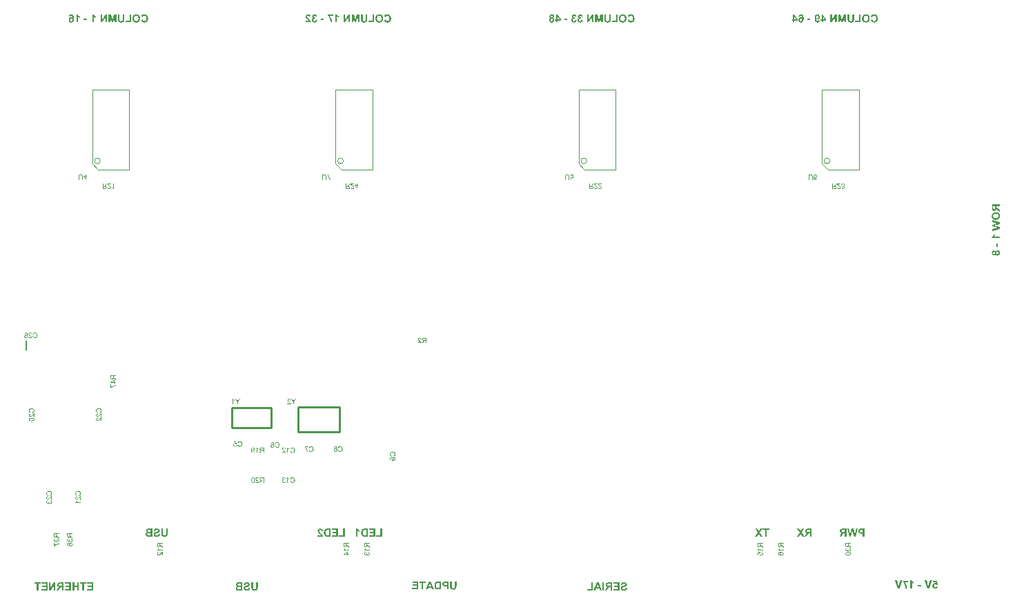
<source format=gbo>
%FSAX43Y43*%
%MOMM*%
G71*
G01*
G75*
G04 Layer_Color=32896*
%ADD10R,0.800X0.900*%
%ADD11R,0.900X0.800*%
%ADD12R,0.300X1.200*%
%ADD13R,1.200X0.300*%
%ADD14O,0.300X1.800*%
%ADD15O,1.800X0.300*%
%ADD16R,0.508X1.500*%
%ADD17R,2.200X2.200*%
%ADD18R,2.300X2.300*%
%ADD19R,1.200X1.400*%
%ADD20R,3.048X3.683*%
%ADD21R,2.540X1.016*%
%ADD22O,0.600X2.200*%
%ADD23R,2.032X0.635*%
%ADD24R,0.350X0.800*%
%ADD25R,2.300X2.300*%
%ADD26R,2.200X0.450*%
%ADD27R,2.400X3.100*%
%ADD28R,1.300X1.000*%
%ADD29C,0.254*%
%ADD30C,0.381*%
%ADD31C,0.635*%
%ADD32C,0.508*%
%ADD33C,0.330*%
%ADD34C,0.762*%
%ADD35R,9.779X2.159*%
%ADD36R,3.048X6.858*%
%ADD37R,0.762X0.635*%
%ADD38R,1.778X2.794*%
%ADD39R,1.397X1.778*%
%ADD40R,1.016X2.286*%
%ADD41R,1.778X2.819*%
%ADD42R,32.258X2.032*%
%ADD43R,0.889X2.286*%
%ADD44R,2.540X8.636*%
%ADD45R,7.620X4.191*%
%ADD46R,3.048X10.414*%
%ADD47R,6.350X3.048*%
%ADD48R,2.286X7.112*%
%ADD49R,3.302X3.048*%
%ADD50R,7.366X1.016*%
%ADD51R,3.429X4.445*%
%ADD52R,4.191X2.032*%
%ADD53R,2.159X11.049*%
%ADD54R,3.556X3.556*%
%ADD55R,2.286X2.286*%
%ADD56R,2.413X2.286*%
%ADD57R,1.270X1.270*%
%ADD58R,2.159X2.159*%
%ADD59C,0.508*%
%ADD60C,0.762*%
%ADD61C,4.000*%
%ADD62R,1.500X1.500*%
%ADD63C,1.500*%
%ADD64C,1.524*%
%ADD65C,1.778*%
%ADD66C,1.270*%
%ADD67C,2.032*%
%ADD68R,1.524X1.524*%
%ADD69C,3.556*%
%ADD70C,1.600*%
%ADD71C,1.690*%
%ADD72R,1.690X1.690*%
%ADD73C,4.760*%
%ADD74C,3.810*%
%ADD75C,3.000*%
%ADD76R,1.500X1.500*%
%ADD77C,1.016*%
%ADD78R,1.600X0.400*%
%ADD79R,2.794X2.540*%
%ADD80R,1.000X1.800*%
%ADD81R,1.000X1.300*%
%ADD82R,9.525X2.159*%
%ADD83R,3.683X3.937*%
%ADD84R,2.286X2.540*%
%ADD85R,2.286X2.159*%
%ADD86C,0.250*%
%ADD87C,0.127*%
%ADD88C,0.200*%
%ADD89C,0.600*%
%ADD90C,0.100*%
%ADD91C,0.152*%
%ADD92C,0.150*%
%ADD93R,1.003X1.103*%
%ADD94R,1.103X1.003*%
%ADD95R,0.503X1.403*%
%ADD96R,1.403X0.503*%
%ADD97O,0.503X2.003*%
%ADD98O,2.003X0.503*%
%ADD99R,0.711X1.703*%
%ADD100R,2.503X2.503*%
%ADD101R,1.403X1.603*%
%ADD102R,3.251X3.886*%
%ADD103R,2.743X1.219*%
%ADD104O,0.803X2.403*%
%ADD105R,2.235X0.838*%
%ADD106R,0.553X1.003*%
%ADD107R,2.503X2.503*%
%ADD108R,2.403X0.653*%
%ADD109R,2.603X3.303*%
%ADD110R,1.503X1.203*%
%ADD111C,0.711*%
%ADD112C,0.965*%
%ADD113C,4.203*%
%ADD114R,1.703X1.703*%
%ADD115C,1.703*%
%ADD116C,1.727*%
%ADD117C,1.981*%
%ADD118C,1.473*%
%ADD119C,2.235*%
%ADD120C,0.203*%
%ADD121R,1.727X1.727*%
%ADD122C,3.759*%
%ADD123C,1.803*%
%ADD124C,1.893*%
%ADD125R,1.893X1.893*%
%ADD126C,4.963*%
%ADD127C,4.013*%
%ADD128C,3.203*%
%ADD129R,1.703X1.703*%
%ADD130C,1.219*%
%ADD131R,1.803X0.603*%
%ADD132R,2.997X2.743*%
%ADD133R,1.203X2.003*%
%ADD134R,1.203X1.503*%
%ADD135C,0.025*%
G36*
X0136779Y0049784D02*
X0136582D01*
Y0050191D01*
X0136518D01*
X0136498Y0050190D01*
X0136482Y0050189D01*
X0136467Y0050186D01*
X0136456Y0050184D01*
X0136449Y0050182D01*
X0136445Y0050180D01*
X0136443D01*
X0136432Y0050174D01*
X0136421Y0050169D01*
X0136411Y0050162D01*
X0136401Y0050156D01*
X0136394Y0050149D01*
X0136389Y0050143D01*
X0136386Y0050141D01*
X0136384Y0050139D01*
X0136379Y0050132D01*
X0136372Y0050125D01*
X0136356Y0050104D01*
X0136339Y0050081D01*
X0136321Y0050056D01*
X0136305Y0050034D01*
X0136298Y0050022D01*
X0136293Y0050014D01*
X0136287Y0050007D01*
X0136283Y0050001D01*
X0136281Y0049997D01*
X0136280Y0049995D01*
X0136139Y0049784D01*
X0135902D01*
X0136022Y0049974D01*
X0136035Y0049994D01*
X0136047Y0050014D01*
X0136059Y0050031D01*
X0136070Y0050046D01*
X0136080Y0050060D01*
X0136088Y0050074D01*
X0136105Y0050096D01*
X0136118Y0050112D01*
X0136126Y0050124D01*
X0136133Y0050131D01*
X0136135Y0050132D01*
X0136150Y0050149D01*
X0136169Y0050165D01*
X0136186Y0050177D01*
X0136202Y0050190D01*
X0136217Y0050200D01*
X0136228Y0050207D01*
X0136236Y0050213D01*
X0136238Y0050214D01*
X0136239D01*
X0136215Y0050218D01*
X0136194Y0050224D01*
X0136174Y0050229D01*
X0136154Y0050237D01*
X0136138Y0050244D01*
X0136122Y0050251D01*
X0136107Y0050258D01*
X0136094Y0050266D01*
X0136083Y0050273D01*
X0136073Y0050280D01*
X0136064Y0050287D01*
X0136059Y0050293D01*
X0136053Y0050297D01*
X0136049Y0050301D01*
X0136047Y0050303D01*
X0136046Y0050304D01*
X0136035Y0050318D01*
X0136025Y0050332D01*
X0136008Y0050363D01*
X0135997Y0050393D01*
X0135990Y0050423D01*
X0135984Y0050448D01*
X0135983Y0050458D01*
Y0050468D01*
X0135981Y0050475D01*
Y0050482D01*
Y0050485D01*
Y0050486D01*
X0135983Y0050517D01*
X0135988Y0050547D01*
X0135995Y0050572D01*
X0136002Y0050595D01*
X0136011Y0050613D01*
X0136018Y0050627D01*
X0136021Y0050631D01*
X0136023Y0050635D01*
X0136025Y0050637D01*
Y0050638D01*
X0136042Y0050662D01*
X0136060Y0050682D01*
X0136078Y0050697D01*
X0136097Y0050712D01*
X0136114Y0050720D01*
X0136126Y0050727D01*
X0136135Y0050731D01*
X0136136Y0050733D01*
X0136138D01*
X0136152Y0050737D01*
X0136167Y0050741D01*
X0136202Y0050748D01*
X0136240Y0050752D01*
X0136277Y0050757D01*
X0136295D01*
X0136311Y0050758D01*
X0136326D01*
X0136339Y0050760D01*
X0136779D01*
Y0049784D01*
D02*
G37*
G36*
X0113822Y0044172D02*
X0113859Y0044168D01*
X0113891Y0044163D01*
X0113919Y0044157D01*
X0113932Y0044153D01*
X0113943Y0044150D01*
X0113952Y0044147D01*
X0113960Y0044144D01*
X0113966Y0044141D01*
X0113970Y0044140D01*
X0113973Y0044139D01*
X0113974D01*
X0114002Y0044125D01*
X0114026Y0044109D01*
X0114048Y0044092D01*
X0114064Y0044077D01*
X0114079Y0044062D01*
X0114087Y0044051D01*
X0114094Y0044043D01*
X0114095Y0044041D01*
Y0044040D01*
X0114110Y0044016D01*
X0114119Y0043991D01*
X0114126Y0043967D01*
X0114131Y0043945D01*
X0114134Y0043927D01*
X0114136Y0043913D01*
Y0043907D01*
Y0043903D01*
Y0043902D01*
Y0043900D01*
X0114135Y0043879D01*
X0114132Y0043858D01*
X0114128Y0043840D01*
X0114122Y0043821D01*
X0114108Y0043788D01*
X0114091Y0043758D01*
X0114084Y0043745D01*
X0114076Y0043735D01*
X0114069Y0043726D01*
X0114062Y0043717D01*
X0114056Y0043711D01*
X0114052Y0043707D01*
X0114049Y0043704D01*
X0114048Y0043703D01*
X0114035Y0043693D01*
X0114019Y0043683D01*
X0114004Y0043673D01*
X0113986Y0043665D01*
X0113950Y0043648D01*
X0113914Y0043634D01*
X0113895Y0043628D01*
X0113880Y0043623D01*
X0113864Y0043618D01*
X0113852Y0043614D01*
X0113842Y0043611D01*
X0113833Y0043609D01*
X0113828Y0043607D01*
X0113826D01*
X0113804Y0043602D01*
X0113784Y0043596D01*
X0113766Y0043592D01*
X0113749Y0043587D01*
X0113735Y0043583D01*
X0113722Y0043580D01*
X0113711Y0043576D01*
X0113701Y0043573D01*
X0113692Y0043572D01*
X0113685Y0043569D01*
X0113675Y0043566D01*
X0113670Y0043563D01*
X0113668D01*
X0113650Y0043556D01*
X0113636Y0043549D01*
X0113623Y0043542D01*
X0113613Y0043535D01*
X0113606Y0043530D01*
X0113602Y0043525D01*
X0113599Y0043523D01*
X0113598Y0043521D01*
X0113591Y0043511D01*
X0113585Y0043501D01*
X0113582Y0043492D01*
X0113580Y0043483D01*
X0113578Y0043475D01*
X0113577Y0043468D01*
Y0043463D01*
Y0043462D01*
X0113578Y0043442D01*
X0113584Y0043425D01*
X0113592Y0043408D01*
X0113601Y0043394D01*
X0113611Y0043383D01*
X0113618Y0043375D01*
X0113623Y0043369D01*
X0113626Y0043367D01*
X0113646Y0043355D01*
X0113668Y0043345D01*
X0113692Y0043338D01*
X0113715Y0043334D01*
X0113736Y0043331D01*
X0113753Y0043328D01*
X0113768D01*
X0113801Y0043329D01*
X0113829Y0043335D01*
X0113853Y0043342D01*
X0113874Y0043351D01*
X0113891Y0043359D01*
X0113902Y0043366D01*
X0113909Y0043372D01*
X0113912Y0043373D01*
X0113931Y0043393D01*
X0113945Y0043414D01*
X0113957Y0043438D01*
X0113966Y0043462D01*
X0113973Y0043483D01*
X0113978Y0043500D01*
X0113980Y0043506D01*
Y0043511D01*
X0113981Y0043514D01*
Y0043516D01*
X0114173Y0043497D01*
X0114169Y0043468D01*
X0114163Y0043439D01*
X0114155Y0043413D01*
X0114148Y0043389D01*
X0114138Y0043366D01*
X0114128Y0043345D01*
X0114118Y0043327D01*
X0114108Y0043310D01*
X0114098Y0043296D01*
X0114088Y0043283D01*
X0114080Y0043272D01*
X0114072Y0043262D01*
X0114066Y0043255D01*
X0114060Y0043250D01*
X0114057Y0043248D01*
X0114056Y0043246D01*
X0114036Y0043231D01*
X0114015Y0043218D01*
X0113993Y0043207D01*
X0113969Y0043197D01*
X0113946Y0043190D01*
X0113922Y0043183D01*
X0113876Y0043173D01*
X0113854Y0043169D01*
X0113835Y0043166D01*
X0113818Y0043164D01*
X0113802Y0043163D01*
X0113790Y0043162D01*
X0113771D01*
X0113726Y0043163D01*
X0113685Y0043167D01*
X0113649Y0043173D01*
X0113633Y0043176D01*
X0113618Y0043180D01*
X0113605Y0043183D01*
X0113594Y0043186D01*
X0113584Y0043188D01*
X0113575Y0043191D01*
X0113568Y0043194D01*
X0113564Y0043196D01*
X0113561Y0043197D01*
X0113560D01*
X0113529Y0043212D01*
X0113503Y0043229D01*
X0113479Y0043246D01*
X0113461Y0043265D01*
X0113447Y0043280D01*
X0113436Y0043294D01*
X0113430Y0043303D01*
X0113427Y0043304D01*
Y0043305D01*
X0113412Y0043334D01*
X0113399Y0043360D01*
X0113391Y0043387D01*
X0113385Y0043413D01*
X0113382Y0043432D01*
X0113381Y0043442D01*
X0113379Y0043449D01*
Y0043455D01*
Y0043459D01*
Y0043462D01*
Y0043463D01*
X0113381Y0043497D01*
X0113385Y0043527D01*
X0113392Y0043554D01*
X0113399Y0043576D01*
X0113406Y0043594D01*
X0113413Y0043607D01*
X0113417Y0043616D01*
X0113419Y0043618D01*
X0113434Y0043641D01*
X0113453Y0043661D01*
X0113471Y0043678D01*
X0113488Y0043692D01*
X0113503Y0043703D01*
X0113516Y0043711D01*
X0113525Y0043717D01*
X0113526Y0043719D01*
X0113527D01*
X0113541Y0043726D01*
X0113556Y0043733D01*
X0113589Y0043745D01*
X0113625Y0043757D01*
X0113658Y0043768D01*
X0113674Y0043772D01*
X0113689Y0043776D01*
X0113704Y0043781D01*
X0113715Y0043783D01*
X0113725Y0043786D01*
X0113732Y0043788D01*
X0113737Y0043789D01*
X0113739D01*
X0113764Y0043796D01*
X0113787Y0043802D01*
X0113808Y0043807D01*
X0113828Y0043813D01*
X0113843Y0043819D01*
X0113859Y0043824D01*
X0113871Y0043830D01*
X0113883Y0043834D01*
X0113892Y0043838D01*
X0113900Y0043843D01*
X0113907Y0043845D01*
X0113911Y0043848D01*
X0113918Y0043852D01*
X0113919Y0043854D01*
X0113929Y0043864D01*
X0113936Y0043874D01*
X0113940Y0043883D01*
X0113943Y0043893D01*
X0113946Y0043900D01*
X0113947Y0043907D01*
Y0043912D01*
Y0043913D01*
X0113946Y0043927D01*
X0113943Y0043938D01*
X0113938Y0043950D01*
X0113932Y0043958D01*
X0113926Y0043965D01*
X0113921Y0043969D01*
X0113918Y0043972D01*
X0113916Y0043974D01*
X0113897Y0043986D01*
X0113876Y0043995D01*
X0113853Y0044002D01*
X0113832Y0044006D01*
X0113814Y0044009D01*
X0113798Y0044010D01*
X0113784D01*
X0113754Y0044009D01*
X0113729Y0044005D01*
X0113708Y0043999D01*
X0113691Y0043993D01*
X0113677Y0043988D01*
X0113667Y0043982D01*
X0113661Y0043978D01*
X0113660Y0043976D01*
X0113646Y0043962D01*
X0113633Y0043945D01*
X0113623Y0043929D01*
X0113616Y0043910D01*
X0113611Y0043895D01*
X0113608Y0043882D01*
X0113605Y0043872D01*
Y0043871D01*
Y0043869D01*
X0113408Y0043876D01*
X0113409Y0043902D01*
X0113413Y0043924D01*
X0113419Y0043947D01*
X0113426Y0043967D01*
X0113433Y0043986D01*
X0113441Y0044005D01*
X0113450Y0044020D01*
X0113458Y0044036D01*
X0113468Y0044048D01*
X0113477Y0044060D01*
X0113485Y0044070D01*
X0113492Y0044078D01*
X0113498Y0044084D01*
X0113502Y0044088D01*
X0113505Y0044091D01*
X0113506Y0044092D01*
X0113525Y0044106D01*
X0113544Y0044119D01*
X0113565Y0044130D01*
X0113588Y0044140D01*
X0113611Y0044147D01*
X0113633Y0044154D01*
X0113678Y0044164D01*
X0113699Y0044167D01*
X0113718Y0044170D01*
X0113736Y0044171D01*
X0113752Y0044172D01*
X0113764Y0044174D01*
X0113781D01*
X0113822Y0044172D01*
D02*
G37*
G36*
X0109951Y0043180D02*
X0109263D01*
Y0043345D01*
X0109754D01*
Y0044148D01*
X0109951D01*
Y0043180D01*
D02*
G37*
G36*
X0067548Y0044172D02*
X0067585Y0044168D01*
X0067617Y0044163D01*
X0067646Y0044157D01*
X0067658Y0044153D01*
X0067670Y0044150D01*
X0067678Y0044147D01*
X0067687Y0044144D01*
X0067692Y0044141D01*
X0067696Y0044140D01*
X0067699Y0044139D01*
X0067701D01*
X0067729Y0044125D01*
X0067753Y0044109D01*
X0067774Y0044092D01*
X0067791Y0044077D01*
X0067805Y0044062D01*
X0067813Y0044051D01*
X0067820Y0044043D01*
X0067822Y0044041D01*
Y0044040D01*
X0067836Y0044016D01*
X0067846Y0043991D01*
X0067853Y0043967D01*
X0067857Y0043945D01*
X0067860Y0043927D01*
X0067863Y0043913D01*
Y0043907D01*
Y0043903D01*
Y0043902D01*
Y0043900D01*
X0067861Y0043879D01*
X0067858Y0043858D01*
X0067854Y0043840D01*
X0067849Y0043821D01*
X0067835Y0043788D01*
X0067818Y0043758D01*
X0067811Y0043745D01*
X0067802Y0043735D01*
X0067795Y0043726D01*
X0067788Y0043717D01*
X0067782Y0043711D01*
X0067778Y0043707D01*
X0067775Y0043704D01*
X0067774Y0043703D01*
X0067761Y0043693D01*
X0067746Y0043683D01*
X0067730Y0043673D01*
X0067712Y0043665D01*
X0067677Y0043648D01*
X0067640Y0043634D01*
X0067622Y0043628D01*
X0067606Y0043623D01*
X0067591Y0043618D01*
X0067578Y0043614D01*
X0067568Y0043611D01*
X0067560Y0043609D01*
X0067554Y0043607D01*
X0067553D01*
X0067530Y0043602D01*
X0067510Y0043596D01*
X0067492Y0043592D01*
X0067475Y0043587D01*
X0067461Y0043583D01*
X0067448Y0043580D01*
X0067437Y0043576D01*
X0067427Y0043573D01*
X0067419Y0043572D01*
X0067412Y0043569D01*
X0067402Y0043566D01*
X0067396Y0043563D01*
X0067395D01*
X0067376Y0043556D01*
X0067362Y0043549D01*
X0067350Y0043542D01*
X0067340Y0043535D01*
X0067333Y0043530D01*
X0067328Y0043525D01*
X0067326Y0043523D01*
X0067324Y0043521D01*
X0067317Y0043511D01*
X0067312Y0043501D01*
X0067309Y0043492D01*
X0067306Y0043483D01*
X0067304Y0043475D01*
X0067303Y0043468D01*
Y0043463D01*
Y0043462D01*
X0067304Y0043442D01*
X0067310Y0043425D01*
X0067319Y0043408D01*
X0067327Y0043394D01*
X0067337Y0043383D01*
X0067344Y0043375D01*
X0067350Y0043369D01*
X0067352Y0043367D01*
X0067372Y0043355D01*
X0067395Y0043345D01*
X0067419Y0043338D01*
X0067441Y0043334D01*
X0067462Y0043331D01*
X0067479Y0043328D01*
X0067495D01*
X0067527Y0043329D01*
X0067555Y0043335D01*
X0067579Y0043342D01*
X0067601Y0043351D01*
X0067617Y0043359D01*
X0067629Y0043366D01*
X0067636Y0043372D01*
X0067639Y0043373D01*
X0067657Y0043393D01*
X0067671Y0043414D01*
X0067684Y0043438D01*
X0067692Y0043462D01*
X0067699Y0043483D01*
X0067705Y0043500D01*
X0067706Y0043506D01*
Y0043511D01*
X0067708Y0043514D01*
Y0043516D01*
X0067899Y0043497D01*
X0067895Y0043468D01*
X0067890Y0043439D01*
X0067881Y0043413D01*
X0067874Y0043389D01*
X0067864Y0043366D01*
X0067854Y0043345D01*
X0067844Y0043327D01*
X0067835Y0043310D01*
X0067825Y0043296D01*
X0067815Y0043283D01*
X0067806Y0043272D01*
X0067798Y0043262D01*
X0067792Y0043255D01*
X0067787Y0043250D01*
X0067784Y0043248D01*
X0067782Y0043246D01*
X0067763Y0043231D01*
X0067741Y0043218D01*
X0067719Y0043207D01*
X0067695Y0043197D01*
X0067672Y0043190D01*
X0067648Y0043183D01*
X0067602Y0043173D01*
X0067581Y0043169D01*
X0067561Y0043166D01*
X0067544Y0043164D01*
X0067529Y0043163D01*
X0067516Y0043162D01*
X0067498D01*
X0067452Y0043163D01*
X0067412Y0043167D01*
X0067375Y0043173D01*
X0067359Y0043176D01*
X0067344Y0043180D01*
X0067331Y0043183D01*
X0067320Y0043186D01*
X0067310Y0043188D01*
X0067302Y0043191D01*
X0067295Y0043194D01*
X0067290Y0043196D01*
X0067288Y0043197D01*
X0067286D01*
X0067255Y0043212D01*
X0067230Y0043229D01*
X0067206Y0043246D01*
X0067187Y0043265D01*
X0067173Y0043280D01*
X0067162Y0043294D01*
X0067156Y0043303D01*
X0067154Y0043304D01*
Y0043305D01*
X0067138Y0043334D01*
X0067125Y0043360D01*
X0067117Y0043387D01*
X0067111Y0043413D01*
X0067109Y0043432D01*
X0067107Y0043442D01*
X0067106Y0043449D01*
Y0043455D01*
Y0043459D01*
Y0043462D01*
Y0043463D01*
X0067107Y0043497D01*
X0067111Y0043527D01*
X0067118Y0043554D01*
X0067125Y0043576D01*
X0067132Y0043594D01*
X0067140Y0043607D01*
X0067144Y0043616D01*
X0067145Y0043618D01*
X0067161Y0043641D01*
X0067179Y0043661D01*
X0067197Y0043678D01*
X0067214Y0043692D01*
X0067230Y0043703D01*
X0067242Y0043711D01*
X0067251Y0043717D01*
X0067252Y0043719D01*
X0067254D01*
X0067268Y0043726D01*
X0067282Y0043733D01*
X0067316Y0043745D01*
X0067351Y0043757D01*
X0067385Y0043768D01*
X0067400Y0043772D01*
X0067416Y0043776D01*
X0067430Y0043781D01*
X0067441Y0043783D01*
X0067451Y0043786D01*
X0067458Y0043788D01*
X0067464Y0043789D01*
X0067465D01*
X0067491Y0043796D01*
X0067513Y0043802D01*
X0067534Y0043807D01*
X0067554Y0043813D01*
X0067570Y0043819D01*
X0067585Y0043824D01*
X0067598Y0043830D01*
X0067609Y0043834D01*
X0067619Y0043838D01*
X0067626Y0043843D01*
X0067633Y0043845D01*
X0067637Y0043848D01*
X0067644Y0043852D01*
X0067646Y0043854D01*
X0067655Y0043864D01*
X0067663Y0043874D01*
X0067667Y0043883D01*
X0067670Y0043893D01*
X0067672Y0043900D01*
X0067674Y0043907D01*
Y0043912D01*
Y0043913D01*
X0067672Y0043927D01*
X0067670Y0043938D01*
X0067664Y0043950D01*
X0067658Y0043958D01*
X0067653Y0043965D01*
X0067647Y0043969D01*
X0067644Y0043972D01*
X0067643Y0043974D01*
X0067623Y0043986D01*
X0067602Y0043995D01*
X0067579Y0044002D01*
X0067558Y0044006D01*
X0067540Y0044009D01*
X0067524Y0044010D01*
X0067510D01*
X0067481Y0044009D01*
X0067455Y0044005D01*
X0067434Y0043999D01*
X0067417Y0043993D01*
X0067403Y0043988D01*
X0067393Y0043982D01*
X0067388Y0043978D01*
X0067386Y0043976D01*
X0067372Y0043962D01*
X0067359Y0043945D01*
X0067350Y0043929D01*
X0067343Y0043910D01*
X0067337Y0043895D01*
X0067334Y0043882D01*
X0067331Y0043872D01*
Y0043871D01*
Y0043869D01*
X0067134Y0043876D01*
X0067135Y0043902D01*
X0067140Y0043924D01*
X0067145Y0043947D01*
X0067152Y0043967D01*
X0067159Y0043986D01*
X0067168Y0044005D01*
X0067176Y0044020D01*
X0067185Y0044036D01*
X0067195Y0044048D01*
X0067203Y0044060D01*
X0067211Y0044070D01*
X0067218Y0044078D01*
X0067224Y0044084D01*
X0067228Y0044088D01*
X0067231Y0044091D01*
X0067233Y0044092D01*
X0067251Y0044106D01*
X0067271Y0044119D01*
X0067292Y0044130D01*
X0067314Y0044140D01*
X0067337Y0044147D01*
X0067359Y0044154D01*
X0067405Y0044164D01*
X0067426Y0044167D01*
X0067444Y0044170D01*
X0067462Y0044171D01*
X0067478Y0044172D01*
X0067491Y0044174D01*
X0067507D01*
X0067548Y0044172D01*
D02*
G37*
G36*
X0066938Y0043180D02*
X0066515D01*
X0066491Y0043181D01*
X0066449D01*
X0066432Y0043183D01*
X0066405D01*
X0066395Y0043184D01*
X0066381D01*
X0066375Y0043186D01*
X0066370D01*
X0066342Y0043190D01*
X0066316Y0043197D01*
X0066294Y0043204D01*
X0066274Y0043212D01*
X0066258Y0043219D01*
X0066247Y0043227D01*
X0066240Y0043231D01*
X0066237Y0043232D01*
X0066218Y0043248D01*
X0066202Y0043265D01*
X0066187Y0043280D01*
X0066175Y0043297D01*
X0066165Y0043311D01*
X0066158Y0043322D01*
X0066154Y0043329D01*
X0066153Y0043332D01*
X0066143Y0043356D01*
X0066134Y0043379D01*
X0066129Y0043401D01*
X0066126Y0043421D01*
X0066123Y0043438D01*
X0066122Y0043451D01*
Y0043459D01*
Y0043461D01*
Y0043462D01*
X0066123Y0043493D01*
X0066129Y0043521D01*
X0066137Y0043545D01*
X0066146Y0043568D01*
X0066154Y0043585D01*
X0066163Y0043597D01*
X0066168Y0043606D01*
X0066170Y0043609D01*
X0066189Y0043631D01*
X0066211Y0043649D01*
X0066235Y0043665D01*
X0066256Y0043676D01*
X0066275Y0043686D01*
X0066292Y0043693D01*
X0066298Y0043695D01*
X0066302Y0043696D01*
X0066305Y0043697D01*
X0066306D01*
X0066284Y0043710D01*
X0066264Y0043723D01*
X0066247Y0043738D01*
X0066233Y0043751D01*
X0066223Y0043764D01*
X0066215Y0043773D01*
X0066209Y0043781D01*
X0066208Y0043783D01*
X0066195Y0043806D01*
X0066185Y0043827D01*
X0066180Y0043848D01*
X0066174Y0043868D01*
X0066171Y0043885D01*
X0066170Y0043898D01*
Y0043906D01*
Y0043907D01*
Y0043909D01*
X0066171Y0043931D01*
X0066174Y0043954D01*
X0066180Y0043972D01*
X0066185Y0043989D01*
X0066191Y0044003D01*
X0066196Y0044015D01*
X0066199Y0044020D01*
X0066201Y0044023D01*
X0066212Y0044041D01*
X0066225Y0044057D01*
X0066237Y0044071D01*
X0066249Y0044084D01*
X0066260Y0044092D01*
X0066268Y0044099D01*
X0066274Y0044103D01*
X0066275Y0044105D01*
X0066292Y0044116D01*
X0066311Y0044125D01*
X0066328Y0044132D01*
X0066343Y0044137D01*
X0066357Y0044141D01*
X0066367Y0044144D01*
X0066374Y0044146D01*
X0066377D01*
X0066401Y0044148D01*
X0066428Y0044151D01*
X0066456Y0044153D01*
X0066484Y0044154D01*
X0066509Y0044156D01*
X0066938D01*
Y0043180D01*
D02*
G37*
G36*
X0068834Y0043634D02*
Y0043604D01*
X0068833Y0043576D01*
Y0043549D01*
X0068831Y0043525D01*
X0068830Y0043503D01*
X0068828Y0043483D01*
X0068827Y0043465D01*
X0068824Y0043448D01*
X0068823Y0043434D01*
X0068821Y0043421D01*
X0068820Y0043410D01*
X0068818Y0043401D01*
X0068817Y0043394D01*
Y0043390D01*
X0068816Y0043387D01*
Y0043386D01*
X0068809Y0043365D01*
X0068802Y0043345D01*
X0068792Y0043327D01*
X0068783Y0043311D01*
X0068775Y0043297D01*
X0068768Y0043286D01*
X0068762Y0043280D01*
X0068761Y0043277D01*
X0068744Y0043259D01*
X0068725Y0043242D01*
X0068706Y0043228D01*
X0068687Y0043215D01*
X0068672Y0043205D01*
X0068658Y0043198D01*
X0068649Y0043194D01*
X0068648Y0043193D01*
X0068647D01*
X0068632Y0043187D01*
X0068617Y0043183D01*
X0068582Y0043174D01*
X0068546Y0043169D01*
X0068513Y0043166D01*
X0068497Y0043164D01*
X0068482Y0043163D01*
X0068469D01*
X0068456Y0043162D01*
X0068434D01*
X0068393Y0043163D01*
X0068356Y0043166D01*
X0068324Y0043172D01*
X0068297Y0043177D01*
X0068286Y0043179D01*
X0068274Y0043181D01*
X0068266Y0043184D01*
X0068259Y0043187D01*
X0068253Y0043188D01*
X0068249Y0043190D01*
X0068248Y0043191D01*
X0068246D01*
X0068221Y0043203D01*
X0068198Y0043217D01*
X0068178Y0043229D01*
X0068162Y0043242D01*
X0068149Y0043253D01*
X0068139Y0043262D01*
X0068133Y0043267D01*
X0068132Y0043270D01*
X0068116Y0043290D01*
X0068104Y0043311D01*
X0068094Y0043331D01*
X0068085Y0043351D01*
X0068080Y0043367D01*
X0068076Y0043382D01*
X0068074Y0043386D01*
Y0043390D01*
X0068073Y0043391D01*
Y0043393D01*
X0068070Y0043408D01*
X0068067Y0043425D01*
X0068064Y0043444D01*
X0068063Y0043462D01*
X0068060Y0043504D01*
X0068057Y0043545D01*
Y0043563D01*
Y0043582D01*
X0068056Y0043599D01*
Y0043613D01*
Y0043624D01*
Y0043634D01*
Y0043640D01*
Y0043641D01*
Y0044156D01*
X0068253D01*
Y0043614D01*
Y0043593D01*
Y0043573D01*
X0068255Y0043555D01*
Y0043538D01*
X0068256Y0043524D01*
Y0043510D01*
X0068257Y0043497D01*
Y0043486D01*
X0068260Y0043469D01*
X0068262Y0043456D01*
X0068263Y0043449D01*
Y0043446D01*
X0068267Y0043428D01*
X0068274Y0043413D01*
X0068283Y0043398D01*
X0068291Y0043386D01*
X0068300Y0043376D01*
X0068307Y0043369D01*
X0068312Y0043365D01*
X0068314Y0043363D01*
X0068331Y0043352D01*
X0068352Y0043344D01*
X0068372Y0043338D01*
X0068393Y0043334D01*
X0068411Y0043331D01*
X0068425Y0043329D01*
X0068439D01*
X0068469Y0043331D01*
X0068494Y0043335D01*
X0068517Y0043341D01*
X0068537Y0043348D01*
X0068551Y0043353D01*
X0068562Y0043359D01*
X0068568Y0043363D01*
X0068570Y0043365D01*
X0068586Y0043379D01*
X0068599Y0043396D01*
X0068610Y0043411D01*
X0068617Y0043427D01*
X0068623Y0043441D01*
X0068627Y0043452D01*
X0068630Y0043459D01*
Y0043462D01*
X0068631Y0043470D01*
X0068632Y0043479D01*
Y0043490D01*
X0068634Y0043503D01*
X0068635Y0043530D01*
Y0043558D01*
X0068637Y0043583D01*
Y0043594D01*
Y0043606D01*
Y0043614D01*
Y0043620D01*
Y0043624D01*
Y0043625D01*
Y0044156D01*
X0068834D01*
Y0043634D01*
D02*
G37*
G36*
X0113212Y0043180D02*
X0112470D01*
Y0043345D01*
X0113014D01*
Y0043610D01*
X0112525D01*
Y0043775D01*
X0113014D01*
Y0043991D01*
X0112488D01*
Y0044156D01*
X0113212D01*
Y0043180D01*
D02*
G37*
G36*
X0073283Y0066315D02*
Y0066040D01*
X0073197D01*
Y0066315D01*
X0072937Y0066690D01*
X0073038D01*
X0073163Y0066499D01*
X0073178Y0066475D01*
X0073192Y0066454D01*
X0073204Y0066434D01*
X0073214Y0066417D01*
X0073223Y0066403D01*
X0073227Y0066397D01*
X0073229Y0066392D01*
X0073232Y0066389D01*
X0073234Y0066386D01*
X0073235Y0066384D01*
Y0066383D01*
X0073246Y0066404D01*
X0073259Y0066423D01*
X0073270Y0066442D01*
X0073280Y0066459D01*
X0073289Y0066473D01*
X0073292Y0066479D01*
X0073296Y0066484D01*
X0073298Y0066487D01*
X0073300Y0066490D01*
X0073302Y0066492D01*
Y0066493D01*
X0073430Y0066690D01*
X0073534D01*
X0073283Y0066315D01*
D02*
G37*
G36*
X0072694Y0066692D02*
X0072710Y0066691D01*
X0072725Y0066688D01*
X0072739Y0066686D01*
X0072752Y0066682D01*
X0072764Y0066678D01*
X0072776Y0066673D01*
X0072786Y0066669D01*
X0072795Y0066664D01*
X0072803Y0066659D01*
X0072809Y0066656D01*
X0072815Y0066652D01*
X0072820Y0066649D01*
X0072823Y0066646D01*
X0072824Y0066645D01*
X0072825Y0066644D01*
X0072835Y0066635D01*
X0072843Y0066625D01*
X0072852Y0066613D01*
X0072858Y0066602D01*
X0072869Y0066579D01*
X0072877Y0066557D01*
X0072880Y0066547D01*
X0072883Y0066536D01*
X0072885Y0066528D01*
X0072886Y0066520D01*
X0072887Y0066514D01*
Y0066509D01*
X0072888Y0066506D01*
Y0066505D01*
X0072807Y0066497D01*
X0072805Y0066518D01*
X0072801Y0066537D01*
X0072795Y0066554D01*
X0072789Y0066567D01*
X0072783Y0066579D01*
X0072777Y0066586D01*
X0072774Y0066591D01*
X0072772Y0066593D01*
X0072758Y0066604D01*
X0072743Y0066612D01*
X0072727Y0066619D01*
X0072713Y0066623D01*
X0072699Y0066626D01*
X0072688Y0066626D01*
X0072684Y0066627D01*
X0072679D01*
X0072659Y0066626D01*
X0072641Y0066623D01*
X0072626Y0066617D01*
X0072613Y0066611D01*
X0072603Y0066605D01*
X0072596Y0066600D01*
X0072591Y0066596D01*
X0072589Y0066594D01*
X0072578Y0066581D01*
X0072570Y0066568D01*
X0072563Y0066555D01*
X0072559Y0066542D01*
X0072557Y0066532D01*
X0072556Y0066522D01*
X0072555Y0066516D01*
Y0066516D01*
Y0066515D01*
X0072557Y0066498D01*
X0072560Y0066480D01*
X0072567Y0066464D01*
X0072573Y0066449D01*
X0072581Y0066437D01*
X0072588Y0066426D01*
X0072589Y0066423D01*
X0072591Y0066420D01*
X0072593Y0066419D01*
Y0066418D01*
X0072601Y0066407D01*
X0072610Y0066397D01*
X0072620Y0066386D01*
X0072632Y0066375D01*
X0072655Y0066352D01*
X0072679Y0066329D01*
X0072691Y0066319D01*
X0072701Y0066310D01*
X0072712Y0066301D01*
X0072720Y0066294D01*
X0072727Y0066288D01*
X0072732Y0066283D01*
X0072736Y0066281D01*
X0072737Y0066280D01*
X0072760Y0066260D01*
X0072782Y0066241D01*
X0072800Y0066224D01*
X0072814Y0066210D01*
X0072826Y0066198D01*
X0072835Y0066189D01*
X0072839Y0066184D01*
X0072841Y0066183D01*
Y0066182D01*
X0072854Y0066166D01*
X0072865Y0066151D01*
X0072874Y0066136D01*
X0072882Y0066123D01*
X0072887Y0066111D01*
X0072891Y0066103D01*
X0072893Y0066097D01*
X0072894Y0066096D01*
Y0066095D01*
X0072898Y0066085D01*
X0072900Y0066076D01*
X0072901Y0066066D01*
X0072902Y0066058D01*
X0072903Y0066050D01*
Y0066045D01*
Y0066041D01*
Y0066040D01*
X0072472D01*
Y0066117D01*
X0072792D01*
X0072781Y0066133D01*
X0072776Y0066140D01*
X0072771Y0066146D01*
X0072766Y0066152D01*
X0072762Y0066156D01*
X0072760Y0066158D01*
X0072759Y0066159D01*
X0072754Y0066164D01*
X0072748Y0066169D01*
X0072735Y0066181D01*
X0072720Y0066195D01*
X0072704Y0066209D01*
X0072689Y0066221D01*
X0072682Y0066227D01*
X0072677Y0066233D01*
X0072672Y0066236D01*
X0072668Y0066239D01*
X0072666Y0066241D01*
X0072666Y0066242D01*
X0072651Y0066255D01*
X0072635Y0066267D01*
X0072622Y0066280D01*
X0072610Y0066290D01*
X0072599Y0066300D01*
X0072589Y0066310D01*
X0072580Y0066318D01*
X0072573Y0066326D01*
X0072565Y0066333D01*
X0072559Y0066339D01*
X0072555Y0066344D01*
X0072550Y0066348D01*
X0072545Y0066354D01*
X0072543Y0066356D01*
X0072530Y0066372D01*
X0072519Y0066386D01*
X0072510Y0066400D01*
X0072502Y0066411D01*
X0072496Y0066422D01*
X0072493Y0066429D01*
X0072491Y0066434D01*
X0072490Y0066436D01*
X0072484Y0066450D01*
X0072480Y0066464D01*
X0072477Y0066477D01*
X0072475Y0066488D01*
X0072474Y0066499D01*
X0072473Y0066506D01*
Y0066511D01*
Y0066513D01*
X0072474Y0066527D01*
X0072476Y0066540D01*
X0072478Y0066553D01*
X0072481Y0066564D01*
X0072491Y0066587D01*
X0072500Y0066605D01*
X0072506Y0066613D01*
X0072510Y0066620D01*
X0072515Y0066626D01*
X0072520Y0066631D01*
X0072524Y0066635D01*
X0072526Y0066639D01*
X0072527Y0066640D01*
X0072528Y0066641D01*
X0072539Y0066650D01*
X0072550Y0066658D01*
X0072562Y0066665D01*
X0072574Y0066671D01*
X0072599Y0066680D01*
X0072623Y0066687D01*
X0072634Y0066688D01*
X0072644Y0066690D01*
X0072653Y0066691D01*
X0072661Y0066692D01*
X0072667Y0066693D01*
X0072677D01*
X0072694Y0066692D01*
D02*
G37*
G36*
X0111039Y0043180D02*
X0110831D01*
X0110750Y0043401D01*
X0110358D01*
X0110274Y0043180D01*
X0110061D01*
X0110453Y0044156D01*
X0110661D01*
X0111039Y0043180D01*
D02*
G37*
G36*
X0111325D02*
X0111128D01*
Y0044156D01*
X0111325D01*
Y0043180D01*
D02*
G37*
G36*
X0112302D02*
X0112105D01*
Y0043587D01*
X0112042D01*
X0112022Y0043586D01*
X0112005Y0043585D01*
X0111991Y0043582D01*
X0111980Y0043580D01*
X0111972Y0043578D01*
X0111968Y0043576D01*
X0111967D01*
X0111956Y0043570D01*
X0111944Y0043565D01*
X0111934Y0043558D01*
X0111925Y0043552D01*
X0111917Y0043545D01*
X0111912Y0043539D01*
X0111909Y0043537D01*
X0111908Y0043535D01*
X0111902Y0043528D01*
X0111895Y0043521D01*
X0111879Y0043500D01*
X0111863Y0043477D01*
X0111844Y0043452D01*
X0111829Y0043430D01*
X0111822Y0043418D01*
X0111816Y0043410D01*
X0111810Y0043403D01*
X0111806Y0043397D01*
X0111805Y0043393D01*
X0111803Y0043391D01*
X0111662Y0043180D01*
X0111425D01*
X0111545Y0043370D01*
X0111558Y0043390D01*
X0111571Y0043410D01*
X0111582Y0043427D01*
X0111593Y0043442D01*
X0111603Y0043456D01*
X0111612Y0043470D01*
X0111628Y0043492D01*
X0111641Y0043508D01*
X0111650Y0043520D01*
X0111657Y0043527D01*
X0111658Y0043528D01*
X0111674Y0043545D01*
X0111692Y0043561D01*
X0111709Y0043573D01*
X0111726Y0043586D01*
X0111740Y0043596D01*
X0111751Y0043603D01*
X0111760Y0043609D01*
X0111761Y0043610D01*
X0111762D01*
X0111738Y0043614D01*
X0111717Y0043620D01*
X0111698Y0043625D01*
X0111678Y0043633D01*
X0111661Y0043640D01*
X0111645Y0043647D01*
X0111630Y0043654D01*
X0111617Y0043662D01*
X0111606Y0043669D01*
X0111596Y0043676D01*
X0111588Y0043683D01*
X0111582Y0043689D01*
X0111576Y0043693D01*
X0111572Y0043697D01*
X0111571Y0043699D01*
X0111569Y0043700D01*
X0111558Y0043714D01*
X0111548Y0043728D01*
X0111531Y0043759D01*
X0111520Y0043789D01*
X0111513Y0043819D01*
X0111507Y0043844D01*
X0111506Y0043854D01*
Y0043864D01*
X0111504Y0043871D01*
Y0043878D01*
Y0043881D01*
Y0043882D01*
X0111506Y0043913D01*
X0111511Y0043943D01*
X0111519Y0043968D01*
X0111526Y0043991D01*
X0111534Y0044009D01*
X0111541Y0044023D01*
X0111544Y0044027D01*
X0111547Y0044031D01*
X0111548Y0044033D01*
Y0044034D01*
X0111565Y0044058D01*
X0111583Y0044078D01*
X0111602Y0044093D01*
X0111620Y0044108D01*
X0111637Y0044116D01*
X0111650Y0044123D01*
X0111658Y0044127D01*
X0111660Y0044129D01*
X0111661D01*
X0111675Y0044133D01*
X0111691Y0044137D01*
X0111726Y0044144D01*
X0111764Y0044148D01*
X0111800Y0044153D01*
X0111819D01*
X0111834Y0044154D01*
X0111850D01*
X0111863Y0044156D01*
X0112302D01*
Y0043180D01*
D02*
G37*
G36*
X0042197Y0043991D02*
X0041908D01*
Y0043180D01*
X0041711D01*
Y0043991D01*
X0041423D01*
Y0044156D01*
X0042197D01*
Y0043991D01*
D02*
G37*
G36*
X0043037Y0043180D02*
X0042296D01*
Y0043345D01*
X0042840D01*
Y0043610D01*
X0042351D01*
Y0043775D01*
X0042840D01*
Y0043991D01*
X0042314D01*
Y0044156D01*
X0043037D01*
Y0043180D01*
D02*
G37*
G36*
X0045005D02*
X0044808D01*
Y0043587D01*
X0044745D01*
X0044725Y0043586D01*
X0044708Y0043585D01*
X0044694Y0043582D01*
X0044683Y0043580D01*
X0044676Y0043578D01*
X0044671Y0043576D01*
X0044670D01*
X0044659Y0043570D01*
X0044647Y0043565D01*
X0044637Y0043558D01*
X0044628Y0043552D01*
X0044621Y0043545D01*
X0044615Y0043539D01*
X0044612Y0043537D01*
X0044611Y0043535D01*
X0044605Y0043528D01*
X0044598Y0043521D01*
X0044582Y0043500D01*
X0044566Y0043477D01*
X0044547Y0043452D01*
X0044532Y0043430D01*
X0044525Y0043418D01*
X0044519Y0043410D01*
X0044513Y0043403D01*
X0044509Y0043397D01*
X0044508Y0043393D01*
X0044506Y0043391D01*
X0044365Y0043180D01*
X0044129D01*
X0044248Y0043370D01*
X0044261Y0043390D01*
X0044274Y0043410D01*
X0044285Y0043427D01*
X0044296Y0043442D01*
X0044306Y0043456D01*
X0044315Y0043470D01*
X0044332Y0043492D01*
X0044344Y0043508D01*
X0044353Y0043520D01*
X0044360Y0043527D01*
X0044361Y0043528D01*
X0044377Y0043545D01*
X0044395Y0043561D01*
X0044412Y0043573D01*
X0044429Y0043586D01*
X0044443Y0043596D01*
X0044454Y0043603D01*
X0044463Y0043609D01*
X0044464Y0043610D01*
X0044465D01*
X0044442Y0043614D01*
X0044420Y0043620D01*
X0044401Y0043625D01*
X0044381Y0043633D01*
X0044364Y0043640D01*
X0044348Y0043647D01*
X0044333Y0043654D01*
X0044320Y0043662D01*
X0044309Y0043669D01*
X0044299Y0043676D01*
X0044291Y0043683D01*
X0044285Y0043689D01*
X0044279Y0043693D01*
X0044275Y0043697D01*
X0044274Y0043699D01*
X0044272Y0043700D01*
X0044261Y0043714D01*
X0044251Y0043728D01*
X0044234Y0043759D01*
X0044223Y0043789D01*
X0044216Y0043819D01*
X0044210Y0043844D01*
X0044209Y0043854D01*
Y0043864D01*
X0044207Y0043871D01*
Y0043878D01*
Y0043881D01*
Y0043882D01*
X0044209Y0043913D01*
X0044215Y0043943D01*
X0044222Y0043968D01*
X0044229Y0043991D01*
X0044237Y0044009D01*
X0044244Y0044023D01*
X0044247Y0044027D01*
X0044250Y0044031D01*
X0044251Y0044033D01*
Y0044034D01*
X0044268Y0044058D01*
X0044286Y0044078D01*
X0044305Y0044093D01*
X0044323Y0044108D01*
X0044340Y0044116D01*
X0044353Y0044123D01*
X0044361Y0044127D01*
X0044363Y0044129D01*
X0044364D01*
X0044378Y0044133D01*
X0044394Y0044137D01*
X0044429Y0044144D01*
X0044467Y0044148D01*
X0044504Y0044153D01*
X0044522D01*
X0044537Y0044154D01*
X0044553D01*
X0044566Y0044156D01*
X0045005D01*
Y0043180D01*
D02*
G37*
G36*
X0130433Y0050291D02*
X0130770Y0049784D01*
X0130533D01*
X0130316Y0050114D01*
X0130100Y0049784D01*
X0129863D01*
X0130199Y0050291D01*
X0129893Y0050760D01*
X0130123D01*
X0130316Y0050468D01*
X0130509Y0050760D01*
X0130739D01*
X0130433Y0050291D01*
D02*
G37*
G36*
X0159893Y0090354D02*
X0159486D01*
Y0090314D01*
Y0090290D01*
X0159487Y0090270D01*
X0159488Y0090254D01*
X0159491Y0090239D01*
X0159493Y0090228D01*
X0159495Y0090221D01*
X0159497Y0090217D01*
Y0090215D01*
X0159503Y0090204D01*
X0159508Y0090193D01*
X0159515Y0090183D01*
X0159521Y0090173D01*
X0159528Y0090166D01*
X0159534Y0090161D01*
X0159536Y0090158D01*
X0159538Y0090156D01*
X0159545Y0090151D01*
X0159552Y0090144D01*
X0159573Y0090128D01*
X0159596Y0090111D01*
X0159621Y0090093D01*
X0159643Y0090077D01*
X0159655Y0090070D01*
X0159663Y0090065D01*
X0159670Y0090059D01*
X0159676Y0090055D01*
X0159680Y0090053D01*
X0159682Y0090052D01*
X0159893Y0089911D01*
Y0089674D01*
X0159703Y0089794D01*
X0159683Y0089807D01*
X0159663Y0089819D01*
X0159646Y0089831D01*
X0159631Y0089842D01*
X0159617Y0089852D01*
X0159603Y0089860D01*
X0159581Y0089877D01*
X0159565Y0089890D01*
X0159553Y0089898D01*
X0159546Y0089905D01*
X0159545Y0089907D01*
X0159528Y0089922D01*
X0159512Y0089941D01*
X0159500Y0089958D01*
X0159487Y0089974D01*
X0159477Y0089989D01*
X0159470Y0090000D01*
X0159464Y0090008D01*
X0159463Y0090010D01*
Y0090011D01*
X0159459Y0089987D01*
X0159453Y0089966D01*
X0159448Y0089946D01*
X0159440Y0089926D01*
X0159433Y0089910D01*
X0159426Y0089894D01*
X0159419Y0089879D01*
X0159411Y0089866D01*
X0159404Y0089855D01*
X0159397Y0089845D01*
X0159390Y0089836D01*
X0159384Y0089831D01*
X0159380Y0089825D01*
X0159376Y0089821D01*
X0159374Y0089819D01*
X0159373Y0089818D01*
X0159359Y0089807D01*
X0159345Y0089797D01*
X0159314Y0089780D01*
X0159284Y0089769D01*
X0159254Y0089762D01*
X0159229Y0089756D01*
X0159219Y0089755D01*
X0159209D01*
X0159202Y0089753D01*
X0159191D01*
X0159160Y0089755D01*
X0159130Y0089760D01*
X0159105Y0089767D01*
X0159082Y0089774D01*
X0159064Y0089783D01*
X0159050Y0089790D01*
X0159046Y0089793D01*
X0159042Y0089795D01*
X0159040Y0089797D01*
X0159039D01*
X0159015Y0089814D01*
X0158995Y0089832D01*
X0158980Y0089850D01*
X0158965Y0089869D01*
X0158957Y0089886D01*
X0158950Y0089898D01*
X0158946Y0089907D01*
X0158944Y0089908D01*
Y0089910D01*
X0158940Y0089924D01*
X0158936Y0089939D01*
X0158929Y0089974D01*
X0158925Y0090012D01*
X0158920Y0090049D01*
Y0090067D01*
X0158919Y0090083D01*
Y0090098D01*
X0158917Y0090111D01*
Y0090121D01*
Y0090130D01*
Y0090135D01*
Y0090137D01*
Y0090551D01*
X0159893D01*
Y0090354D01*
D02*
G37*
G36*
X0131572Y0050595D02*
X0131283D01*
Y0049784D01*
X0131086D01*
Y0050595D01*
X0130798D01*
Y0050760D01*
X0131572D01*
Y0050595D01*
D02*
G37*
G36*
X0044021Y0043180D02*
X0043840D01*
Y0043823D01*
X0043443Y0043180D01*
X0043246D01*
Y0044156D01*
X0043428D01*
Y0043499D01*
X0043831Y0044156D01*
X0044021D01*
Y0043180D01*
D02*
G37*
G36*
X0135558Y0050291D02*
X0135895Y0049784D01*
X0135658D01*
X0135441Y0050114D01*
X0135226Y0049784D01*
X0134989D01*
X0135324Y0050291D01*
X0135018Y0050760D01*
X0135248D01*
X0135441Y0050468D01*
X0135634Y0050760D01*
X0135864D01*
X0135558Y0050291D01*
D02*
G37*
G36*
X0046899Y0043180D02*
X0046701D01*
Y0043607D01*
X0046316D01*
Y0043180D01*
X0046119D01*
Y0044156D01*
X0046316D01*
Y0043772D01*
X0046701D01*
Y0044156D01*
X0046899D01*
Y0043180D01*
D02*
G37*
G36*
X0045915D02*
X0045173D01*
Y0043345D01*
X0045717D01*
Y0043610D01*
X0045228D01*
Y0043775D01*
X0045717D01*
Y0043991D01*
X0045191D01*
Y0044156D01*
X0045915D01*
Y0043180D01*
D02*
G37*
G36*
X0047801Y0043991D02*
X0047512D01*
Y0043180D01*
X0047314D01*
Y0043991D01*
X0047027D01*
Y0044156D01*
X0047801D01*
Y0043991D01*
D02*
G37*
G36*
X0048641Y0043180D02*
X0047900D01*
Y0043345D01*
X0048444D01*
Y0043610D01*
X0047954D01*
Y0043775D01*
X0048444D01*
Y0043991D01*
X0047918D01*
Y0044156D01*
X0048641D01*
Y0043180D01*
D02*
G37*
G36*
X0051435Y0069510D02*
X0051146D01*
Y0069410D01*
Y0069399D01*
X0051147Y0069388D01*
Y0069381D01*
X0051148Y0069374D01*
X0051149Y0069370D01*
Y0069366D01*
X0051150Y0069364D01*
Y0069363D01*
X0051155Y0069348D01*
X0051158Y0069341D01*
X0051161Y0069336D01*
X0051163Y0069330D01*
X0051165Y0069326D01*
X0051166Y0069324D01*
X0051167Y0069323D01*
X0051173Y0069316D01*
X0051179Y0069308D01*
X0051193Y0069294D01*
X0051200Y0069288D01*
X0051206Y0069283D01*
X0051209Y0069280D01*
X0051210Y0069279D01*
X0051224Y0069270D01*
X0051238Y0069260D01*
X0051253Y0069249D01*
X0051267Y0069239D01*
X0051280Y0069230D01*
X0051290Y0069224D01*
X0051294Y0069221D01*
X0051297Y0069219D01*
X0051299Y0069217D01*
X0051300D01*
X0051435Y0069132D01*
Y0069025D01*
X0051258Y0069136D01*
X0051240Y0069150D01*
X0051223Y0069162D01*
X0051209Y0069174D01*
X0051195Y0069184D01*
X0051186Y0069194D01*
X0051178Y0069201D01*
X0051174Y0069206D01*
X0051172Y0069208D01*
X0051166Y0069215D01*
X0051160Y0069224D01*
X0051149Y0069241D01*
X0051146Y0069248D01*
X0051142Y0069254D01*
X0051140Y0069258D01*
X0051139Y0069260D01*
X0051136Y0069243D01*
X0051133Y0069227D01*
X0051129Y0069213D01*
X0051125Y0069198D01*
X0051120Y0069186D01*
X0051115Y0069175D01*
X0051110Y0069165D01*
X0051105Y0069155D01*
X0051099Y0069148D01*
X0051095Y0069140D01*
X0051091Y0069135D01*
X0051087Y0069130D01*
X0051084Y0069126D01*
X0051082Y0069123D01*
X0051081Y0069122D01*
X0051080Y0069121D01*
X0051070Y0069114D01*
X0051061Y0069106D01*
X0051041Y0069095D01*
X0051021Y0069088D01*
X0051003Y0069082D01*
X0050987Y0069078D01*
X0050980Y0069077D01*
X0050974D01*
X0050969Y0069076D01*
X0050962D01*
X0050943Y0069077D01*
X0050925Y0069080D01*
X0050908Y0069085D01*
X0050894Y0069089D01*
X0050881Y0069095D01*
X0050872Y0069099D01*
X0050866Y0069103D01*
X0050865Y0069104D01*
X0050865D01*
X0050849Y0069115D01*
X0050836Y0069126D01*
X0050825Y0069138D01*
X0050817Y0069150D01*
X0050810Y0069160D01*
X0050806Y0069168D01*
X0050803Y0069174D01*
X0050803Y0069175D01*
Y0069176D01*
X0050800Y0069184D01*
X0050797Y0069195D01*
X0050792Y0069215D01*
X0050789Y0069238D01*
X0050787Y0069259D01*
X0050786Y0069278D01*
Y0069287D01*
X0050785Y0069294D01*
Y0069300D01*
Y0069305D01*
Y0069307D01*
Y0069308D01*
Y0069596D01*
X0051435D01*
Y0069510D01*
D02*
G37*
G36*
X0081083Y0050733D02*
X0081101Y0050703D01*
X0081121Y0050675D01*
X0081140Y0050652D01*
X0081157Y0050634D01*
X0081173Y0050620D01*
X0081178Y0050614D01*
X0081183Y0050610D01*
X0081186Y0050609D01*
X0081187Y0050607D01*
X0081218Y0050585D01*
X0081248Y0050565D01*
X0081274Y0050549D01*
X0081298Y0050538D01*
X0081318Y0050530D01*
X0081332Y0050523D01*
X0081338Y0050521D01*
X0081342Y0050520D01*
X0081343Y0050518D01*
X0081345D01*
Y0050349D01*
X0081294Y0050369D01*
X0081249Y0050390D01*
X0081228Y0050401D01*
X0081208Y0050414D01*
X0081190Y0050425D01*
X0081173Y0050437D01*
X0081157Y0050448D01*
X0081143Y0050458D01*
X0081132Y0050466D01*
X0081122Y0050475D01*
X0081114Y0050482D01*
X0081108Y0050486D01*
X0081105Y0050489D01*
X0081104Y0050490D01*
Y0049784D01*
X0080916D01*
Y0050765D01*
X0081069D01*
X0081083Y0050733D01*
D02*
G37*
G36*
X0084074Y0049784D02*
X0083386D01*
Y0049949D01*
X0083877D01*
Y0050752D01*
X0084074D01*
Y0049784D01*
D02*
G37*
G36*
X0050870Y0068144D02*
X0050897Y0068167D01*
X0050927Y0068188D01*
X0050955Y0068207D01*
X0050982Y0068225D01*
X0050994Y0068232D01*
X0051006Y0068239D01*
X0051016Y0068246D01*
X0051024Y0068250D01*
X0051032Y0068254D01*
X0051037Y0068257D01*
X0051040Y0068259D01*
X0051041Y0068260D01*
X0051079Y0068278D01*
X0051116Y0068295D01*
X0051152Y0068309D01*
X0051168Y0068315D01*
X0051184Y0068321D01*
X0051198Y0068326D01*
X0051211Y0068330D01*
X0051223Y0068334D01*
X0051232Y0068337D01*
X0051240Y0068339D01*
X0051246Y0068341D01*
X0051250Y0068342D01*
X0051251D01*
X0051289Y0068352D01*
X0051308Y0068355D01*
X0051325Y0068358D01*
X0051341Y0068361D01*
X0051357Y0068364D01*
X0051370Y0068366D01*
X0051383Y0068368D01*
X0051395Y0068369D01*
X0051405Y0068370D01*
X0051414Y0068370D01*
X0051422D01*
X0051427Y0068371D01*
X0051435D01*
Y0068290D01*
X0051399Y0068287D01*
X0051366Y0068282D01*
X0051336Y0068277D01*
X0051322Y0068275D01*
X0051309Y0068272D01*
X0051298Y0068270D01*
X0051287Y0068267D01*
X0051278Y0068265D01*
X0051271Y0068263D01*
X0051265Y0068261D01*
X0051260Y0068261D01*
X0051257Y0068260D01*
X0051256D01*
X0051213Y0068246D01*
X0051173Y0068230D01*
X0051153Y0068223D01*
X0051134Y0068215D01*
X0051117Y0068207D01*
X0051100Y0068199D01*
X0051085Y0068193D01*
X0051072Y0068186D01*
X0051061Y0068181D01*
X0051051Y0068176D01*
X0051042Y0068171D01*
X0051037Y0068168D01*
X0051033Y0068167D01*
X0051032Y0068166D01*
X0051012Y0068154D01*
X0050992Y0068143D01*
X0050974Y0068132D01*
X0050958Y0068121D01*
X0050943Y0068110D01*
X0050928Y0068100D01*
X0050914Y0068090D01*
X0050903Y0068081D01*
X0050892Y0068073D01*
X0050882Y0068065D01*
X0050875Y0068058D01*
X0050868Y0068052D01*
X0050863Y0068048D01*
X0050859Y0068044D01*
X0050857Y0068043D01*
X0050856Y0068042D01*
X0050793D01*
Y0068463D01*
X0050870D01*
Y0068144D01*
D02*
G37*
G36*
X0051279Y0068718D02*
X0051435D01*
Y0068638D01*
X0051279D01*
Y0068550D01*
X0051206D01*
Y0068638D01*
X0050785D01*
Y0068703D01*
X0051206Y0069001D01*
X0051279D01*
Y0068718D01*
D02*
G37*
G36*
X0141060Y0049784D02*
X0140862D01*
Y0050191D01*
X0140799D01*
X0140779Y0050190D01*
X0140762Y0050189D01*
X0140748Y0050186D01*
X0140737Y0050184D01*
X0140730Y0050182D01*
X0140726Y0050180D01*
X0140724D01*
X0140713Y0050174D01*
X0140702Y0050169D01*
X0140692Y0050162D01*
X0140682Y0050156D01*
X0140675Y0050149D01*
X0140669Y0050143D01*
X0140666Y0050141D01*
X0140665Y0050139D01*
X0140659Y0050132D01*
X0140652Y0050125D01*
X0140637Y0050104D01*
X0140620Y0050081D01*
X0140602Y0050056D01*
X0140586Y0050034D01*
X0140579Y0050022D01*
X0140573Y0050014D01*
X0140568Y0050007D01*
X0140563Y0050001D01*
X0140562Y0049997D01*
X0140561Y0049995D01*
X0140420Y0049784D01*
X0140183D01*
X0140303Y0049974D01*
X0140315Y0049994D01*
X0140328Y0050014D01*
X0140339Y0050031D01*
X0140351Y0050046D01*
X0140360Y0050060D01*
X0140369Y0050074D01*
X0140386Y0050096D01*
X0140399Y0050112D01*
X0140407Y0050124D01*
X0140414Y0050131D01*
X0140415Y0050132D01*
X0140431Y0050149D01*
X0140449Y0050165D01*
X0140466Y0050177D01*
X0140483Y0050190D01*
X0140497Y0050200D01*
X0140508Y0050207D01*
X0140517Y0050213D01*
X0140518Y0050214D01*
X0140520D01*
X0140496Y0050218D01*
X0140475Y0050224D01*
X0140455Y0050229D01*
X0140435Y0050237D01*
X0140418Y0050244D01*
X0140403Y0050251D01*
X0140387Y0050258D01*
X0140375Y0050266D01*
X0140363Y0050273D01*
X0140353Y0050280D01*
X0140345Y0050287D01*
X0140339Y0050293D01*
X0140334Y0050297D01*
X0140329Y0050301D01*
X0140328Y0050303D01*
X0140327Y0050304D01*
X0140315Y0050318D01*
X0140305Y0050332D01*
X0140289Y0050363D01*
X0140277Y0050393D01*
X0140270Y0050423D01*
X0140265Y0050448D01*
X0140263Y0050458D01*
Y0050468D01*
X0140262Y0050475D01*
Y0050482D01*
Y0050485D01*
Y0050486D01*
X0140263Y0050517D01*
X0140269Y0050547D01*
X0140276Y0050572D01*
X0140283Y0050595D01*
X0140291Y0050613D01*
X0140298Y0050627D01*
X0140301Y0050631D01*
X0140304Y0050635D01*
X0140305Y0050637D01*
Y0050638D01*
X0140322Y0050662D01*
X0140341Y0050682D01*
X0140359Y0050697D01*
X0140377Y0050712D01*
X0140394Y0050720D01*
X0140407Y0050727D01*
X0140415Y0050731D01*
X0140417Y0050733D01*
X0140418D01*
X0140432Y0050737D01*
X0140448Y0050741D01*
X0140483Y0050748D01*
X0140521Y0050752D01*
X0140558Y0050757D01*
X0140576D01*
X0140592Y0050758D01*
X0140607D01*
X0140620Y0050760D01*
X0141060D01*
Y0049784D01*
D02*
G37*
G36*
X0083245D02*
X0082504D01*
Y0049949D01*
X0083048D01*
Y0050214D01*
X0082559D01*
Y0050379D01*
X0083048D01*
Y0050595D01*
X0082522D01*
Y0050760D01*
X0083245D01*
Y0049784D01*
D02*
G37*
G36*
X0043885Y0048713D02*
X0043912Y0048736D01*
X0043942Y0048757D01*
X0043970Y0048776D01*
X0043997Y0048794D01*
X0044009Y0048801D01*
X0044021Y0048808D01*
X0044031Y0048815D01*
X0044039Y0048819D01*
X0044047Y0048823D01*
X0044052Y0048826D01*
X0044055Y0048828D01*
X0044056Y0048829D01*
X0044094Y0048847D01*
X0044131Y0048864D01*
X0044167Y0048878D01*
X0044183Y0048884D01*
X0044199Y0048890D01*
X0044213Y0048895D01*
X0044226Y0048899D01*
X0044238Y0048903D01*
X0044247Y0048906D01*
X0044255Y0048908D01*
X0044261Y0048910D01*
X0044265Y0048911D01*
X0044266D01*
X0044304Y0048921D01*
X0044323Y0048924D01*
X0044340Y0048927D01*
X0044356Y0048930D01*
X0044372Y0048933D01*
X0044385Y0048935D01*
X0044398Y0048937D01*
X0044410Y0048938D01*
X0044420Y0048939D01*
X0044429Y0048939D01*
X0044437D01*
X0044442Y0048940D01*
X0044450D01*
Y0048859D01*
X0044414Y0048856D01*
X0044381Y0048851D01*
X0044351Y0048846D01*
X0044337Y0048844D01*
X0044324Y0048841D01*
X0044313Y0048839D01*
X0044302Y0048836D01*
X0044293Y0048834D01*
X0044286Y0048832D01*
X0044280Y0048830D01*
X0044275Y0048830D01*
X0044272Y0048829D01*
X0044271D01*
X0044228Y0048815D01*
X0044188Y0048799D01*
X0044168Y0048792D01*
X0044149Y0048784D01*
X0044132Y0048776D01*
X0044115Y0048768D01*
X0044100Y0048762D01*
X0044087Y0048755D01*
X0044076Y0048750D01*
X0044066Y0048745D01*
X0044057Y0048740D01*
X0044052Y0048737D01*
X0044048Y0048736D01*
X0044047Y0048735D01*
X0044027Y0048723D01*
X0044007Y0048712D01*
X0043989Y0048701D01*
X0043973Y0048690D01*
X0043958Y0048679D01*
X0043943Y0048669D01*
X0043929Y0048659D01*
X0043918Y0048650D01*
X0043907Y0048642D01*
X0043897Y0048634D01*
X0043890Y0048627D01*
X0043883Y0048621D01*
X0043878Y0048617D01*
X0043874Y0048613D01*
X0043872Y0048612D01*
X0043871Y0048611D01*
X0043808D01*
Y0049032D01*
X0043885D01*
Y0048713D01*
D02*
G37*
G36*
X0044293Y0049540D02*
X0044307Y0049537D01*
X0044333Y0049529D01*
X0044356Y0049518D01*
X0044365Y0049513D01*
X0044375Y0049507D01*
X0044383Y0049501D01*
X0044390Y0049496D01*
X0044396Y0049491D01*
X0044401Y0049486D01*
X0044405Y0049484D01*
X0044408Y0049481D01*
X0044410Y0049479D01*
X0044411Y0049478D01*
X0044419Y0049467D01*
X0044427Y0049455D01*
X0044434Y0049444D01*
X0044440Y0049432D01*
X0044449Y0049408D01*
X0044455Y0049386D01*
X0044457Y0049376D01*
X0044458Y0049366D01*
X0044459Y0049358D01*
X0044460Y0049350D01*
X0044461Y0049345D01*
Y0049340D01*
Y0049337D01*
Y0049336D01*
X0044460Y0049318D01*
X0044458Y0049302D01*
X0044456Y0049286D01*
X0044452Y0049271D01*
X0044447Y0049257D01*
X0044442Y0049245D01*
X0044437Y0049233D01*
X0044431Y0049222D01*
X0044426Y0049212D01*
X0044421Y0049204D01*
X0044416Y0049196D01*
X0044411Y0049190D01*
X0044408Y0049186D01*
X0044405Y0049182D01*
X0044403Y0049180D01*
X0044402Y0049179D01*
X0044391Y0049168D01*
X0044379Y0049158D01*
X0044366Y0049150D01*
X0044354Y0049143D01*
X0044343Y0049137D01*
X0044331Y0049131D01*
X0044308Y0049124D01*
X0044298Y0049122D01*
X0044288Y0049120D01*
X0044280Y0049118D01*
X0044272Y0049117D01*
X0044267Y0049116D01*
X0044258D01*
X0044236Y0049117D01*
X0044215Y0049121D01*
X0044197Y0049127D01*
X0044182Y0049132D01*
X0044170Y0049138D01*
X0044161Y0049143D01*
X0044155Y0049147D01*
X0044153Y0049148D01*
X0044139Y0049161D01*
X0044127Y0049175D01*
X0044117Y0049190D01*
X0044110Y0049205D01*
X0044104Y0049219D01*
X0044100Y0049229D01*
X0044099Y0049233D01*
X0044099Y0049236D01*
X0044098Y0049237D01*
Y0049238D01*
X0044089Y0049222D01*
X0044081Y0049209D01*
X0044071Y0049198D01*
X0044063Y0049189D01*
X0044055Y0049181D01*
X0044049Y0049175D01*
X0044045Y0049173D01*
X0044043Y0049172D01*
X0044030Y0049164D01*
X0044017Y0049158D01*
X0044004Y0049154D01*
X0043991Y0049151D01*
X0043981Y0049149D01*
X0043974Y0049148D01*
X0043966D01*
X0043950Y0049149D01*
X0043934Y0049152D01*
X0043920Y0049156D01*
X0043908Y0049160D01*
X0043897Y0049165D01*
X0043889Y0049169D01*
X0043884Y0049172D01*
X0043882Y0049173D01*
X0043868Y0049182D01*
X0043856Y0049193D01*
X0043846Y0049205D01*
X0043836Y0049216D01*
X0043830Y0049225D01*
X0043824Y0049234D01*
X0043821Y0049239D01*
X0043820Y0049240D01*
Y0049241D01*
X0043813Y0049258D01*
X0043807Y0049275D01*
X0043802Y0049292D01*
X0043800Y0049307D01*
X0043798Y0049319D01*
X0043797Y0049330D01*
Y0049333D01*
Y0049336D01*
Y0049338D01*
Y0049339D01*
Y0049353D01*
X0043799Y0049366D01*
X0043803Y0049392D01*
X0043811Y0049413D01*
X0043818Y0049432D01*
X0043823Y0049440D01*
X0043827Y0049447D01*
X0043831Y0049454D01*
X0043834Y0049458D01*
X0043837Y0049462D01*
X0043839Y0049465D01*
X0043840Y0049467D01*
X0043841Y0049468D01*
X0043859Y0049486D01*
X0043879Y0049500D01*
X0043899Y0049511D01*
X0043920Y0049520D01*
X0043938Y0049526D01*
X0043945Y0049529D01*
X0043952Y0049531D01*
X0043958Y0049532D01*
X0043961Y0049533D01*
X0043964Y0049533D01*
X0043965D01*
X0043979Y0049454D01*
X0043958Y0049450D01*
X0043941Y0049444D01*
X0043926Y0049438D01*
X0043913Y0049431D01*
X0043904Y0049424D01*
X0043897Y0049419D01*
X0043893Y0049415D01*
X0043892Y0049414D01*
X0043882Y0049402D01*
X0043875Y0049389D01*
X0043870Y0049377D01*
X0043866Y0049364D01*
X0043864Y0049353D01*
X0043863Y0049345D01*
Y0049339D01*
Y0049338D01*
Y0049337D01*
X0043864Y0049320D01*
X0043867Y0049305D01*
X0043872Y0049292D01*
X0043877Y0049281D01*
X0043882Y0049272D01*
X0043887Y0049266D01*
X0043891Y0049261D01*
X0043892Y0049260D01*
X0043903Y0049250D01*
X0043915Y0049242D01*
X0043927Y0049237D01*
X0043939Y0049234D01*
X0043949Y0049232D01*
X0043957Y0049230D01*
X0043974D01*
X0043984Y0049232D01*
X0044000Y0049236D01*
X0044014Y0049243D01*
X0044026Y0049251D01*
X0044035Y0049258D01*
X0044041Y0049265D01*
X0044045Y0049269D01*
X0044046Y0049270D01*
Y0049271D01*
X0044054Y0049287D01*
X0044061Y0049302D01*
X0044066Y0049318D01*
X0044068Y0049332D01*
X0044070Y0049345D01*
X0044072Y0049355D01*
Y0049359D01*
Y0049361D01*
Y0049362D01*
Y0049363D01*
Y0049367D01*
X0044071Y0049371D01*
Y0049375D01*
Y0049376D01*
X0044142Y0049385D01*
X0044139Y0049373D01*
X0044137Y0049361D01*
X0044135Y0049352D01*
X0044134Y0049344D01*
X0044133Y0049337D01*
Y0049332D01*
Y0049330D01*
Y0049329D01*
X0044135Y0049309D01*
X0044139Y0049291D01*
X0044145Y0049275D01*
X0044151Y0049262D01*
X0044158Y0049252D01*
X0044163Y0049244D01*
X0044167Y0049239D01*
X0044169Y0049237D01*
X0044183Y0049225D01*
X0044198Y0049216D01*
X0044213Y0049209D01*
X0044228Y0049205D01*
X0044240Y0049203D01*
X0044251Y0049202D01*
X0044255Y0049201D01*
X0044260D01*
X0044281Y0049203D01*
X0044300Y0049207D01*
X0044316Y0049213D01*
X0044330Y0049221D01*
X0044341Y0049228D01*
X0044349Y0049234D01*
X0044355Y0049238D01*
X0044357Y0049240D01*
X0044370Y0049255D01*
X0044380Y0049271D01*
X0044386Y0049287D01*
X0044391Y0049302D01*
X0044394Y0049315D01*
X0044395Y0049326D01*
X0044395Y0049330D01*
Y0049332D01*
Y0049334D01*
Y0049335D01*
X0044395Y0049352D01*
X0044391Y0049368D01*
X0044386Y0049382D01*
X0044380Y0049393D01*
X0044376Y0049403D01*
X0044371Y0049410D01*
X0044367Y0049414D01*
X0044366Y0049416D01*
X0044353Y0049427D01*
X0044338Y0049437D01*
X0044322Y0049445D01*
X0044305Y0049452D01*
X0044291Y0049456D01*
X0044285Y0049458D01*
X0044279Y0049459D01*
X0044274Y0049460D01*
X0044271Y0049461D01*
X0044269Y0049462D01*
X0044268D01*
X0044278Y0049542D01*
X0044293Y0049540D01*
D02*
G37*
G36*
X0045929Y0049037D02*
X0045944Y0049035D01*
X0045958Y0049033D01*
X0045972Y0049029D01*
X0045996Y0049019D01*
X0046007Y0049015D01*
X0046016Y0049009D01*
X0046026Y0049003D01*
X0046033Y0048999D01*
X0046040Y0048993D01*
X0046046Y0048989D01*
X0046050Y0048986D01*
X0046053Y0048983D01*
X0046055Y0048981D01*
X0046056Y0048980D01*
X0046066Y0048969D01*
X0046075Y0048956D01*
X0046082Y0048943D01*
X0046089Y0048930D01*
X0046093Y0048918D01*
X0046098Y0048905D01*
X0046105Y0048879D01*
X0046108Y0048868D01*
X0046109Y0048858D01*
X0046110Y0048848D01*
X0046111Y0048840D01*
X0046112Y0048833D01*
Y0048829D01*
Y0048825D01*
Y0048824D01*
X0046111Y0048806D01*
X0046109Y0048790D01*
X0046107Y0048774D01*
X0046104Y0048759D01*
X0046099Y0048746D01*
X0046094Y0048733D01*
X0046090Y0048721D01*
X0046084Y0048710D01*
X0046078Y0048701D01*
X0046074Y0048692D01*
X0046069Y0048686D01*
X0046064Y0048679D01*
X0046062Y0048674D01*
X0046059Y0048672D01*
X0046057Y0048670D01*
X0046056Y0048669D01*
X0046045Y0048659D01*
X0046033Y0048649D01*
X0046022Y0048642D01*
X0046010Y0048635D01*
X0045999Y0048628D01*
X0045986Y0048624D01*
X0045965Y0048617D01*
X0045954Y0048614D01*
X0045945Y0048612D01*
X0045937Y0048612D01*
X0045930Y0048611D01*
X0045924Y0048610D01*
X0045916D01*
X0045894Y0048611D01*
X0045875Y0048614D01*
X0045857Y0048620D01*
X0045842Y0048626D01*
X0045829Y0048631D01*
X0045820Y0048637D01*
X0045814Y0048641D01*
X0045813Y0048642D01*
X0045812D01*
X0045797Y0048655D01*
X0045784Y0048669D01*
X0045774Y0048684D01*
X0045765Y0048698D01*
X0045758Y0048711D01*
X0045753Y0048722D01*
X0045751Y0048726D01*
X0045750Y0048729D01*
X0045750Y0048731D01*
Y0048732D01*
X0045742Y0048715D01*
X0045734Y0048701D01*
X0045725Y0048689D01*
X0045717Y0048678D01*
X0045709Y0048671D01*
X0045703Y0048665D01*
X0045700Y0048661D01*
X0045698Y0048660D01*
X0045685Y0048652D01*
X0045672Y0048646D01*
X0045658Y0048642D01*
X0045645Y0048639D01*
X0045635Y0048637D01*
X0045626Y0048636D01*
X0045619D01*
X0045606Y0048637D01*
X0045594Y0048638D01*
X0045570Y0048644D01*
X0045549Y0048653D01*
X0045531Y0048662D01*
X0045517Y0048672D01*
X0045512Y0048676D01*
X0045506Y0048680D01*
X0045502Y0048684D01*
X0045500Y0048687D01*
X0045499Y0048688D01*
X0045498Y0048689D01*
X0045489Y0048699D01*
X0045481Y0048709D01*
X0045474Y0048721D01*
X0045469Y0048732D01*
X0045460Y0048754D01*
X0045454Y0048777D01*
X0045452Y0048786D01*
X0045451Y0048796D01*
X0045450Y0048804D01*
X0045449Y0048812D01*
X0045448Y0048817D01*
Y0048822D01*
Y0048825D01*
Y0048826D01*
X0045449Y0048841D01*
X0045450Y0048856D01*
X0045455Y0048882D01*
X0045459Y0048894D01*
X0045463Y0048906D01*
X0045468Y0048916D01*
X0045472Y0048925D01*
X0045477Y0048933D01*
X0045482Y0048940D01*
X0045485Y0048947D01*
X0045489Y0048952D01*
X0045492Y0048955D01*
X0045495Y0048958D01*
X0045496Y0048960D01*
X0045497Y0048961D01*
X0045506Y0048970D01*
X0045515Y0048978D01*
X0045526Y0048985D01*
X0045536Y0048990D01*
X0045556Y0049000D01*
X0045575Y0049005D01*
X0045591Y0049009D01*
X0045598Y0049010D01*
X0045604Y0049011D01*
X0045609Y0049012D01*
X0045616D01*
X0045633Y0049011D01*
X0045649Y0049008D01*
X0045663Y0049004D01*
X0045675Y0049000D01*
X0045685Y0048996D01*
X0045692Y0048992D01*
X0045696Y0048989D01*
X0045698Y0048988D01*
X0045709Y0048978D01*
X0045719Y0048967D01*
X0045729Y0048955D01*
X0045736Y0048942D01*
X0045742Y0048931D01*
X0045746Y0048923D01*
X0045748Y0048919D01*
X0045749Y0048916D01*
X0045750Y0048915D01*
Y0048914D01*
X0045756Y0048936D01*
X0045765Y0048954D01*
X0045775Y0048970D01*
X0045784Y0048983D01*
X0045794Y0048993D01*
X0045801Y0049001D01*
X0045806Y0049004D01*
X0045807Y0049006D01*
X0045808D01*
X0045825Y0049017D01*
X0045843Y0049025D01*
X0045859Y0049031D01*
X0045876Y0049034D01*
X0045891Y0049036D01*
X0045898Y0049037D01*
X0045904D01*
X0045907Y0049038D01*
X0045914D01*
X0045929Y0049037D01*
D02*
G37*
G36*
X0045944Y0049540D02*
X0045958Y0049537D01*
X0045984Y0049529D01*
X0046007Y0049518D01*
X0046016Y0049513D01*
X0046026Y0049507D01*
X0046034Y0049501D01*
X0046041Y0049496D01*
X0046047Y0049491D01*
X0046052Y0049486D01*
X0046056Y0049484D01*
X0046059Y0049481D01*
X0046061Y0049479D01*
X0046062Y0049478D01*
X0046070Y0049467D01*
X0046078Y0049455D01*
X0046085Y0049444D01*
X0046091Y0049432D01*
X0046100Y0049408D01*
X0046106Y0049386D01*
X0046108Y0049376D01*
X0046109Y0049366D01*
X0046110Y0049358D01*
X0046111Y0049350D01*
X0046112Y0049345D01*
Y0049340D01*
Y0049337D01*
Y0049336D01*
X0046111Y0049318D01*
X0046109Y0049302D01*
X0046107Y0049286D01*
X0046103Y0049271D01*
X0046098Y0049257D01*
X0046093Y0049245D01*
X0046088Y0049233D01*
X0046082Y0049222D01*
X0046077Y0049212D01*
X0046072Y0049204D01*
X0046067Y0049196D01*
X0046062Y0049190D01*
X0046059Y0049186D01*
X0046056Y0049182D01*
X0046054Y0049180D01*
X0046053Y0049179D01*
X0046042Y0049168D01*
X0046030Y0049158D01*
X0046017Y0049150D01*
X0046005Y0049143D01*
X0045994Y0049137D01*
X0045982Y0049131D01*
X0045959Y0049124D01*
X0045949Y0049122D01*
X0045939Y0049120D01*
X0045931Y0049118D01*
X0045923Y0049117D01*
X0045918Y0049116D01*
X0045909D01*
X0045887Y0049117D01*
X0045866Y0049121D01*
X0045848Y0049127D01*
X0045833Y0049132D01*
X0045821Y0049138D01*
X0045812Y0049143D01*
X0045806Y0049147D01*
X0045804Y0049148D01*
X0045790Y0049161D01*
X0045778Y0049175D01*
X0045768Y0049190D01*
X0045761Y0049205D01*
X0045755Y0049219D01*
X0045751Y0049229D01*
X0045750Y0049233D01*
X0045750Y0049236D01*
X0045749Y0049237D01*
Y0049238D01*
X0045740Y0049222D01*
X0045732Y0049209D01*
X0045722Y0049198D01*
X0045714Y0049189D01*
X0045706Y0049181D01*
X0045700Y0049175D01*
X0045696Y0049173D01*
X0045694Y0049172D01*
X0045681Y0049164D01*
X0045668Y0049158D01*
X0045655Y0049154D01*
X0045642Y0049151D01*
X0045632Y0049149D01*
X0045625Y0049148D01*
X0045617D01*
X0045601Y0049149D01*
X0045585Y0049152D01*
X0045571Y0049156D01*
X0045559Y0049160D01*
X0045548Y0049165D01*
X0045540Y0049169D01*
X0045535Y0049172D01*
X0045533Y0049173D01*
X0045519Y0049182D01*
X0045507Y0049193D01*
X0045497Y0049205D01*
X0045487Y0049216D01*
X0045481Y0049225D01*
X0045475Y0049234D01*
X0045472Y0049239D01*
X0045471Y0049240D01*
Y0049241D01*
X0045464Y0049258D01*
X0045458Y0049275D01*
X0045453Y0049292D01*
X0045451Y0049307D01*
X0045449Y0049319D01*
X0045448Y0049330D01*
Y0049333D01*
Y0049336D01*
Y0049338D01*
Y0049339D01*
Y0049353D01*
X0045450Y0049366D01*
X0045454Y0049392D01*
X0045462Y0049413D01*
X0045469Y0049432D01*
X0045474Y0049440D01*
X0045478Y0049447D01*
X0045482Y0049454D01*
X0045485Y0049458D01*
X0045488Y0049462D01*
X0045490Y0049465D01*
X0045491Y0049467D01*
X0045492Y0049468D01*
X0045510Y0049486D01*
X0045530Y0049500D01*
X0045550Y0049511D01*
X0045571Y0049520D01*
X0045589Y0049526D01*
X0045596Y0049529D01*
X0045603Y0049531D01*
X0045609Y0049532D01*
X0045612Y0049533D01*
X0045615Y0049533D01*
X0045616D01*
X0045630Y0049454D01*
X0045609Y0049450D01*
X0045592Y0049444D01*
X0045577Y0049438D01*
X0045564Y0049431D01*
X0045555Y0049424D01*
X0045548Y0049419D01*
X0045544Y0049415D01*
X0045543Y0049414D01*
X0045533Y0049402D01*
X0045526Y0049389D01*
X0045521Y0049377D01*
X0045517Y0049364D01*
X0045515Y0049353D01*
X0045514Y0049345D01*
Y0049339D01*
Y0049338D01*
Y0049337D01*
X0045515Y0049320D01*
X0045518Y0049305D01*
X0045523Y0049292D01*
X0045528Y0049281D01*
X0045533Y0049272D01*
X0045538Y0049266D01*
X0045542Y0049261D01*
X0045543Y0049260D01*
X0045554Y0049250D01*
X0045566Y0049242D01*
X0045578Y0049237D01*
X0045590Y0049234D01*
X0045600Y0049232D01*
X0045608Y0049230D01*
X0045625D01*
X0045635Y0049232D01*
X0045651Y0049236D01*
X0045665Y0049243D01*
X0045677Y0049251D01*
X0045686Y0049258D01*
X0045692Y0049265D01*
X0045696Y0049269D01*
X0045697Y0049270D01*
Y0049271D01*
X0045705Y0049287D01*
X0045712Y0049302D01*
X0045717Y0049318D01*
X0045719Y0049332D01*
X0045721Y0049345D01*
X0045723Y0049355D01*
Y0049359D01*
Y0049361D01*
Y0049362D01*
Y0049363D01*
Y0049367D01*
X0045722Y0049371D01*
Y0049375D01*
Y0049376D01*
X0045793Y0049385D01*
X0045790Y0049373D01*
X0045788Y0049361D01*
X0045786Y0049352D01*
X0045785Y0049344D01*
X0045784Y0049337D01*
Y0049332D01*
Y0049330D01*
Y0049329D01*
X0045786Y0049309D01*
X0045790Y0049291D01*
X0045796Y0049275D01*
X0045802Y0049262D01*
X0045809Y0049252D01*
X0045814Y0049244D01*
X0045818Y0049239D01*
X0045820Y0049237D01*
X0045834Y0049225D01*
X0045849Y0049216D01*
X0045864Y0049209D01*
X0045879Y0049205D01*
X0045891Y0049203D01*
X0045902Y0049202D01*
X0045906Y0049201D01*
X0045911D01*
X0045932Y0049203D01*
X0045951Y0049207D01*
X0045967Y0049213D01*
X0045981Y0049221D01*
X0045992Y0049228D01*
X0046000Y0049234D01*
X0046006Y0049238D01*
X0046008Y0049240D01*
X0046021Y0049255D01*
X0046031Y0049271D01*
X0046037Y0049287D01*
X0046042Y0049302D01*
X0046045Y0049315D01*
X0046046Y0049326D01*
X0046046Y0049330D01*
Y0049332D01*
Y0049334D01*
Y0049335D01*
X0046046Y0049352D01*
X0046042Y0049368D01*
X0046037Y0049382D01*
X0046031Y0049393D01*
X0046027Y0049403D01*
X0046022Y0049410D01*
X0046018Y0049414D01*
X0046017Y0049416D01*
X0046004Y0049427D01*
X0045989Y0049437D01*
X0045973Y0049445D01*
X0045956Y0049452D01*
X0045942Y0049456D01*
X0045936Y0049458D01*
X0045930Y0049459D01*
X0045925Y0049460D01*
X0045922Y0049461D01*
X0045920Y0049462D01*
X0045919D01*
X0045929Y0049542D01*
X0045944Y0049540D01*
D02*
G37*
G36*
X0046101Y0050079D02*
X0045812D01*
Y0049979D01*
Y0049968D01*
X0045813Y0049957D01*
Y0049950D01*
X0045814Y0049943D01*
X0045815Y0049939D01*
Y0049935D01*
X0045816Y0049933D01*
Y0049932D01*
X0045821Y0049917D01*
X0045824Y0049910D01*
X0045827Y0049905D01*
X0045829Y0049899D01*
X0045831Y0049895D01*
X0045832Y0049893D01*
X0045833Y0049892D01*
X0045839Y0049885D01*
X0045845Y0049877D01*
X0045859Y0049863D01*
X0045866Y0049857D01*
X0045872Y0049852D01*
X0045875Y0049849D01*
X0045876Y0049848D01*
X0045890Y0049839D01*
X0045904Y0049829D01*
X0045919Y0049818D01*
X0045933Y0049808D01*
X0045946Y0049799D01*
X0045956Y0049793D01*
X0045960Y0049790D01*
X0045963Y0049788D01*
X0045965Y0049786D01*
X0045966D01*
X0046101Y0049701D01*
Y0049594D01*
X0045924Y0049705D01*
X0045906Y0049719D01*
X0045889Y0049731D01*
X0045875Y0049743D01*
X0045861Y0049753D01*
X0045852Y0049763D01*
X0045844Y0049770D01*
X0045840Y0049775D01*
X0045838Y0049777D01*
X0045832Y0049784D01*
X0045826Y0049793D01*
X0045815Y0049810D01*
X0045812Y0049817D01*
X0045808Y0049823D01*
X0045806Y0049827D01*
X0045805Y0049829D01*
X0045802Y0049812D01*
X0045799Y0049796D01*
X0045795Y0049782D01*
X0045791Y0049767D01*
X0045786Y0049755D01*
X0045781Y0049744D01*
X0045776Y0049734D01*
X0045771Y0049724D01*
X0045765Y0049717D01*
X0045761Y0049709D01*
X0045757Y0049704D01*
X0045753Y0049699D01*
X0045750Y0049695D01*
X0045748Y0049692D01*
X0045747Y0049691D01*
X0045746Y0049690D01*
X0045736Y0049683D01*
X0045727Y0049675D01*
X0045707Y0049664D01*
X0045687Y0049657D01*
X0045669Y0049651D01*
X0045653Y0049647D01*
X0045646Y0049646D01*
X0045640D01*
X0045635Y0049645D01*
X0045628D01*
X0045609Y0049646D01*
X0045591Y0049649D01*
X0045574Y0049654D01*
X0045560Y0049658D01*
X0045547Y0049664D01*
X0045538Y0049668D01*
X0045532Y0049672D01*
X0045531Y0049673D01*
X0045531D01*
X0045515Y0049684D01*
X0045502Y0049695D01*
X0045491Y0049707D01*
X0045483Y0049719D01*
X0045476Y0049729D01*
X0045472Y0049737D01*
X0045469Y0049743D01*
X0045469Y0049744D01*
Y0049745D01*
X0045466Y0049753D01*
X0045463Y0049764D01*
X0045458Y0049784D01*
X0045455Y0049807D01*
X0045453Y0049828D01*
X0045452Y0049847D01*
Y0049856D01*
X0045451Y0049863D01*
Y0049869D01*
Y0049874D01*
Y0049876D01*
Y0049877D01*
Y0050165D01*
X0046101D01*
Y0050079D01*
D02*
G37*
G36*
X0077512Y0094198D02*
X0077516Y0094165D01*
X0077521Y0094135D01*
X0077524Y0094121D01*
X0077527Y0094108D01*
X0077528Y0094097D01*
X0077531Y0094086D01*
X0077533Y0094077D01*
X0077535Y0094070D01*
X0077537Y0094064D01*
X0077538Y0094059D01*
X0077539Y0094056D01*
Y0094055D01*
X0077553Y0094012D01*
X0077568Y0093972D01*
X0077575Y0093952D01*
X0077583Y0093933D01*
X0077591Y0093916D01*
X0077599Y0093899D01*
X0077606Y0093884D01*
X0077612Y0093871D01*
X0077618Y0093860D01*
X0077622Y0093850D01*
X0077627Y0093841D01*
X0077630Y0093836D01*
X0077632Y0093832D01*
X0077633Y0093831D01*
X0077644Y0093811D01*
X0077655Y0093791D01*
X0077667Y0093773D01*
X0077678Y0093757D01*
X0077688Y0093742D01*
X0077699Y0093727D01*
X0077709Y0093713D01*
X0077717Y0093702D01*
X0077726Y0093691D01*
X0077733Y0093681D01*
X0077741Y0093674D01*
X0077746Y0093667D01*
X0077750Y0093662D01*
X0077754Y0093658D01*
X0077756Y0093656D01*
X0077757Y0093655D01*
Y0093592D01*
X0077336D01*
Y0093669D01*
X0077654D01*
X0077632Y0093696D01*
X0077610Y0093726D01*
X0077591Y0093754D01*
X0077574Y0093781D01*
X0077566Y0093793D01*
X0077559Y0093805D01*
X0077553Y0093815D01*
X0077548Y0093823D01*
X0077544Y0093831D01*
X0077542Y0093836D01*
X0077540Y0093839D01*
X0077539Y0093840D01*
X0077520Y0093878D01*
X0077503Y0093915D01*
X0077489Y0093951D01*
X0077483Y0093967D01*
X0077478Y0093983D01*
X0077472Y0093997D01*
X0077468Y0094010D01*
X0077465Y0094022D01*
X0077462Y0094031D01*
X0077459Y0094039D01*
X0077457Y0094045D01*
X0077456Y0094049D01*
Y0094050D01*
X0077447Y0094088D01*
X0077443Y0094107D01*
X0077440Y0094124D01*
X0077437Y0094140D01*
X0077434Y0094156D01*
X0077433Y0094169D01*
X0077431Y0094182D01*
X0077430Y0094194D01*
X0077429Y0094204D01*
X0077428Y0094213D01*
Y0094221D01*
X0077427Y0094226D01*
Y0094230D01*
Y0094233D01*
Y0094234D01*
X0077509D01*
X0077512Y0094198D01*
D02*
G37*
G36*
X0136688Y0094243D02*
X0136703Y0094242D01*
X0136718Y0094240D01*
X0136732Y0094237D01*
X0136744Y0094234D01*
X0136755Y0094231D01*
X0136765Y0094227D01*
X0136775Y0094224D01*
X0136782Y0094221D01*
X0136790Y0094218D01*
X0136796Y0094215D01*
X0136800Y0094212D01*
X0136803Y0094211D01*
X0136805Y0094210D01*
X0136806D01*
X0136827Y0094195D01*
X0136843Y0094179D01*
X0136857Y0094164D01*
X0136868Y0094149D01*
X0136876Y0094136D01*
X0136882Y0094126D01*
X0136884Y0094122D01*
X0136886Y0094119D01*
X0136887Y0094117D01*
Y0094117D01*
X0136890Y0094105D01*
X0136894Y0094093D01*
X0136900Y0094068D01*
X0136904Y0094041D01*
X0136906Y0094016D01*
X0136907Y0094005D01*
X0136908Y0093993D01*
Y0093984D01*
X0136909Y0093976D01*
Y0093969D01*
Y0093964D01*
Y0093961D01*
Y0093960D01*
Y0093584D01*
X0136823D01*
Y0093960D01*
Y0093981D01*
X0136821Y0094002D01*
X0136819Y0094020D01*
X0136816Y0094037D01*
X0136813Y0094052D01*
X0136810Y0094066D01*
X0136807Y0094078D01*
X0136803Y0094088D01*
X0136799Y0094097D01*
X0136796Y0094105D01*
X0136792Y0094111D01*
X0136789Y0094117D01*
X0136786Y0094120D01*
X0136784Y0094123D01*
X0136783Y0094124D01*
X0136782Y0094125D01*
X0136774Y0094132D01*
X0136765Y0094139D01*
X0136744Y0094149D01*
X0136722Y0094157D01*
X0136700Y0094162D01*
X0136679Y0094165D01*
X0136671Y0094166D01*
X0136662D01*
X0136656Y0094167D01*
X0136647D01*
X0136627Y0094166D01*
X0136609Y0094164D01*
X0136593Y0094161D01*
X0136579Y0094156D01*
X0136568Y0094152D01*
X0136560Y0094149D01*
X0136555Y0094147D01*
X0136553Y0094146D01*
X0136540Y0094137D01*
X0136529Y0094127D01*
X0136519Y0094117D01*
X0136513Y0094107D01*
X0136507Y0094098D01*
X0136502Y0094091D01*
X0136500Y0094086D01*
X0136499Y0094085D01*
X0136497Y0094076D01*
X0136495Y0094068D01*
X0136491Y0094048D01*
X0136488Y0094027D01*
X0136486Y0094007D01*
X0136485Y0093989D01*
Y0093980D01*
X0136484Y0093974D01*
Y0093968D01*
Y0093963D01*
Y0093961D01*
Y0093960D01*
Y0093584D01*
X0136398D01*
Y0093960D01*
Y0093978D01*
X0136399Y0093996D01*
X0136400Y0094013D01*
X0136402Y0094029D01*
X0136404Y0094043D01*
X0136406Y0094056D01*
X0136408Y0094069D01*
X0136410Y0094080D01*
X0136412Y0094090D01*
X0136415Y0094099D01*
X0136417Y0094106D01*
X0136419Y0094112D01*
X0136421Y0094117D01*
X0136421Y0094120D01*
X0136422Y0094122D01*
Y0094123D01*
X0136433Y0094144D01*
X0136446Y0094163D01*
X0136459Y0094178D01*
X0136473Y0094191D01*
X0136485Y0094201D01*
X0136496Y0094209D01*
X0136499Y0094211D01*
X0136502Y0094212D01*
X0136504Y0094214D01*
X0136505D01*
X0136529Y0094225D01*
X0136553Y0094232D01*
X0136578Y0094238D01*
X0136602Y0094242D01*
X0136612Y0094242D01*
X0136623Y0094243D01*
X0136632Y0094244D01*
X0136640D01*
X0136646Y0094245D01*
X0136655D01*
X0136688Y0094243D01*
D02*
G37*
G36*
X0137264Y0094244D02*
X0137283Y0094241D01*
X0137301Y0094237D01*
X0137317Y0094231D01*
X0137329Y0094226D01*
X0137339Y0094222D01*
X0137342Y0094221D01*
X0137345Y0094219D01*
X0137346Y0094218D01*
X0137347D01*
X0137363Y0094207D01*
X0137378Y0094194D01*
X0137390Y0094180D01*
X0137401Y0094167D01*
X0137409Y0094155D01*
X0137415Y0094146D01*
X0137417Y0094142D01*
X0137419Y0094139D01*
X0137420Y0094138D01*
Y0094137D01*
X0137429Y0094117D01*
X0137436Y0094097D01*
X0137440Y0094078D01*
X0137443Y0094060D01*
X0137446Y0094045D01*
Y0094039D01*
X0137447Y0094034D01*
Y0094029D01*
Y0094026D01*
Y0094024D01*
Y0094023D01*
X0137446Y0094007D01*
X0137444Y0093991D01*
X0137441Y0093975D01*
X0137438Y0093961D01*
X0137434Y0093947D01*
X0137429Y0093934D01*
X0137424Y0093923D01*
X0137419Y0093913D01*
X0137413Y0093903D01*
X0137408Y0093895D01*
X0137404Y0093888D01*
X0137399Y0093882D01*
X0137396Y0093877D01*
X0137393Y0093874D01*
X0137391Y0093872D01*
X0137390Y0093871D01*
X0137380Y0093861D01*
X0137369Y0093852D01*
X0137357Y0093844D01*
X0137345Y0093837D01*
X0137334Y0093831D01*
X0137323Y0093826D01*
X0137301Y0093820D01*
X0137292Y0093817D01*
X0137282Y0093815D01*
X0137275Y0093814D01*
X0137267Y0093813D01*
X0137262Y0093812D01*
X0137254D01*
X0137237Y0093813D01*
X0137221Y0093816D01*
X0137206Y0093819D01*
X0137193Y0093822D01*
X0137182Y0093827D01*
X0137173Y0093830D01*
X0137168Y0093833D01*
X0137167Y0093834D01*
X0137166D01*
X0137151Y0093843D01*
X0137138Y0093853D01*
X0137125Y0093864D01*
X0137116Y0093875D01*
X0137108Y0093884D01*
X0137101Y0093892D01*
X0137097Y0093898D01*
X0137096Y0093898D01*
Y0093882D01*
X0137097Y0093865D01*
X0137098Y0093850D01*
X0137100Y0093835D01*
X0137101Y0093821D01*
X0137103Y0093809D01*
X0137105Y0093798D01*
X0137108Y0093788D01*
X0137109Y0093778D01*
X0137111Y0093771D01*
X0137113Y0093764D01*
X0137114Y0093758D01*
X0137116Y0093755D01*
X0137117Y0093752D01*
X0137118Y0093750D01*
Y0093749D01*
X0137127Y0093730D01*
X0137137Y0093713D01*
X0137147Y0093700D01*
X0137156Y0093689D01*
X0137165Y0093680D01*
X0137171Y0093673D01*
X0137176Y0093669D01*
X0137178Y0093668D01*
X0137189Y0093661D01*
X0137201Y0093656D01*
X0137212Y0093652D01*
X0137223Y0093649D01*
X0137232Y0093648D01*
X0137239Y0093647D01*
X0137246D01*
X0137263Y0093648D01*
X0137279Y0093652D01*
X0137292Y0093658D01*
X0137304Y0093664D01*
X0137313Y0093670D01*
X0137320Y0093676D01*
X0137324Y0093680D01*
X0137326Y0093681D01*
X0137332Y0093690D01*
X0137339Y0093700D01*
X0137344Y0093711D01*
X0137348Y0093723D01*
X0137352Y0093733D01*
X0137355Y0093742D01*
X0137356Y0093747D01*
X0137357Y0093748D01*
Y0093749D01*
X0137436Y0093742D01*
X0137431Y0093716D01*
X0137422Y0093693D01*
X0137413Y0093672D01*
X0137403Y0093655D01*
X0137392Y0093642D01*
X0137389Y0093636D01*
X0137384Y0093632D01*
X0137381Y0093629D01*
X0137378Y0093626D01*
X0137377Y0093625D01*
X0137376Y0093624D01*
X0137367Y0093617D01*
X0137357Y0093610D01*
X0137336Y0093599D01*
X0137315Y0093591D01*
X0137296Y0093586D01*
X0137278Y0093583D01*
X0137270Y0093582D01*
X0137264D01*
X0137258Y0093581D01*
X0137250D01*
X0137232Y0093582D01*
X0137214Y0093584D01*
X0137197Y0093587D01*
X0137181Y0093592D01*
X0137167Y0093599D01*
X0137153Y0093604D01*
X0137140Y0093612D01*
X0137129Y0093618D01*
X0137120Y0093625D01*
X0137110Y0093633D01*
X0137103Y0093638D01*
X0137097Y0093644D01*
X0137093Y0093649D01*
X0137089Y0093653D01*
X0137087Y0093655D01*
X0137086Y0093656D01*
X0137074Y0093673D01*
X0137063Y0093693D01*
X0137054Y0093713D01*
X0137046Y0093735D01*
X0137039Y0093758D01*
X0137033Y0093780D01*
X0137029Y0093804D01*
X0137025Y0093825D01*
X0137022Y0093847D01*
X0137020Y0093867D01*
X0137018Y0093884D01*
X0137017Y0093899D01*
Y0093913D01*
X0137016Y0093922D01*
Y0093926D01*
Y0093929D01*
Y0093929D01*
Y0093930D01*
X0137017Y0093961D01*
X0137019Y0093989D01*
X0137022Y0094015D01*
X0137027Y0094039D01*
X0137031Y0094061D01*
X0137036Y0094081D01*
X0137042Y0094099D01*
X0137048Y0094115D01*
X0137054Y0094128D01*
X0137060Y0094140D01*
X0137064Y0094149D01*
X0137070Y0094158D01*
X0137074Y0094164D01*
X0137077Y0094168D01*
X0137078Y0094171D01*
X0137079Y0094172D01*
X0137092Y0094185D01*
X0137105Y0094196D01*
X0137118Y0094206D01*
X0137131Y0094214D01*
X0137145Y0094222D01*
X0137158Y0094227D01*
X0137171Y0094232D01*
X0137185Y0094236D01*
X0137196Y0094239D01*
X0137207Y0094242D01*
X0137217Y0094243D01*
X0137225Y0094244D01*
X0137233D01*
X0137237Y0094245D01*
X0137242D01*
X0137264Y0094244D01*
D02*
G37*
G36*
X0066425Y0066315D02*
Y0066040D01*
X0066339D01*
Y0066315D01*
X0066079Y0066690D01*
X0066180D01*
X0066305Y0066499D01*
X0066320Y0066475D01*
X0066334Y0066454D01*
X0066346Y0066434D01*
X0066356Y0066417D01*
X0066365Y0066403D01*
X0066369Y0066397D01*
X0066371Y0066392D01*
X0066374Y0066389D01*
X0066376Y0066386D01*
X0066377Y0066384D01*
Y0066383D01*
X0066388Y0066404D01*
X0066401Y0066423D01*
X0066412Y0066442D01*
X0066422Y0066459D01*
X0066431Y0066473D01*
X0066434Y0066479D01*
X0066438Y0066484D01*
X0066440Y0066487D01*
X0066442Y0066490D01*
X0066444Y0066492D01*
Y0066493D01*
X0066572Y0066690D01*
X0066676D01*
X0066425Y0066315D01*
D02*
G37*
G36*
X0065794Y0066677D02*
X0065805Y0066662D01*
X0065817Y0066647D01*
X0065828Y0066634D01*
X0065840Y0066623D01*
X0065848Y0066613D01*
X0065852Y0066610D01*
X0065855Y0066608D01*
X0065855Y0066607D01*
X0065856Y0066606D01*
X0065876Y0066590D01*
X0065896Y0066575D01*
X0065915Y0066562D01*
X0065934Y0066551D01*
X0065949Y0066542D01*
X0065956Y0066538D01*
X0065962Y0066535D01*
X0065966Y0066532D01*
X0065970Y0066532D01*
X0065972Y0066530D01*
X0065973D01*
Y0066453D01*
X0065959Y0066458D01*
X0065945Y0066465D01*
X0065931Y0066471D01*
X0065918Y0066478D01*
X0065906Y0066484D01*
X0065897Y0066488D01*
X0065891Y0066492D01*
X0065890Y0066493D01*
X0065889D01*
X0065872Y0066503D01*
X0065857Y0066514D01*
X0065844Y0066523D01*
X0065834Y0066532D01*
X0065824Y0066538D01*
X0065819Y0066544D01*
X0065814Y0066547D01*
X0065813Y0066548D01*
Y0066040D01*
X0065733D01*
Y0066693D01*
X0065785D01*
X0065794Y0066677D01*
D02*
G37*
G36*
X0076998Y0094243D02*
X0077013Y0094242D01*
X0077028Y0094240D01*
X0077042Y0094237D01*
X0077054Y0094234D01*
X0077065Y0094231D01*
X0077075Y0094227D01*
X0077085Y0094224D01*
X0077092Y0094221D01*
X0077100Y0094218D01*
X0077106Y0094215D01*
X0077110Y0094212D01*
X0077113Y0094211D01*
X0077115Y0094210D01*
X0077116D01*
X0077137Y0094195D01*
X0077153Y0094179D01*
X0077167Y0094164D01*
X0077178Y0094149D01*
X0077186Y0094136D01*
X0077192Y0094126D01*
X0077194Y0094122D01*
X0077196Y0094119D01*
X0077197Y0094117D01*
Y0094117D01*
X0077200Y0094105D01*
X0077204Y0094093D01*
X0077210Y0094068D01*
X0077214Y0094041D01*
X0077216Y0094016D01*
X0077217Y0094005D01*
X0077218Y0093993D01*
Y0093984D01*
X0077219Y0093976D01*
Y0093969D01*
Y0093964D01*
Y0093961D01*
Y0093960D01*
Y0093584D01*
X0077133D01*
Y0093960D01*
Y0093981D01*
X0077131Y0094002D01*
X0077129Y0094020D01*
X0077126Y0094037D01*
X0077123Y0094052D01*
X0077120Y0094066D01*
X0077117Y0094078D01*
X0077113Y0094088D01*
X0077109Y0094097D01*
X0077106Y0094105D01*
X0077102Y0094111D01*
X0077099Y0094117D01*
X0077096Y0094120D01*
X0077094Y0094123D01*
X0077093Y0094124D01*
X0077092Y0094125D01*
X0077084Y0094132D01*
X0077075Y0094139D01*
X0077054Y0094149D01*
X0077032Y0094157D01*
X0077010Y0094162D01*
X0076989Y0094165D01*
X0076981Y0094166D01*
X0076972D01*
X0076966Y0094167D01*
X0076957D01*
X0076937Y0094166D01*
X0076919Y0094164D01*
X0076903Y0094161D01*
X0076889Y0094156D01*
X0076878Y0094152D01*
X0076870Y0094149D01*
X0076865Y0094147D01*
X0076863Y0094146D01*
X0076850Y0094137D01*
X0076839Y0094127D01*
X0076829Y0094117D01*
X0076823Y0094107D01*
X0076817Y0094098D01*
X0076812Y0094091D01*
X0076810Y0094086D01*
X0076810Y0094085D01*
X0076807Y0094076D01*
X0076805Y0094068D01*
X0076801Y0094048D01*
X0076798Y0094027D01*
X0076796Y0094007D01*
X0076795Y0093989D01*
Y0093980D01*
X0076794Y0093974D01*
Y0093968D01*
Y0093963D01*
Y0093961D01*
Y0093960D01*
Y0093584D01*
X0076708D01*
Y0093960D01*
Y0093978D01*
X0076709Y0093996D01*
X0076710Y0094013D01*
X0076712Y0094029D01*
X0076714Y0094043D01*
X0076716Y0094056D01*
X0076718Y0094069D01*
X0076720Y0094080D01*
X0076722Y0094090D01*
X0076725Y0094099D01*
X0076727Y0094106D01*
X0076729Y0094112D01*
X0076731Y0094117D01*
X0076731Y0094120D01*
X0076732Y0094122D01*
Y0094123D01*
X0076743Y0094144D01*
X0076756Y0094163D01*
X0076769Y0094178D01*
X0076783Y0094191D01*
X0076795Y0094201D01*
X0076806Y0094209D01*
X0076810Y0094211D01*
X0076812Y0094212D01*
X0076814Y0094214D01*
X0076815D01*
X0076839Y0094225D01*
X0076863Y0094232D01*
X0076888Y0094238D01*
X0076912Y0094242D01*
X0076922Y0094242D01*
X0076933Y0094243D01*
X0076942Y0094244D01*
X0076950D01*
X0076956Y0094245D01*
X0076965D01*
X0076998Y0094243D01*
D02*
G37*
G36*
X0047153D02*
X0047168Y0094242D01*
X0047183Y0094240D01*
X0047197Y0094237D01*
X0047209Y0094234D01*
X0047220Y0094231D01*
X0047230Y0094227D01*
X0047240Y0094224D01*
X0047247Y0094221D01*
X0047255Y0094218D01*
X0047261Y0094215D01*
X0047265Y0094212D01*
X0047268Y0094211D01*
X0047270Y0094210D01*
X0047271D01*
X0047292Y0094195D01*
X0047308Y0094179D01*
X0047322Y0094164D01*
X0047333Y0094149D01*
X0047341Y0094136D01*
X0047347Y0094126D01*
X0047349Y0094122D01*
X0047351Y0094119D01*
X0047352Y0094117D01*
Y0094117D01*
X0047355Y0094105D01*
X0047359Y0094093D01*
X0047365Y0094068D01*
X0047369Y0094041D01*
X0047371Y0094016D01*
X0047372Y0094005D01*
X0047373Y0093993D01*
Y0093984D01*
X0047374Y0093976D01*
Y0093969D01*
Y0093964D01*
Y0093961D01*
Y0093960D01*
Y0093584D01*
X0047288D01*
Y0093960D01*
Y0093981D01*
X0047286Y0094002D01*
X0047284Y0094020D01*
X0047281Y0094037D01*
X0047278Y0094052D01*
X0047275Y0094066D01*
X0047272Y0094078D01*
X0047268Y0094088D01*
X0047264Y0094097D01*
X0047261Y0094105D01*
X0047257Y0094111D01*
X0047254Y0094117D01*
X0047251Y0094120D01*
X0047249Y0094123D01*
X0047248Y0094124D01*
X0047247Y0094125D01*
X0047239Y0094132D01*
X0047230Y0094139D01*
X0047209Y0094149D01*
X0047187Y0094157D01*
X0047165Y0094162D01*
X0047144Y0094165D01*
X0047136Y0094166D01*
X0047127D01*
X0047121Y0094167D01*
X0047112D01*
X0047092Y0094166D01*
X0047074Y0094164D01*
X0047058Y0094161D01*
X0047044Y0094156D01*
X0047033Y0094152D01*
X0047025Y0094149D01*
X0047020Y0094147D01*
X0047018Y0094146D01*
X0047005Y0094137D01*
X0046994Y0094127D01*
X0046984Y0094117D01*
X0046978Y0094107D01*
X0046972Y0094098D01*
X0046967Y0094091D01*
X0046965Y0094086D01*
X0046965Y0094085D01*
X0046962Y0094076D01*
X0046960Y0094068D01*
X0046956Y0094048D01*
X0046953Y0094027D01*
X0046951Y0094007D01*
X0046950Y0093989D01*
Y0093980D01*
X0046949Y0093974D01*
Y0093968D01*
Y0093963D01*
Y0093961D01*
Y0093960D01*
Y0093584D01*
X0046863D01*
Y0093960D01*
Y0093978D01*
X0046864Y0093996D01*
X0046865Y0094013D01*
X0046867Y0094029D01*
X0046869Y0094043D01*
X0046871Y0094056D01*
X0046873Y0094069D01*
X0046875Y0094080D01*
X0046877Y0094090D01*
X0046880Y0094099D01*
X0046882Y0094106D01*
X0046884Y0094112D01*
X0046886Y0094117D01*
X0046886Y0094120D01*
X0046887Y0094122D01*
Y0094123D01*
X0046898Y0094144D01*
X0046911Y0094163D01*
X0046924Y0094178D01*
X0046938Y0094191D01*
X0046950Y0094201D01*
X0046961Y0094209D01*
X0046965Y0094211D01*
X0046967Y0094212D01*
X0046969Y0094214D01*
X0046970D01*
X0046994Y0094225D01*
X0047018Y0094232D01*
X0047043Y0094238D01*
X0047067Y0094242D01*
X0047077Y0094242D01*
X0047088Y0094243D01*
X0047097Y0094244D01*
X0047105D01*
X0047111Y0094245D01*
X0047120D01*
X0047153Y0094243D01*
D02*
G37*
G36*
X0047821Y0094078D02*
X0047909D01*
Y0094005D01*
X0047821D01*
Y0093584D01*
X0047756D01*
X0047458Y0094005D01*
Y0094078D01*
X0047741D01*
Y0094234D01*
X0047821D01*
Y0094078D01*
D02*
G37*
G36*
X0143256Y0049784D02*
X0143059D01*
Y0050152D01*
X0142884D01*
X0142863Y0050153D01*
X0142843D01*
X0142825Y0050155D01*
X0142808Y0050156D01*
X0142792Y0050158D01*
X0142780Y0050159D01*
X0142767D01*
X0142757Y0050160D01*
X0142747Y0050162D01*
X0142740Y0050163D01*
X0142734D01*
X0142730Y0050165D01*
X0142727D01*
X0142708Y0050170D01*
X0142689Y0050177D01*
X0142672Y0050184D01*
X0142657Y0050193D01*
X0142644Y0050200D01*
X0142634Y0050206D01*
X0142629Y0050210D01*
X0142626Y0050211D01*
X0142608Y0050225D01*
X0142592Y0050241D01*
X0142577Y0050258D01*
X0142565Y0050272D01*
X0142555Y0050286D01*
X0142548Y0050297D01*
X0142544Y0050304D01*
X0142543Y0050307D01*
X0142531Y0050331D01*
X0142523Y0050356D01*
X0142517Y0050383D01*
X0142513Y0050407D01*
X0142510Y0050427D01*
Y0050437D01*
X0142509Y0050444D01*
Y0050451D01*
Y0050455D01*
Y0050458D01*
Y0050459D01*
X0142512Y0050500D01*
X0142517Y0050538D01*
X0142527Y0050569D01*
X0142537Y0050597D01*
X0142543Y0050609D01*
X0142548Y0050619D01*
X0142553Y0050627D01*
X0142558Y0050635D01*
X0142561Y0050641D01*
X0142564Y0050645D01*
X0142567Y0050647D01*
Y0050648D01*
X0142589Y0050674D01*
X0142612Y0050695D01*
X0142636Y0050712D01*
X0142657Y0050724D01*
X0142677Y0050733D01*
X0142692Y0050740D01*
X0142698Y0050741D01*
X0142702Y0050743D01*
X0142705Y0050744D01*
X0142706D01*
X0142717Y0050747D01*
X0142732Y0050750D01*
X0142749Y0050751D01*
X0142765Y0050752D01*
X0142805Y0050755D01*
X0142844Y0050758D01*
X0142881D01*
X0142897Y0050760D01*
X0143256D01*
Y0049784D01*
D02*
G37*
G36*
X0142211D02*
X0141997D01*
X0141803Y0050513D01*
X0141611Y0049784D01*
X0141398D01*
X0141163Y0050760D01*
X0141361D01*
X0141511Y0050077D01*
X0141680Y0050760D01*
X0141917D01*
X0142094Y0050089D01*
X0142241Y0050760D01*
X0142443D01*
X0142211Y0049784D01*
D02*
G37*
G36*
X0106843Y0094243D02*
X0106858Y0094242D01*
X0106873Y0094240D01*
X0106887Y0094237D01*
X0106899Y0094234D01*
X0106910Y0094231D01*
X0106920Y0094227D01*
X0106930Y0094224D01*
X0106937Y0094221D01*
X0106945Y0094218D01*
X0106951Y0094215D01*
X0106955Y0094212D01*
X0106958Y0094211D01*
X0106960Y0094210D01*
X0106961D01*
X0106982Y0094195D01*
X0106998Y0094179D01*
X0107012Y0094164D01*
X0107023Y0094149D01*
X0107031Y0094136D01*
X0107037Y0094126D01*
X0107039Y0094122D01*
X0107041Y0094119D01*
X0107042Y0094117D01*
Y0094117D01*
X0107045Y0094105D01*
X0107049Y0094093D01*
X0107055Y0094068D01*
X0107059Y0094041D01*
X0107061Y0094016D01*
X0107062Y0094005D01*
X0107063Y0093993D01*
Y0093984D01*
X0107064Y0093976D01*
Y0093969D01*
Y0093964D01*
Y0093961D01*
Y0093960D01*
Y0093584D01*
X0106978D01*
Y0093960D01*
Y0093981D01*
X0106976Y0094002D01*
X0106974Y0094020D01*
X0106971Y0094037D01*
X0106968Y0094052D01*
X0106965Y0094066D01*
X0106962Y0094078D01*
X0106958Y0094088D01*
X0106954Y0094097D01*
X0106951Y0094105D01*
X0106947Y0094111D01*
X0106944Y0094117D01*
X0106941Y0094120D01*
X0106939Y0094123D01*
X0106938Y0094124D01*
X0106937Y0094125D01*
X0106929Y0094132D01*
X0106920Y0094139D01*
X0106899Y0094149D01*
X0106877Y0094157D01*
X0106855Y0094162D01*
X0106834Y0094165D01*
X0106826Y0094166D01*
X0106817D01*
X0106811Y0094167D01*
X0106802D01*
X0106782Y0094166D01*
X0106764Y0094164D01*
X0106748Y0094161D01*
X0106734Y0094156D01*
X0106723Y0094152D01*
X0106715Y0094149D01*
X0106710Y0094147D01*
X0106708Y0094146D01*
X0106695Y0094137D01*
X0106684Y0094127D01*
X0106674Y0094117D01*
X0106668Y0094107D01*
X0106662Y0094098D01*
X0106657Y0094091D01*
X0106655Y0094086D01*
X0106655Y0094085D01*
X0106652Y0094076D01*
X0106650Y0094068D01*
X0106646Y0094048D01*
X0106643Y0094027D01*
X0106641Y0094007D01*
X0106640Y0093989D01*
Y0093980D01*
X0106639Y0093974D01*
Y0093968D01*
Y0093963D01*
Y0093961D01*
Y0093960D01*
Y0093584D01*
X0106553D01*
Y0093960D01*
Y0093978D01*
X0106554Y0093996D01*
X0106555Y0094013D01*
X0106557Y0094029D01*
X0106559Y0094043D01*
X0106561Y0094056D01*
X0106563Y0094069D01*
X0106565Y0094080D01*
X0106567Y0094090D01*
X0106570Y0094099D01*
X0106572Y0094106D01*
X0106574Y0094112D01*
X0106576Y0094117D01*
X0106576Y0094120D01*
X0106577Y0094122D01*
Y0094123D01*
X0106588Y0094144D01*
X0106601Y0094163D01*
X0106614Y0094178D01*
X0106628Y0094191D01*
X0106640Y0094201D01*
X0106651Y0094209D01*
X0106655Y0094211D01*
X0106657Y0094212D01*
X0106659Y0094214D01*
X0106660D01*
X0106684Y0094225D01*
X0106708Y0094232D01*
X0106733Y0094238D01*
X0106757Y0094242D01*
X0106767Y0094242D01*
X0106778Y0094243D01*
X0106787Y0094244D01*
X0106795D01*
X0106801Y0094245D01*
X0106810D01*
X0106843Y0094243D01*
D02*
G37*
G36*
X0107404Y0094244D02*
X0107422Y0094242D01*
X0107440Y0094238D01*
X0107456Y0094233D01*
X0107471Y0094226D01*
X0107485Y0094220D01*
X0107498Y0094213D01*
X0107510Y0094206D01*
X0107520Y0094198D01*
X0107529Y0094192D01*
X0107537Y0094184D01*
X0107544Y0094179D01*
X0107548Y0094174D01*
X0107552Y0094170D01*
X0107554Y0094167D01*
X0107555Y0094166D01*
X0107564Y0094154D01*
X0107572Y0094141D01*
X0107579Y0094129D01*
X0107585Y0094116D01*
X0107594Y0094090D01*
X0107600Y0094066D01*
X0107602Y0094055D01*
X0107604Y0094045D01*
X0107605Y0094037D01*
X0107606Y0094029D01*
X0107607Y0094023D01*
Y0094018D01*
Y0094015D01*
Y0094014D01*
X0107606Y0093997D01*
X0107604Y0093981D01*
X0107601Y0093965D01*
X0107597Y0093951D01*
X0107592Y0093938D01*
X0107588Y0093925D01*
X0107582Y0093914D01*
X0107577Y0093903D01*
X0107572Y0093894D01*
X0107566Y0093885D01*
X0107561Y0093879D01*
X0107557Y0093872D01*
X0107553Y0093867D01*
X0107550Y0093865D01*
X0107548Y0093863D01*
X0107547Y0093862D01*
X0107536Y0093852D01*
X0107525Y0093842D01*
X0107513Y0093835D01*
X0107500Y0093828D01*
X0107488Y0093821D01*
X0107476Y0093817D01*
X0107453Y0093810D01*
X0107443Y0093807D01*
X0107434Y0093805D01*
X0107425Y0093805D01*
X0107418Y0093804D01*
X0107412Y0093803D01*
X0107391D01*
X0107380Y0093805D01*
X0107357Y0093809D01*
X0107337Y0093816D01*
X0107318Y0093823D01*
X0107303Y0093831D01*
X0107296Y0093835D01*
X0107291Y0093837D01*
X0107286Y0093840D01*
X0107283Y0093842D01*
X0107281Y0093843D01*
X0107280Y0093844D01*
X0107315Y0093668D01*
X0107576D01*
Y0093592D01*
X0107252D01*
X0107189Y0093927D01*
X0107264Y0093937D01*
X0107271Y0093927D01*
X0107279Y0093918D01*
X0107287Y0093910D01*
X0107295Y0093903D01*
X0107302Y0093898D01*
X0107308Y0093894D01*
X0107311Y0093892D01*
X0107312Y0093891D01*
X0107325Y0093885D01*
X0107337Y0093881D01*
X0107348Y0093878D01*
X0107359Y0093875D01*
X0107369Y0093874D01*
X0107376Y0093873D01*
X0107394D01*
X0107405Y0093875D01*
X0107425Y0093880D01*
X0107442Y0093886D01*
X0107457Y0093893D01*
X0107468Y0093900D01*
X0107477Y0093907D01*
X0107482Y0093912D01*
X0107483Y0093913D01*
Y0093914D01*
X0107497Y0093929D01*
X0107506Y0093946D01*
X0107513Y0093964D01*
X0107517Y0093982D01*
X0107520Y0093997D01*
X0107521Y0094004D01*
Y0094009D01*
X0107522Y0094014D01*
Y0094018D01*
Y0094020D01*
Y0094021D01*
Y0094034D01*
X0107520Y0094046D01*
X0107515Y0094070D01*
X0107509Y0094089D01*
X0107502Y0094105D01*
X0107495Y0094118D01*
X0107488Y0094129D01*
X0107485Y0094132D01*
X0107483Y0094134D01*
X0107482Y0094135D01*
X0107482Y0094136D01*
X0107474Y0094144D01*
X0107466Y0094150D01*
X0107450Y0094162D01*
X0107434Y0094169D01*
X0107418Y0094174D01*
X0107404Y0094178D01*
X0107393Y0094179D01*
X0107389Y0094179D01*
X0107384D01*
X0107366Y0094179D01*
X0107350Y0094175D01*
X0107336Y0094170D01*
X0107325Y0094164D01*
X0107314Y0094159D01*
X0107307Y0094154D01*
X0107303Y0094150D01*
X0107301Y0094149D01*
X0107290Y0094136D01*
X0107280Y0094122D01*
X0107273Y0094106D01*
X0107267Y0094092D01*
X0107263Y0094078D01*
X0107261Y0094068D01*
X0107260Y0094063D01*
X0107259Y0094060D01*
Y0094058D01*
Y0094057D01*
X0107175Y0094064D01*
X0107177Y0094079D01*
X0107180Y0094093D01*
X0107188Y0094119D01*
X0107199Y0094142D01*
X0107204Y0094152D01*
X0107210Y0094161D01*
X0107215Y0094169D01*
X0107220Y0094177D01*
X0107225Y0094182D01*
X0107230Y0094187D01*
X0107233Y0094191D01*
X0107235Y0094195D01*
X0107237Y0094195D01*
X0107238Y0094196D01*
X0107249Y0094205D01*
X0107261Y0094212D01*
X0107273Y0094219D01*
X0107285Y0094225D01*
X0107309Y0094233D01*
X0107332Y0094239D01*
X0107342Y0094242D01*
X0107353Y0094242D01*
X0107361Y0094243D01*
X0107369Y0094244D01*
X0107375Y0094245D01*
X0107384D01*
X0107404Y0094244D01*
D02*
G37*
G36*
X0112978Y0112903D02*
X0112291D01*
Y0113068D01*
X0112781D01*
Y0113871D01*
X0112978D01*
Y0112903D01*
D02*
G37*
G36*
X0046736Y0113852D02*
X0046755Y0113822D01*
X0046774Y0113794D01*
X0046794Y0113771D01*
X0046811Y0113753D01*
X0046826Y0113739D01*
X0046832Y0113733D01*
X0046836Y0113729D01*
X0046839Y0113728D01*
X0046840Y0113726D01*
X0046872Y0113704D01*
X0046901Y0113684D01*
X0046928Y0113668D01*
X0046952Y0113657D01*
X0046972Y0113649D01*
X0046986Y0113642D01*
X0046991Y0113640D01*
X0046996Y0113639D01*
X0046997Y0113637D01*
X0046998D01*
Y0113468D01*
X0046948Y0113488D01*
X0046903Y0113509D01*
X0046881Y0113520D01*
X0046862Y0113533D01*
X0046843Y0113544D01*
X0046826Y0113556D01*
X0046811Y0113567D01*
X0046797Y0113577D01*
X0046786Y0113585D01*
X0046776Y0113594D01*
X0046767Y0113601D01*
X0046762Y0113605D01*
X0046759Y0113608D01*
X0046757Y0113609D01*
Y0112903D01*
X0046570D01*
Y0113884D01*
X0046722D01*
X0046736Y0113852D01*
D02*
G37*
G36*
X0112152Y0113357D02*
Y0113327D01*
X0112151Y0113299D01*
Y0113272D01*
X0112150Y0113248D01*
X0112148Y0113226D01*
X0112147Y0113206D01*
X0112145Y0113188D01*
X0112143Y0113171D01*
X0112141Y0113157D01*
X0112140Y0113144D01*
X0112138Y0113133D01*
X0112137Y0113124D01*
X0112135Y0113117D01*
Y0113113D01*
X0112134Y0113110D01*
Y0113109D01*
X0112127Y0113088D01*
X0112120Y0113068D01*
X0112110Y0113050D01*
X0112102Y0113034D01*
X0112093Y0113020D01*
X0112086Y0113009D01*
X0112080Y0113003D01*
X0112079Y0113000D01*
X0112062Y0112982D01*
X0112044Y0112965D01*
X0112024Y0112951D01*
X0112006Y0112938D01*
X0111990Y0112928D01*
X0111976Y0112921D01*
X0111968Y0112917D01*
X0111966Y0112916D01*
X0111965D01*
X0111951Y0112910D01*
X0111935Y0112906D01*
X0111900Y0112897D01*
X0111865Y0112892D01*
X0111831Y0112889D01*
X0111815Y0112887D01*
X0111800Y0112886D01*
X0111787D01*
X0111775Y0112885D01*
X0111752D01*
X0111711Y0112886D01*
X0111674Y0112889D01*
X0111642Y0112895D01*
X0111615Y0112900D01*
X0111604Y0112902D01*
X0111593Y0112904D01*
X0111584Y0112907D01*
X0111577Y0112910D01*
X0111572Y0112911D01*
X0111567Y0112913D01*
X0111566Y0112914D01*
X0111565D01*
X0111539Y0112926D01*
X0111517Y0112940D01*
X0111497Y0112952D01*
X0111480Y0112965D01*
X0111467Y0112976D01*
X0111457Y0112985D01*
X0111452Y0112990D01*
X0111450Y0112993D01*
X0111435Y0113013D01*
X0111422Y0113034D01*
X0111412Y0113054D01*
X0111404Y0113074D01*
X0111398Y0113090D01*
X0111394Y0113105D01*
X0111393Y0113109D01*
Y0113113D01*
X0111391Y0113114D01*
Y0113116D01*
X0111388Y0113131D01*
X0111385Y0113148D01*
X0111383Y0113167D01*
X0111381Y0113185D01*
X0111378Y0113227D01*
X0111376Y0113268D01*
Y0113286D01*
Y0113305D01*
X0111374Y0113322D01*
Y0113336D01*
Y0113347D01*
Y0113357D01*
Y0113363D01*
Y0113364D01*
Y0113879D01*
X0111572D01*
Y0113337D01*
Y0113316D01*
Y0113296D01*
X0111573Y0113278D01*
Y0113261D01*
X0111574Y0113247D01*
Y0113233D01*
X0111576Y0113220D01*
Y0113209D01*
X0111579Y0113192D01*
X0111580Y0113179D01*
X0111581Y0113172D01*
Y0113169D01*
X0111586Y0113151D01*
X0111593Y0113136D01*
X0111601Y0113121D01*
X0111610Y0113109D01*
X0111618Y0113099D01*
X0111625Y0113092D01*
X0111631Y0113088D01*
X0111632Y0113086D01*
X0111649Y0113075D01*
X0111670Y0113067D01*
X0111690Y0113061D01*
X0111711Y0113057D01*
X0111729Y0113054D01*
X0111744Y0113052D01*
X0111758D01*
X0111787Y0113054D01*
X0111813Y0113058D01*
X0111835Y0113064D01*
X0111855Y0113071D01*
X0111869Y0113076D01*
X0111880Y0113082D01*
X0111886Y0113086D01*
X0111889Y0113088D01*
X0111904Y0113102D01*
X0111917Y0113119D01*
X0111928Y0113134D01*
X0111935Y0113150D01*
X0111941Y0113164D01*
X0111945Y0113175D01*
X0111948Y0113182D01*
Y0113185D01*
X0111949Y0113193D01*
X0111951Y0113202D01*
Y0113213D01*
X0111952Y0113226D01*
X0111954Y0113253D01*
Y0113281D01*
X0111955Y0113306D01*
Y0113317D01*
Y0113329D01*
Y0113337D01*
Y0113343D01*
Y0113347D01*
Y0113348D01*
Y0113879D01*
X0112152D01*
Y0113357D01*
D02*
G37*
G36*
X0104932Y0113883D02*
X0104956Y0113881D01*
X0104978Y0113877D01*
X0105000Y0113873D01*
X0105019Y0113867D01*
X0105038Y0113862D01*
X0105053Y0113855D01*
X0105067Y0113849D01*
X0105081Y0113842D01*
X0105093Y0113835D01*
X0105101Y0113829D01*
X0105110Y0113824D01*
X0105115Y0113819D01*
X0105119Y0113815D01*
X0105122Y0113814D01*
X0105124Y0113812D01*
X0105136Y0113798D01*
X0105149Y0113784D01*
X0105159Y0113769D01*
X0105167Y0113754D01*
X0105181Y0113723D01*
X0105190Y0113695D01*
X0105196Y0113670D01*
X0105197Y0113659D01*
X0105198Y0113650D01*
X0105200Y0113642D01*
Y0113636D01*
Y0113633D01*
Y0113632D01*
X0105198Y0113608D01*
X0105194Y0113587D01*
X0105190Y0113566D01*
X0105183Y0113549D01*
X0105177Y0113533D01*
X0105173Y0113523D01*
X0105169Y0113516D01*
X0105167Y0113513D01*
X0105153Y0113495D01*
X0105136Y0113478D01*
X0105119Y0113464D01*
X0105101Y0113451D01*
X0105086Y0113443D01*
X0105073Y0113436D01*
X0105064Y0113432D01*
X0105063Y0113430D01*
X0105062D01*
X0105091Y0113415D01*
X0105117Y0113399D01*
X0105138Y0113382D01*
X0105155Y0113365D01*
X0105169Y0113350D01*
X0105179Y0113339D01*
X0105184Y0113330D01*
X0105186Y0113329D01*
Y0113327D01*
X0105198Y0113302D01*
X0105208Y0113277D01*
X0105214Y0113251D01*
X0105219Y0113229D01*
X0105222Y0113210D01*
X0105224Y0113195D01*
Y0113189D01*
Y0113185D01*
Y0113182D01*
Y0113181D01*
X0105222Y0113154D01*
X0105219Y0113130D01*
X0105214Y0113106D01*
X0105207Y0113085D01*
X0105200Y0113064D01*
X0105191Y0113045D01*
X0105181Y0113028D01*
X0105172Y0113013D01*
X0105162Y0113000D01*
X0105152Y0112988D01*
X0105143Y0112978D01*
X0105136Y0112969D01*
X0105129Y0112962D01*
X0105124Y0112958D01*
X0105121Y0112955D01*
X0105119Y0112954D01*
X0105102Y0112941D01*
X0105084Y0112931D01*
X0105066Y0112921D01*
X0105047Y0112914D01*
X0105011Y0112902D01*
X0104976Y0112893D01*
X0104959Y0112890D01*
X0104945Y0112889D01*
X0104932Y0112887D01*
X0104921Y0112886D01*
X0104911Y0112885D01*
X0104898D01*
X0104871Y0112886D01*
X0104847Y0112889D01*
X0104823Y0112893D01*
X0104801Y0112897D01*
X0104781Y0112904D01*
X0104763Y0112911D01*
X0104744Y0112919D01*
X0104729Y0112927D01*
X0104715Y0112935D01*
X0104704Y0112942D01*
X0104692Y0112950D01*
X0104684Y0112957D01*
X0104677Y0112961D01*
X0104673Y0112965D01*
X0104670Y0112968D01*
X0104668Y0112969D01*
X0104653Y0112986D01*
X0104640Y0113003D01*
X0104627Y0113021D01*
X0104618Y0113040D01*
X0104609Y0113058D01*
X0104602Y0113076D01*
X0104592Y0113112D01*
X0104588Y0113127D01*
X0104585Y0113141D01*
X0104584Y0113155D01*
X0104582Y0113167D01*
X0104581Y0113176D01*
Y0113184D01*
Y0113188D01*
Y0113189D01*
X0104582Y0113219D01*
X0104588Y0113246D01*
X0104594Y0113271D01*
X0104602Y0113292D01*
X0104609Y0113309D01*
X0104616Y0113322D01*
X0104622Y0113330D01*
X0104623Y0113333D01*
X0104640Y0113356D01*
X0104660Y0113375D01*
X0104681Y0113392D01*
X0104701Y0113405D01*
X0104719Y0113416D01*
X0104733Y0113425D01*
X0104739Y0113427D01*
X0104743Y0113429D01*
X0104746Y0113430D01*
X0104747D01*
X0104725Y0113442D01*
X0104705Y0113454D01*
X0104688Y0113467D01*
X0104674Y0113481D01*
X0104663Y0113492D01*
X0104656Y0113502D01*
X0104650Y0113508D01*
X0104649Y0113511D01*
X0104636Y0113532D01*
X0104627Y0113553D01*
X0104620Y0113573D01*
X0104616Y0113591D01*
X0104613Y0113608D01*
X0104612Y0113621D01*
Y0113629D01*
Y0113630D01*
Y0113632D01*
X0104613Y0113652D01*
X0104615Y0113671D01*
X0104625Y0113707D01*
X0104636Y0113736D01*
X0104650Y0113763D01*
X0104665Y0113784D01*
X0104671Y0113793D01*
X0104677Y0113800D01*
X0104682Y0113805D01*
X0104687Y0113809D01*
X0104688Y0113811D01*
X0104689Y0113812D01*
X0104705Y0113825D01*
X0104720Y0113836D01*
X0104739Y0113846D01*
X0104756Y0113855D01*
X0104792Y0113867D01*
X0104828Y0113876D01*
X0104843Y0113879D01*
X0104859Y0113880D01*
X0104871Y0113881D01*
X0104884Y0113883D01*
X0104892Y0113884D01*
X0104907D01*
X0104932Y0113883D01*
D02*
G37*
G36*
X0113655Y0113895D02*
X0113696Y0113891D01*
X0113731Y0113884D01*
X0113762Y0113877D01*
X0113775Y0113873D01*
X0113788Y0113870D01*
X0113798Y0113867D01*
X0113806Y0113863D01*
X0113813Y0113862D01*
X0113819Y0113859D01*
X0113821Y0113857D01*
X0113823D01*
X0113848Y0113846D01*
X0113872Y0113832D01*
X0113893Y0113816D01*
X0113912Y0113802D01*
X0113927Y0113790D01*
X0113940Y0113778D01*
X0113947Y0113771D01*
X0113948Y0113770D01*
X0113950Y0113769D01*
X0113969Y0113746D01*
X0113988Y0113722D01*
X0114003Y0113701D01*
X0114016Y0113680D01*
X0114026Y0113661D01*
X0114034Y0113647D01*
X0114036Y0113642D01*
X0114039Y0113637D01*
X0114040Y0113636D01*
Y0113635D01*
X0114054Y0113595D01*
X0114065Y0113553D01*
X0114072Y0113511D01*
X0114078Y0113471D01*
X0114079Y0113453D01*
X0114081Y0113436D01*
X0114082Y0113422D01*
Y0113409D01*
X0114084Y0113398D01*
Y0113391D01*
Y0113385D01*
Y0113384D01*
X0114082Y0113341D01*
X0114078Y0113301D01*
X0114072Y0113262D01*
X0114064Y0113227D01*
X0114054Y0113195D01*
X0114043Y0113165D01*
X0114032Y0113137D01*
X0114019Y0113113D01*
X0114008Y0113090D01*
X0113996Y0113072D01*
X0113985Y0113055D01*
X0113975Y0113041D01*
X0113967Y0113031D01*
X0113961Y0113023D01*
X0113957Y0113019D01*
X0113955Y0113017D01*
X0113930Y0112993D01*
X0113903Y0112973D01*
X0113876Y0112955D01*
X0113847Y0112941D01*
X0113819Y0112928D01*
X0113789Y0112917D01*
X0113762Y0112909D01*
X0113734Y0112902D01*
X0113709Y0112896D01*
X0113685Y0112892D01*
X0113664Y0112889D01*
X0113645Y0112887D01*
X0113631Y0112886D01*
X0113620Y0112885D01*
X0113610D01*
X0113571Y0112886D01*
X0113534Y0112890D01*
X0113499Y0112897D01*
X0113466Y0112906D01*
X0113435Y0112916D01*
X0113407Y0112927D01*
X0113382Y0112938D01*
X0113358Y0112951D01*
X0113338Y0112964D01*
X0113320Y0112975D01*
X0113304Y0112986D01*
X0113291Y0112996D01*
X0113280Y0113005D01*
X0113273Y0113012D01*
X0113269Y0113016D01*
X0113267Y0113017D01*
X0113245Y0113044D01*
X0113225Y0113072D01*
X0113207Y0113102D01*
X0113193Y0113131D01*
X0113180Y0113162D01*
X0113169Y0113193D01*
X0113160Y0113224D01*
X0113153Y0113254D01*
X0113149Y0113281D01*
X0113145Y0113308D01*
X0113142Y0113330D01*
X0113139Y0113350D01*
Y0113367D01*
X0113138Y0113379D01*
Y0113387D01*
Y0113389D01*
X0113139Y0113433D01*
X0113143Y0113474D01*
X0113149Y0113512D01*
X0113158Y0113549D01*
X0113167Y0113581D01*
X0113179Y0113612D01*
X0113190Y0113640D01*
X0113203Y0113664D01*
X0113215Y0113687D01*
X0113227Y0113707D01*
X0113238Y0113723D01*
X0113248Y0113738D01*
X0113255Y0113747D01*
X0113262Y0113756D01*
X0113266Y0113760D01*
X0113267Y0113762D01*
X0113293Y0113785D01*
X0113320Y0113807D01*
X0113348Y0113825D01*
X0113376Y0113840D01*
X0113406Y0113853D01*
X0113434Y0113864D01*
X0113462Y0113873D01*
X0113489Y0113880D01*
X0113514Y0113886D01*
X0113538Y0113890D01*
X0113559Y0113893D01*
X0113578Y0113895D01*
X0113592D01*
X0113603Y0113897D01*
X0113613D01*
X0113655Y0113895D01*
D02*
G37*
G36*
X0106012Y0113261D02*
Y0113099D01*
X0105611D01*
Y0112903D01*
X0105431D01*
Y0113099D01*
X0105310D01*
Y0113262D01*
X0105431D01*
Y0113883D01*
X0105589D01*
X0106012Y0113261D01*
D02*
G37*
G36*
X0111168Y0112903D02*
X0110987D01*
Y0113670D01*
X0110795Y0112903D01*
X0110605D01*
X0110413Y0113670D01*
X0110411Y0112903D01*
X0110230D01*
Y0113879D01*
X0110526D01*
X0110699Y0113212D01*
X0110874Y0113879D01*
X0111168D01*
Y0112903D01*
D02*
G37*
G36*
X0110029D02*
X0109848D01*
Y0113546D01*
X0109451Y0112903D01*
X0109254D01*
Y0113879D01*
X0109436D01*
Y0113222D01*
X0109839Y0113879D01*
X0110029D01*
Y0112903D01*
D02*
G37*
G36*
X0050339D02*
X0050158D01*
Y0113546D01*
X0049761Y0112903D01*
X0049564D01*
Y0113879D01*
X0049746D01*
Y0113222D01*
X0050149Y0113879D01*
X0050339D01*
Y0112903D01*
D02*
G37*
G36*
X0045962Y0113883D02*
X0045989Y0113879D01*
X0046016Y0113873D01*
X0046040Y0113866D01*
X0046062Y0113856D01*
X0046085Y0113846D01*
X0046103Y0113835D01*
X0046122Y0113825D01*
X0046137Y0113814D01*
X0046151Y0113802D01*
X0046162Y0113793D01*
X0046172Y0113783D01*
X0046181Y0113776D01*
X0046186Y0113770D01*
X0046189Y0113766D01*
X0046191Y0113764D01*
X0046208Y0113740D01*
X0046223Y0113714D01*
X0046236Y0113684D01*
X0046247Y0113654D01*
X0046257Y0113622D01*
X0046265Y0113590D01*
X0046272Y0113557D01*
X0046277Y0113526D01*
X0046281Y0113496D01*
X0046284Y0113468D01*
X0046286Y0113443D01*
X0046288Y0113420D01*
X0046289Y0113402D01*
Y0113388D01*
Y0113384D01*
Y0113379D01*
Y0113378D01*
Y0113377D01*
X0046288Y0113329D01*
X0046285Y0113285D01*
X0046281Y0113244D01*
X0046274Y0113207D01*
X0046267Y0113172D01*
X0046260Y0113141D01*
X0046251Y0113114D01*
X0046241Y0113089D01*
X0046233Y0113068D01*
X0046224Y0113050D01*
X0046217Y0113034D01*
X0046209Y0113021D01*
X0046203Y0113012D01*
X0046199Y0113005D01*
X0046196Y0113000D01*
X0046195Y0112999D01*
X0046177Y0112979D01*
X0046157Y0112961D01*
X0046137Y0112945D01*
X0046116Y0112933D01*
X0046096Y0112921D01*
X0046075Y0112913D01*
X0046055Y0112904D01*
X0046037Y0112899D01*
X0046019Y0112895D01*
X0046003Y0112890D01*
X0045988Y0112889D01*
X0045975Y0112886D01*
X0045965D01*
X0045958Y0112885D01*
X0045951D01*
X0045926Y0112886D01*
X0045902Y0112889D01*
X0045879Y0112893D01*
X0045858Y0112899D01*
X0045837Y0112906D01*
X0045818Y0112913D01*
X0045802Y0112921D01*
X0045786Y0112930D01*
X0045772Y0112938D01*
X0045761Y0112947D01*
X0045749Y0112954D01*
X0045741Y0112961D01*
X0045734Y0112966D01*
X0045730Y0112971D01*
X0045727Y0112973D01*
X0045725Y0112975D01*
X0045710Y0112992D01*
X0045696Y0113012D01*
X0045685Y0113031D01*
X0045675Y0113051D01*
X0045665Y0113071D01*
X0045658Y0113090D01*
X0045648Y0113130D01*
X0045644Y0113147D01*
X0045641Y0113164D01*
X0045639Y0113178D01*
X0045638Y0113191D01*
X0045637Y0113202D01*
Y0113209D01*
Y0113215D01*
Y0113216D01*
X0045638Y0113243D01*
X0045641Y0113267D01*
X0045645Y0113291D01*
X0045649Y0113312D01*
X0045656Y0113333D01*
X0045663Y0113351D01*
X0045670Y0113370D01*
X0045679Y0113385D01*
X0045687Y0113399D01*
X0045694Y0113412D01*
X0045701Y0113422D01*
X0045709Y0113432D01*
X0045713Y0113439D01*
X0045717Y0113443D01*
X0045720Y0113446D01*
X0045721Y0113447D01*
X0045737Y0113463D01*
X0045754Y0113477D01*
X0045771Y0113489D01*
X0045787Y0113499D01*
X0045804Y0113508D01*
X0045821Y0113515D01*
X0045852Y0113526D01*
X0045866Y0113530D01*
X0045880Y0113533D01*
X0045892Y0113535D01*
X0045902Y0113536D01*
X0045910Y0113537D01*
X0045921D01*
X0045941Y0113536D01*
X0045959Y0113533D01*
X0045976Y0113530D01*
X0045993Y0113525D01*
X0046023Y0113511D01*
X0046048Y0113496D01*
X0046068Y0113481D01*
X0046076Y0113474D01*
X0046083Y0113467D01*
X0046089Y0113461D01*
X0046093Y0113458D01*
X0046095Y0113456D01*
X0046096Y0113454D01*
X0046093Y0113484D01*
X0046091Y0113512D01*
X0046088Y0113537D01*
X0046083Y0113560D01*
X0046079Y0113580D01*
X0046075Y0113598D01*
X0046071Y0113613D01*
X0046065Y0113628D01*
X0046061Y0113640D01*
X0046058Y0113650D01*
X0046054Y0113659D01*
X0046051Y0113664D01*
X0046048Y0113670D01*
X0046045Y0113673D01*
X0046044Y0113676D01*
X0046029Y0113694D01*
X0046012Y0113707D01*
X0045995Y0113716D01*
X0045979Y0113722D01*
X0045965Y0113726D01*
X0045954Y0113728D01*
X0045947Y0113729D01*
X0045944D01*
X0045928Y0113728D01*
X0045913Y0113725D01*
X0045900Y0113721D01*
X0045890Y0113716D01*
X0045882Y0113711D01*
X0045876Y0113707D01*
X0045872Y0113704D01*
X0045871Y0113702D01*
X0045861Y0113691D01*
X0045854Y0113678D01*
X0045847Y0113664D01*
X0045842Y0113652D01*
X0045840Y0113639D01*
X0045837Y0113629D01*
X0045835Y0113623D01*
Y0113621D01*
X0045655Y0113640D01*
X0045665Y0113683D01*
X0045679Y0113718D01*
X0045694Y0113749D01*
X0045710Y0113776D01*
X0045725Y0113795D01*
X0045731Y0113802D01*
X0045738Y0113809D01*
X0045742Y0113814D01*
X0045747Y0113818D01*
X0045748Y0113821D01*
X0045749D01*
X0045763Y0113832D01*
X0045778Y0113842D01*
X0045809Y0113857D01*
X0045840Y0113869D01*
X0045868Y0113876D01*
X0045893Y0113881D01*
X0045904Y0113883D01*
X0045914D01*
X0045921Y0113884D01*
X0045933D01*
X0045962Y0113883D01*
D02*
G37*
G36*
X0114643Y0113895D02*
X0114680Y0113891D01*
X0114712Y0113884D01*
X0114745Y0113876D01*
X0114773Y0113866D01*
X0114801Y0113855D01*
X0114825Y0113842D01*
X0114848Y0113829D01*
X0114869Y0113816D01*
X0114886Y0113804D01*
X0114901Y0113793D01*
X0114914Y0113783D01*
X0114924Y0113774D01*
X0114931Y0113767D01*
X0114935Y0113763D01*
X0114937Y0113762D01*
X0114959Y0113735D01*
X0114977Y0113707D01*
X0114994Y0113677D01*
X0115008Y0113646D01*
X0115021Y0113613D01*
X0115031Y0113582D01*
X0115039Y0113551D01*
X0115046Y0113522D01*
X0115052Y0113492D01*
X0115055Y0113467D01*
X0115058Y0113443D01*
X0115061Y0113423D01*
Y0113406D01*
X0115062Y0113394D01*
Y0113385D01*
Y0113384D01*
Y0113382D01*
X0115061Y0113340D01*
X0115056Y0113301D01*
X0115051Y0113262D01*
X0115042Y0113229D01*
X0115034Y0113196D01*
X0115023Y0113165D01*
X0115011Y0113138D01*
X0115000Y0113114D01*
X0114989Y0113092D01*
X0114977Y0113072D01*
X0114966Y0113057D01*
X0114958Y0113043D01*
X0114949Y0113033D01*
X0114944Y0113024D01*
X0114939Y0113020D01*
X0114938Y0113019D01*
X0114914Y0112995D01*
X0114889Y0112975D01*
X0114862Y0112957D01*
X0114835Y0112942D01*
X0114808Y0112930D01*
X0114781Y0112919D01*
X0114756Y0112910D01*
X0114732Y0112903D01*
X0114708Y0112897D01*
X0114687Y0112893D01*
X0114667Y0112890D01*
X0114652Y0112889D01*
X0114638Y0112887D01*
X0114628Y0112886D01*
X0114619D01*
X0114590Y0112887D01*
X0114563Y0112889D01*
X0114536Y0112893D01*
X0114512Y0112899D01*
X0114490Y0112904D01*
X0114469Y0112910D01*
X0114449Y0112917D01*
X0114430Y0112926D01*
X0114415Y0112933D01*
X0114401Y0112940D01*
X0114388Y0112945D01*
X0114378Y0112951D01*
X0114370Y0112957D01*
X0114364Y0112961D01*
X0114361Y0112962D01*
X0114360Y0112964D01*
X0114342Y0112979D01*
X0114325Y0112996D01*
X0114294Y0113034D01*
X0114268Y0113074D01*
X0114249Y0113112D01*
X0114240Y0113130D01*
X0114233Y0113147D01*
X0114227Y0113162D01*
X0114222Y0113175D01*
X0114218Y0113186D01*
X0114215Y0113195D01*
X0114213Y0113200D01*
Y0113202D01*
X0114405Y0113261D01*
X0114416Y0113223D01*
X0114429Y0113191D01*
X0114442Y0113164D01*
X0114456Y0113141D01*
X0114467Y0113124D01*
X0114477Y0113113D01*
X0114484Y0113106D01*
X0114487Y0113103D01*
X0114509Y0113086D01*
X0114532Y0113075D01*
X0114555Y0113067D01*
X0114574Y0113059D01*
X0114593Y0113057D01*
X0114608Y0113055D01*
X0114614Y0113054D01*
X0114621D01*
X0114641Y0113055D01*
X0114659Y0113057D01*
X0114693Y0113067D01*
X0114722Y0113078D01*
X0114746Y0113093D01*
X0114766Y0113107D01*
X0114780Y0113119D01*
X0114786Y0113124D01*
X0114790Y0113129D01*
X0114791Y0113130D01*
X0114793Y0113131D01*
X0114804Y0113147D01*
X0114814Y0113165D01*
X0114824Y0113185D01*
X0114831Y0113206D01*
X0114842Y0113250D01*
X0114851Y0113293D01*
X0114853Y0113315D01*
X0114855Y0113333D01*
X0114858Y0113351D01*
Y0113367D01*
X0114859Y0113378D01*
Y0113388D01*
Y0113395D01*
Y0113396D01*
X0114858Y0113429D01*
X0114856Y0113458D01*
X0114853Y0113485D01*
X0114849Y0113511D01*
X0114843Y0113533D01*
X0114838Y0113554D01*
X0114832Y0113573D01*
X0114825Y0113590D01*
X0114820Y0113604D01*
X0114814Y0113616D01*
X0114808Y0113626D01*
X0114803Y0113635D01*
X0114798Y0113642D01*
X0114796Y0113646D01*
X0114793Y0113649D01*
Y0113650D01*
X0114780Y0113664D01*
X0114766Y0113677D01*
X0114752Y0113687D01*
X0114736Y0113695D01*
X0114707Y0113709D01*
X0114679Y0113719D01*
X0114655Y0113725D01*
X0114643Y0113726D01*
X0114635Y0113728D01*
X0114626Y0113729D01*
X0114617D01*
X0114588Y0113728D01*
X0114563Y0113722D01*
X0114540Y0113715D01*
X0114521Y0113707D01*
X0114505Y0113698D01*
X0114494Y0113691D01*
X0114487Y0113685D01*
X0114484Y0113684D01*
X0114466Y0113667D01*
X0114449Y0113647D01*
X0114436Y0113628D01*
X0114426Y0113608D01*
X0114419Y0113591D01*
X0114415Y0113578D01*
X0114412Y0113573D01*
Y0113568D01*
X0114411Y0113567D01*
Y0113566D01*
X0114216Y0113612D01*
X0114230Y0113653D01*
X0114246Y0113688D01*
X0114263Y0113719D01*
X0114278Y0113745D01*
X0114294Y0113764D01*
X0114299Y0113773D01*
X0114305Y0113780D01*
X0114309Y0113784D01*
X0114313Y0113788D01*
X0114315Y0113791D01*
X0114316D01*
X0114337Y0113809D01*
X0114361Y0113826D01*
X0114384Y0113840D01*
X0114408Y0113852D01*
X0114433Y0113863D01*
X0114457Y0113871D01*
X0114481Y0113879D01*
X0114504Y0113884D01*
X0114525Y0113888D01*
X0114545Y0113891D01*
X0114562Y0113894D01*
X0114577Y0113895D01*
X0114590Y0113897D01*
X0114607D01*
X0114643Y0113895D01*
D02*
G37*
G36*
X0106794Y0113164D02*
X0106426D01*
Y0113351D01*
X0106794D01*
Y0113164D01*
D02*
G37*
G36*
X0082282Y0113357D02*
Y0113327D01*
X0082281Y0113299D01*
Y0113272D01*
X0082279Y0113248D01*
X0082278Y0113226D01*
X0082276Y0113206D01*
X0082275Y0113188D01*
X0082272Y0113171D01*
X0082271Y0113157D01*
X0082269Y0113144D01*
X0082268Y0113133D01*
X0082266Y0113124D01*
X0082265Y0113117D01*
Y0113113D01*
X0082264Y0113110D01*
Y0113109D01*
X0082257Y0113088D01*
X0082250Y0113068D01*
X0082240Y0113050D01*
X0082231Y0113034D01*
X0082223Y0113020D01*
X0082216Y0113009D01*
X0082210Y0113003D01*
X0082209Y0113000D01*
X0082192Y0112982D01*
X0082173Y0112965D01*
X0082154Y0112951D01*
X0082135Y0112938D01*
X0082120Y0112928D01*
X0082106Y0112921D01*
X0082097Y0112917D01*
X0082096Y0112916D01*
X0082094D01*
X0082080Y0112910D01*
X0082065Y0112906D01*
X0082030Y0112897D01*
X0081994Y0112892D01*
X0081961Y0112889D01*
X0081945Y0112887D01*
X0081930Y0112886D01*
X0081917D01*
X0081904Y0112885D01*
X0081882D01*
X0081841Y0112886D01*
X0081804Y0112889D01*
X0081772Y0112895D01*
X0081745Y0112900D01*
X0081734Y0112902D01*
X0081722Y0112904D01*
X0081714Y0112907D01*
X0081707Y0112910D01*
X0081701Y0112911D01*
X0081697Y0112913D01*
X0081696Y0112914D01*
X0081694D01*
X0081669Y0112926D01*
X0081646Y0112940D01*
X0081626Y0112952D01*
X0081610Y0112965D01*
X0081597Y0112976D01*
X0081587Y0112985D01*
X0081581Y0112990D01*
X0081580Y0112993D01*
X0081564Y0113013D01*
X0081552Y0113034D01*
X0081542Y0113054D01*
X0081533Y0113074D01*
X0081528Y0113090D01*
X0081524Y0113105D01*
X0081522Y0113109D01*
Y0113113D01*
X0081521Y0113114D01*
Y0113116D01*
X0081518Y0113131D01*
X0081515Y0113148D01*
X0081512Y0113167D01*
X0081511Y0113185D01*
X0081508Y0113227D01*
X0081505Y0113268D01*
Y0113286D01*
Y0113305D01*
X0081504Y0113322D01*
Y0113336D01*
Y0113347D01*
Y0113357D01*
Y0113363D01*
Y0113364D01*
Y0113879D01*
X0081701D01*
Y0113337D01*
Y0113316D01*
Y0113296D01*
X0081703Y0113278D01*
Y0113261D01*
X0081704Y0113247D01*
Y0113233D01*
X0081705Y0113220D01*
Y0113209D01*
X0081708Y0113192D01*
X0081710Y0113179D01*
X0081711Y0113172D01*
Y0113169D01*
X0081715Y0113151D01*
X0081722Y0113136D01*
X0081731Y0113121D01*
X0081739Y0113109D01*
X0081748Y0113099D01*
X0081755Y0113092D01*
X0081760Y0113088D01*
X0081762Y0113086D01*
X0081779Y0113075D01*
X0081800Y0113067D01*
X0081820Y0113061D01*
X0081841Y0113057D01*
X0081859Y0113054D01*
X0081873Y0113052D01*
X0081887D01*
X0081917Y0113054D01*
X0081942Y0113058D01*
X0081965Y0113064D01*
X0081985Y0113071D01*
X0081999Y0113076D01*
X0082010Y0113082D01*
X0082016Y0113086D01*
X0082018Y0113088D01*
X0082034Y0113102D01*
X0082047Y0113119D01*
X0082058Y0113134D01*
X0082065Y0113150D01*
X0082071Y0113164D01*
X0082075Y0113175D01*
X0082078Y0113182D01*
Y0113185D01*
X0082079Y0113193D01*
X0082080Y0113202D01*
Y0113213D01*
X0082082Y0113226D01*
X0082083Y0113253D01*
Y0113281D01*
X0082085Y0113306D01*
Y0113317D01*
Y0113329D01*
Y0113337D01*
Y0113343D01*
Y0113347D01*
Y0113348D01*
Y0113879D01*
X0082282D01*
Y0113357D01*
D02*
G37*
G36*
X0048707Y0113852D02*
X0048725Y0113822D01*
X0048745Y0113794D01*
X0048765Y0113771D01*
X0048782Y0113753D01*
X0048797Y0113739D01*
X0048803Y0113733D01*
X0048807Y0113729D01*
X0048810Y0113728D01*
X0048811Y0113726D01*
X0048842Y0113704D01*
X0048872Y0113684D01*
X0048899Y0113668D01*
X0048923Y0113657D01*
X0048942Y0113649D01*
X0048956Y0113642D01*
X0048962Y0113640D01*
X0048966Y0113639D01*
X0048968Y0113637D01*
X0048969D01*
Y0113468D01*
X0048918Y0113488D01*
X0048873Y0113509D01*
X0048852Y0113520D01*
X0048832Y0113533D01*
X0048814Y0113544D01*
X0048797Y0113556D01*
X0048782Y0113567D01*
X0048768Y0113577D01*
X0048756Y0113585D01*
X0048746Y0113594D01*
X0048738Y0113601D01*
X0048732Y0113605D01*
X0048729Y0113608D01*
X0048728Y0113609D01*
Y0112903D01*
X0048541D01*
Y0113884D01*
X0048693D01*
X0048707Y0113852D01*
D02*
G37*
G36*
X0084773Y0113895D02*
X0084810Y0113891D01*
X0084842Y0113884D01*
X0084874Y0113876D01*
X0084903Y0113866D01*
X0084931Y0113855D01*
X0084955Y0113842D01*
X0084977Y0113829D01*
X0084998Y0113816D01*
X0085015Y0113804D01*
X0085031Y0113793D01*
X0085044Y0113783D01*
X0085053Y0113774D01*
X0085061Y0113767D01*
X0085065Y0113763D01*
X0085066Y0113762D01*
X0085089Y0113735D01*
X0085107Y0113707D01*
X0085124Y0113677D01*
X0085138Y0113646D01*
X0085151Y0113613D01*
X0085161Y0113582D01*
X0085169Y0113551D01*
X0085176Y0113522D01*
X0085182Y0113492D01*
X0085185Y0113467D01*
X0085187Y0113443D01*
X0085190Y0113423D01*
Y0113406D01*
X0085192Y0113394D01*
Y0113385D01*
Y0113384D01*
Y0113382D01*
X0085190Y0113340D01*
X0085186Y0113301D01*
X0085180Y0113262D01*
X0085172Y0113229D01*
X0085163Y0113196D01*
X0085152Y0113165D01*
X0085141Y0113138D01*
X0085130Y0113114D01*
X0085118Y0113092D01*
X0085107Y0113072D01*
X0085096Y0113057D01*
X0085087Y0113043D01*
X0085079Y0113033D01*
X0085073Y0113024D01*
X0085069Y0113020D01*
X0085068Y0113019D01*
X0085044Y0112995D01*
X0085018Y0112975D01*
X0084991Y0112957D01*
X0084965Y0112942D01*
X0084938Y0112930D01*
X0084911Y0112919D01*
X0084886Y0112910D01*
X0084862Y0112903D01*
X0084838Y0112897D01*
X0084817Y0112893D01*
X0084797Y0112890D01*
X0084781Y0112889D01*
X0084767Y0112887D01*
X0084757Y0112886D01*
X0084749D01*
X0084719Y0112887D01*
X0084693Y0112889D01*
X0084666Y0112893D01*
X0084642Y0112899D01*
X0084619Y0112904D01*
X0084598Y0112910D01*
X0084578Y0112917D01*
X0084560Y0112926D01*
X0084545Y0112933D01*
X0084530Y0112940D01*
X0084518Y0112945D01*
X0084508Y0112951D01*
X0084499Y0112957D01*
X0084494Y0112961D01*
X0084491Y0112962D01*
X0084490Y0112964D01*
X0084471Y0112979D01*
X0084454Y0112996D01*
X0084423Y0113034D01*
X0084398Y0113074D01*
X0084378Y0113112D01*
X0084370Y0113130D01*
X0084363Y0113147D01*
X0084357Y0113162D01*
X0084351Y0113175D01*
X0084347Y0113186D01*
X0084344Y0113195D01*
X0084343Y0113200D01*
Y0113202D01*
X0084535Y0113261D01*
X0084546Y0113223D01*
X0084559Y0113191D01*
X0084571Y0113164D01*
X0084585Y0113141D01*
X0084597Y0113124D01*
X0084607Y0113113D01*
X0084614Y0113106D01*
X0084616Y0113103D01*
X0084639Y0113086D01*
X0084662Y0113075D01*
X0084684Y0113067D01*
X0084704Y0113059D01*
X0084722Y0113057D01*
X0084738Y0113055D01*
X0084743Y0113054D01*
X0084750D01*
X0084770Y0113055D01*
X0084788Y0113057D01*
X0084822Y0113067D01*
X0084852Y0113078D01*
X0084876Y0113093D01*
X0084896Y0113107D01*
X0084910Y0113119D01*
X0084915Y0113124D01*
X0084920Y0113129D01*
X0084921Y0113130D01*
X0084922Y0113131D01*
X0084934Y0113147D01*
X0084943Y0113165D01*
X0084953Y0113185D01*
X0084960Y0113206D01*
X0084972Y0113250D01*
X0084980Y0113293D01*
X0084983Y0113315D01*
X0084984Y0113333D01*
X0084987Y0113351D01*
Y0113367D01*
X0084989Y0113378D01*
Y0113388D01*
Y0113395D01*
Y0113396D01*
X0084987Y0113429D01*
X0084986Y0113458D01*
X0084983Y0113485D01*
X0084979Y0113511D01*
X0084973Y0113533D01*
X0084967Y0113554D01*
X0084962Y0113573D01*
X0084955Y0113590D01*
X0084949Y0113604D01*
X0084943Y0113616D01*
X0084938Y0113626D01*
X0084932Y0113635D01*
X0084928Y0113642D01*
X0084925Y0113646D01*
X0084922Y0113649D01*
Y0113650D01*
X0084910Y0113664D01*
X0084896Y0113677D01*
X0084881Y0113687D01*
X0084866Y0113695D01*
X0084836Y0113709D01*
X0084808Y0113719D01*
X0084784Y0113725D01*
X0084773Y0113726D01*
X0084764Y0113728D01*
X0084756Y0113729D01*
X0084746D01*
X0084718Y0113728D01*
X0084693Y0113722D01*
X0084670Y0113715D01*
X0084650Y0113707D01*
X0084635Y0113698D01*
X0084623Y0113691D01*
X0084616Y0113685D01*
X0084614Y0113684D01*
X0084595Y0113667D01*
X0084578Y0113647D01*
X0084566Y0113628D01*
X0084556Y0113608D01*
X0084549Y0113591D01*
X0084545Y0113578D01*
X0084542Y0113573D01*
Y0113568D01*
X0084540Y0113567D01*
Y0113566D01*
X0084346Y0113612D01*
X0084360Y0113653D01*
X0084375Y0113688D01*
X0084392Y0113719D01*
X0084408Y0113745D01*
X0084423Y0113764D01*
X0084429Y0113773D01*
X0084435Y0113780D01*
X0084439Y0113784D01*
X0084443Y0113788D01*
X0084444Y0113791D01*
X0084446D01*
X0084467Y0113809D01*
X0084491Y0113826D01*
X0084514Y0113840D01*
X0084537Y0113852D01*
X0084563Y0113863D01*
X0084587Y0113871D01*
X0084611Y0113879D01*
X0084633Y0113884D01*
X0084655Y0113888D01*
X0084674Y0113891D01*
X0084691Y0113894D01*
X0084707Y0113895D01*
X0084719Y0113897D01*
X0084736D01*
X0084773Y0113895D01*
D02*
G37*
G36*
X0083785D02*
X0083826Y0113891D01*
X0083861Y0113884D01*
X0083892Y0113877D01*
X0083905Y0113873D01*
X0083917Y0113870D01*
X0083927Y0113867D01*
X0083936Y0113863D01*
X0083943Y0113862D01*
X0083948Y0113859D01*
X0083951Y0113857D01*
X0083952D01*
X0083978Y0113846D01*
X0084002Y0113832D01*
X0084023Y0113816D01*
X0084041Y0113802D01*
X0084057Y0113790D01*
X0084069Y0113778D01*
X0084077Y0113771D01*
X0084078Y0113770D01*
X0084079Y0113769D01*
X0084099Y0113746D01*
X0084117Y0113722D01*
X0084133Y0113701D01*
X0084146Y0113680D01*
X0084155Y0113661D01*
X0084164Y0113647D01*
X0084165Y0113642D01*
X0084168Y0113637D01*
X0084170Y0113636D01*
Y0113635D01*
X0084184Y0113595D01*
X0084195Y0113553D01*
X0084202Y0113511D01*
X0084208Y0113471D01*
X0084209Y0113453D01*
X0084210Y0113436D01*
X0084212Y0113422D01*
Y0113409D01*
X0084213Y0113398D01*
Y0113391D01*
Y0113385D01*
Y0113384D01*
X0084212Y0113341D01*
X0084208Y0113301D01*
X0084202Y0113262D01*
X0084194Y0113227D01*
X0084184Y0113195D01*
X0084172Y0113165D01*
X0084161Y0113137D01*
X0084148Y0113113D01*
X0084137Y0113090D01*
X0084126Y0113072D01*
X0084115Y0113055D01*
X0084105Y0113041D01*
X0084096Y0113031D01*
X0084091Y0113023D01*
X0084086Y0113019D01*
X0084085Y0113017D01*
X0084060Y0112993D01*
X0084033Y0112973D01*
X0084006Y0112955D01*
X0083976Y0112941D01*
X0083948Y0112928D01*
X0083919Y0112917D01*
X0083892Y0112909D01*
X0083864Y0112902D01*
X0083838Y0112896D01*
X0083814Y0112892D01*
X0083793Y0112889D01*
X0083775Y0112887D01*
X0083761Y0112886D01*
X0083749Y0112885D01*
X0083740D01*
X0083700Y0112886D01*
X0083663Y0112890D01*
X0083628Y0112897D01*
X0083596Y0112906D01*
X0083565Y0112916D01*
X0083537Y0112927D01*
X0083511Y0112938D01*
X0083487Y0112951D01*
X0083468Y0112964D01*
X0083449Y0112975D01*
X0083434Y0112986D01*
X0083421Y0112996D01*
X0083410Y0113005D01*
X0083403Y0113012D01*
X0083398Y0113016D01*
X0083397Y0113017D01*
X0083374Y0113044D01*
X0083355Y0113072D01*
X0083336Y0113102D01*
X0083322Y0113131D01*
X0083310Y0113162D01*
X0083298Y0113193D01*
X0083290Y0113224D01*
X0083283Y0113254D01*
X0083279Y0113281D01*
X0083274Y0113308D01*
X0083272Y0113330D01*
X0083269Y0113350D01*
Y0113367D01*
X0083267Y0113379D01*
Y0113387D01*
Y0113389D01*
X0083269Y0113433D01*
X0083273Y0113474D01*
X0083279Y0113512D01*
X0083287Y0113549D01*
X0083297Y0113581D01*
X0083308Y0113612D01*
X0083320Y0113640D01*
X0083332Y0113664D01*
X0083345Y0113687D01*
X0083356Y0113707D01*
X0083367Y0113723D01*
X0083377Y0113738D01*
X0083384Y0113747D01*
X0083391Y0113756D01*
X0083396Y0113760D01*
X0083397Y0113762D01*
X0083422Y0113785D01*
X0083449Y0113807D01*
X0083477Y0113825D01*
X0083506Y0113840D01*
X0083535Y0113853D01*
X0083563Y0113864D01*
X0083592Y0113873D01*
X0083618Y0113880D01*
X0083644Y0113886D01*
X0083668Y0113890D01*
X0083689Y0113893D01*
X0083707Y0113895D01*
X0083721D01*
X0083733Y0113897D01*
X0083742D01*
X0083785Y0113895D01*
D02*
G37*
G36*
X0078080Y0113692D02*
X0077655D01*
X0077702Y0113629D01*
X0077743Y0113563D01*
X0077762Y0113532D01*
X0077779Y0113499D01*
X0077795Y0113470D01*
X0077809Y0113442D01*
X0077822Y0113415D01*
X0077833Y0113391D01*
X0077843Y0113368D01*
X0077851Y0113350D01*
X0077857Y0113336D01*
X0077861Y0113325D01*
X0077864Y0113317D01*
X0077865Y0113315D01*
X0077879Y0113275D01*
X0077892Y0113237D01*
X0077902Y0113199D01*
X0077912Y0113162D01*
X0077919Y0113126D01*
X0077926Y0113092D01*
X0077932Y0113059D01*
X0077936Y0113030D01*
X0077940Y0113003D01*
X0077943Y0112978D01*
X0077946Y0112957D01*
X0077947Y0112938D01*
Y0112923D01*
X0077949Y0112911D01*
Y0112906D01*
Y0112903D01*
X0077768D01*
X0077767Y0112952D01*
X0077762Y0113003D01*
X0077755Y0113052D01*
X0077753Y0113075D01*
X0077748Y0113098D01*
X0077744Y0113117D01*
X0077740Y0113137D01*
X0077737Y0113153D01*
X0077734Y0113167D01*
X0077731Y0113179D01*
X0077729Y0113188D01*
X0077727Y0113193D01*
Y0113195D01*
X0077709Y0113255D01*
X0077689Y0113313D01*
X0077679Y0113340D01*
X0077668Y0113365D01*
X0077658Y0113389D01*
X0077648Y0113412D01*
X0077638Y0113432D01*
X0077630Y0113450D01*
X0077622Y0113467D01*
X0077616Y0113480D01*
X0077610Y0113491D01*
X0077606Y0113498D01*
X0077603Y0113504D01*
X0077602Y0113505D01*
X0077586Y0113532D01*
X0077571Y0113557D01*
X0077557Y0113580D01*
X0077543Y0113602D01*
X0077528Y0113622D01*
X0077514Y0113640D01*
X0077502Y0113657D01*
X0077490Y0113673D01*
X0077479Y0113687D01*
X0077469Y0113698D01*
X0077461Y0113708D01*
X0077454Y0113716D01*
X0077448Y0113722D01*
X0077444Y0113726D01*
X0077441Y0113729D01*
X0077440Y0113730D01*
Y0113866D01*
X0078080D01*
Y0113692D01*
D02*
G37*
G36*
X0083108Y0112903D02*
X0082420D01*
Y0113068D01*
X0082911D01*
Y0113871D01*
X0083108D01*
Y0112903D01*
D02*
G37*
G36*
X0078527Y0113852D02*
X0078545Y0113822D01*
X0078565Y0113794D01*
X0078584Y0113771D01*
X0078601Y0113753D01*
X0078617Y0113739D01*
X0078622Y0113733D01*
X0078627Y0113729D01*
X0078629Y0113728D01*
X0078631Y0113726D01*
X0078662Y0113704D01*
X0078691Y0113684D01*
X0078718Y0113668D01*
X0078742Y0113657D01*
X0078762Y0113649D01*
X0078776Y0113642D01*
X0078782Y0113640D01*
X0078786Y0113639D01*
X0078787Y0113637D01*
X0078789D01*
Y0113468D01*
X0078738Y0113488D01*
X0078693Y0113509D01*
X0078672Y0113520D01*
X0078652Y0113533D01*
X0078634Y0113544D01*
X0078617Y0113556D01*
X0078601Y0113567D01*
X0078587Y0113577D01*
X0078576Y0113585D01*
X0078566Y0113594D01*
X0078558Y0113601D01*
X0078552Y0113605D01*
X0078549Y0113608D01*
X0078548Y0113609D01*
Y0112903D01*
X0078360D01*
Y0113884D01*
X0078512D01*
X0078527Y0113852D01*
D02*
G37*
G36*
X0075053Y0113883D02*
X0075076Y0113881D01*
X0075119Y0113874D01*
X0075156Y0113863D01*
X0075173Y0113857D01*
X0075188Y0113850D01*
X0075202Y0113845D01*
X0075214Y0113838D01*
X0075225Y0113832D01*
X0075233Y0113828D01*
X0075241Y0113822D01*
X0075245Y0113819D01*
X0075248Y0113818D01*
X0075249Y0113816D01*
X0075264Y0113802D01*
X0075279Y0113788D01*
X0075291Y0113771D01*
X0075303Y0113753D01*
X0075319Y0113716D01*
X0075334Y0113681D01*
X0075338Y0113663D01*
X0075342Y0113647D01*
X0075346Y0113633D01*
X0075348Y0113621D01*
X0075350Y0113609D01*
Y0113602D01*
X0075352Y0113597D01*
Y0113595D01*
X0075166Y0113577D01*
X0075163Y0113605D01*
X0075157Y0113629D01*
X0075152Y0113650D01*
X0075145Y0113666D01*
X0075139Y0113678D01*
X0075133Y0113687D01*
X0075129Y0113692D01*
X0075128Y0113694D01*
X0075114Y0113705D01*
X0075098Y0113714D01*
X0075083Y0113721D01*
X0075067Y0113725D01*
X0075054Y0113728D01*
X0075043Y0113729D01*
X0075033D01*
X0075012Y0113728D01*
X0074994Y0113723D01*
X0074978Y0113718D01*
X0074964Y0113712D01*
X0074954Y0113707D01*
X0074946Y0113701D01*
X0074942Y0113697D01*
X0074940Y0113695D01*
X0074929Y0113681D01*
X0074921Y0113666D01*
X0074915Y0113650D01*
X0074911Y0113635D01*
X0074908Y0113621D01*
X0074906Y0113608D01*
Y0113601D01*
Y0113599D01*
Y0113598D01*
X0074908Y0113577D01*
X0074912Y0113557D01*
X0074919Y0113537D01*
X0074926Y0113520D01*
X0074933Y0113505D01*
X0074940Y0113494D01*
X0074944Y0113487D01*
X0074946Y0113484D01*
X0074952Y0113475D01*
X0074960Y0113465D01*
X0074971Y0113453D01*
X0074983Y0113442D01*
X0075008Y0113415D01*
X0075033Y0113388D01*
X0075059Y0113363D01*
X0075070Y0113351D01*
X0075081Y0113343D01*
X0075090Y0113334D01*
X0075095Y0113329D01*
X0075100Y0113325D01*
X0075101Y0113323D01*
X0075129Y0113296D01*
X0075155Y0113271D01*
X0075178Y0113247D01*
X0075200Y0113226D01*
X0075219Y0113205D01*
X0075236Y0113185D01*
X0075252Y0113168D01*
X0075264Y0113151D01*
X0075276Y0113137D01*
X0075286Y0113124D01*
X0075294Y0113114D01*
X0075300Y0113105D01*
X0075305Y0113099D01*
X0075308Y0113093D01*
X0075311Y0113090D01*
Y0113089D01*
X0075329Y0113057D01*
X0075343Y0113023D01*
X0075355Y0112992D01*
X0075363Y0112964D01*
X0075369Y0112938D01*
X0075370Y0112928D01*
X0075372Y0112920D01*
X0075373Y0112913D01*
X0075374Y0112907D01*
Y0112904D01*
Y0112903D01*
X0074719D01*
Y0113076D01*
X0075091D01*
X0075080Y0113095D01*
X0075067Y0113110D01*
X0075062Y0113117D01*
X0075057Y0113123D01*
X0075054Y0113126D01*
X0075053Y0113127D01*
X0075047Y0113133D01*
X0075042Y0113140D01*
X0075025Y0113155D01*
X0075007Y0113174D01*
X0074988Y0113192D01*
X0074970Y0113209D01*
X0074954Y0113223D01*
X0074949Y0113229D01*
X0074944Y0113233D01*
X0074942Y0113234D01*
X0074940Y0113236D01*
X0074909Y0113265D01*
X0074884Y0113289D01*
X0074863Y0113312D01*
X0074846Y0113329D01*
X0074833Y0113343D01*
X0074825Y0113353D01*
X0074819Y0113360D01*
X0074818Y0113361D01*
X0074799Y0113385D01*
X0074784Y0113408D01*
X0074771Y0113429D01*
X0074761Y0113447D01*
X0074753Y0113463D01*
X0074747Y0113475D01*
X0074744Y0113482D01*
X0074743Y0113485D01*
X0074734Y0113508D01*
X0074729Y0113530D01*
X0074725Y0113551D01*
X0074722Y0113571D01*
X0074720Y0113587D01*
X0074719Y0113599D01*
Y0113608D01*
Y0113611D01*
X0074720Y0113632D01*
X0074723Y0113653D01*
X0074726Y0113673D01*
X0074732Y0113691D01*
X0074746Y0113723D01*
X0074760Y0113752D01*
X0074768Y0113764D01*
X0074775Y0113774D01*
X0074782Y0113784D01*
X0074789Y0113791D01*
X0074795Y0113797D01*
X0074798Y0113802D01*
X0074801Y0113804D01*
X0074802Y0113805D01*
X0074818Y0113819D01*
X0074836Y0113832D01*
X0074853Y0113842D01*
X0074873Y0113850D01*
X0074909Y0113864D01*
X0074946Y0113874D01*
X0074963Y0113877D01*
X0074978Y0113880D01*
X0074992Y0113881D01*
X0075005Y0113883D01*
X0075015Y0113884D01*
X0075029D01*
X0075053Y0113883D01*
D02*
G37*
G36*
X0075831D02*
X0075858Y0113880D01*
X0075883Y0113874D01*
X0075905Y0113869D01*
X0075921Y0113863D01*
X0075936Y0113857D01*
X0075944Y0113855D01*
X0075945Y0113853D01*
X0075947D01*
X0075969Y0113840D01*
X0075990Y0113826D01*
X0076007Y0113812D01*
X0076021Y0113800D01*
X0076033Y0113787D01*
X0076041Y0113777D01*
X0076047Y0113771D01*
X0076048Y0113769D01*
X0076061Y0113747D01*
X0076072Y0113725D01*
X0076081Y0113701D01*
X0076089Y0113678D01*
X0076095Y0113657D01*
X0076099Y0113642D01*
X0076100Y0113635D01*
Y0113630D01*
X0076102Y0113628D01*
Y0113626D01*
X0075930Y0113598D01*
X0075926Y0113621D01*
X0075920Y0113640D01*
X0075914Y0113657D01*
X0075907Y0113670D01*
X0075900Y0113681D01*
X0075895Y0113690D01*
X0075890Y0113694D01*
X0075889Y0113695D01*
X0075876Y0113707D01*
X0075862Y0113715D01*
X0075848Y0113721D01*
X0075835Y0113725D01*
X0075824Y0113728D01*
X0075816Y0113729D01*
X0075807D01*
X0075790Y0113728D01*
X0075773Y0113725D01*
X0075761Y0113719D01*
X0075749Y0113715D01*
X0075740Y0113709D01*
X0075734Y0113704D01*
X0075730Y0113701D01*
X0075728Y0113699D01*
X0075718Y0113688D01*
X0075711Y0113674D01*
X0075706Y0113661D01*
X0075703Y0113649D01*
X0075700Y0113637D01*
X0075699Y0113629D01*
Y0113623D01*
Y0113621D01*
X0075700Y0113599D01*
X0075704Y0113581D01*
X0075711Y0113566D01*
X0075718Y0113553D01*
X0075727Y0113542D01*
X0075733Y0113535D01*
X0075738Y0113529D01*
X0075740Y0113527D01*
X0075756Y0113516D01*
X0075775Y0113508D01*
X0075795Y0113502D01*
X0075813Y0113498D01*
X0075830Y0113496D01*
X0075844Y0113495D01*
X0075857D01*
X0075876Y0113344D01*
X0075858Y0113348D01*
X0075842Y0113353D01*
X0075827Y0113356D01*
X0075814Y0113357D01*
X0075804Y0113358D01*
X0075790D01*
X0075771Y0113357D01*
X0075754Y0113351D01*
X0075738Y0113346D01*
X0075724Y0113337D01*
X0075714Y0113330D01*
X0075706Y0113323D01*
X0075700Y0113317D01*
X0075699Y0113316D01*
X0075686Y0113299D01*
X0075676Y0113281D01*
X0075669Y0113262D01*
X0075663Y0113244D01*
X0075661Y0113227D01*
X0075659Y0113215D01*
Y0113206D01*
Y0113205D01*
Y0113203D01*
X0075661Y0113176D01*
X0075665Y0113153D01*
X0075672Y0113131D01*
X0075679Y0113114D01*
X0075687Y0113102D01*
X0075693Y0113092D01*
X0075699Y0113085D01*
X0075700Y0113083D01*
X0075716Y0113069D01*
X0075733Y0113058D01*
X0075748Y0113051D01*
X0075764Y0113045D01*
X0075778Y0113043D01*
X0075787Y0113041D01*
X0075795Y0113040D01*
X0075797D01*
X0075817Y0113041D01*
X0075834Y0113045D01*
X0075850Y0113051D01*
X0075864Y0113058D01*
X0075873Y0113064D01*
X0075882Y0113069D01*
X0075888Y0113074D01*
X0075889Y0113075D01*
X0075902Y0113090D01*
X0075913Y0113107D01*
X0075920Y0113126D01*
X0075927Y0113143D01*
X0075931Y0113158D01*
X0075934Y0113171D01*
X0075936Y0113179D01*
Y0113181D01*
Y0113182D01*
X0076116Y0113160D01*
X0076113Y0113137D01*
X0076107Y0113116D01*
X0076095Y0113076D01*
X0076079Y0113043D01*
X0076069Y0113028D01*
X0076061Y0113014D01*
X0076053Y0113002D01*
X0076044Y0112992D01*
X0076037Y0112982D01*
X0076030Y0112975D01*
X0076024Y0112969D01*
X0076020Y0112965D01*
X0076017Y0112962D01*
X0076016Y0112961D01*
X0075999Y0112948D01*
X0075981Y0112935D01*
X0075964Y0112926D01*
X0075944Y0112917D01*
X0075907Y0112903D01*
X0075873Y0112895D01*
X0075857Y0112892D01*
X0075842Y0112889D01*
X0075830Y0112887D01*
X0075818Y0112886D01*
X0075809Y0112885D01*
X0075796D01*
X0075771Y0112886D01*
X0075745Y0112889D01*
X0075723Y0112893D01*
X0075700Y0112899D01*
X0075680Y0112906D01*
X0075661Y0112913D01*
X0075642Y0112921D01*
X0075627Y0112930D01*
X0075613Y0112938D01*
X0075599Y0112947D01*
X0075589Y0112954D01*
X0075579Y0112961D01*
X0075572Y0112966D01*
X0075566Y0112971D01*
X0075563Y0112973D01*
X0075562Y0112975D01*
X0075545Y0112992D01*
X0075531Y0113010D01*
X0075518Y0113028D01*
X0075507Y0113047D01*
X0075498Y0113067D01*
X0075490Y0113085D01*
X0075479Y0113119D01*
X0075476Y0113134D01*
X0075473Y0113150D01*
X0075470Y0113162D01*
X0075469Y0113174D01*
X0075467Y0113182D01*
Y0113189D01*
Y0113193D01*
Y0113195D01*
X0075470Y0113227D01*
X0075476Y0113255D01*
X0075483Y0113282D01*
X0075493Y0113303D01*
X0075503Y0113322D01*
X0075510Y0113334D01*
X0075515Y0113343D01*
X0075518Y0113346D01*
X0075538Y0113367D01*
X0075561Y0113385D01*
X0075583Y0113399D01*
X0075604Y0113410D01*
X0075623Y0113419D01*
X0075638Y0113423D01*
X0075644Y0113426D01*
X0075648D01*
X0075651Y0113427D01*
X0075652D01*
X0075627Y0113443D01*
X0075606Y0113458D01*
X0075587Y0113475D01*
X0075570Y0113492D01*
X0075556Y0113509D01*
X0075545Y0113526D01*
X0075537Y0113543D01*
X0075528Y0113559D01*
X0075522Y0113574D01*
X0075518Y0113588D01*
X0075515Y0113601D01*
X0075514Y0113612D01*
X0075513Y0113621D01*
X0075511Y0113628D01*
Y0113632D01*
Y0113633D01*
X0075513Y0113650D01*
X0075514Y0113666D01*
X0075522Y0113697D01*
X0075532Y0113725D01*
X0075545Y0113749D01*
X0075558Y0113769D01*
X0075569Y0113783D01*
X0075573Y0113788D01*
X0075577Y0113793D01*
X0075579Y0113794D01*
X0075580Y0113795D01*
X0075596Y0113811D01*
X0075614Y0113825D01*
X0075631Y0113836D01*
X0075649Y0113846D01*
X0075669Y0113856D01*
X0075687Y0113863D01*
X0075723Y0113873D01*
X0075738Y0113877D01*
X0075754Y0113880D01*
X0075766Y0113881D01*
X0075779Y0113883D01*
X0075789Y0113884D01*
X0075802D01*
X0075831Y0113883D01*
D02*
G37*
G36*
X0076924Y0113164D02*
X0076556D01*
Y0113351D01*
X0076924D01*
Y0113164D01*
D02*
G37*
G36*
X0081298Y0112903D02*
X0081116D01*
Y0113670D01*
X0080924Y0112903D01*
X0080734D01*
X0080542Y0113670D01*
X0080541Y0112903D01*
X0080359D01*
Y0113879D01*
X0080655D01*
X0080829Y0113212D01*
X0081003Y0113879D01*
X0081298D01*
Y0112903D01*
D02*
G37*
G36*
X0080159D02*
X0079977D01*
Y0113546D01*
X0079581Y0112903D01*
X0079384D01*
Y0113879D01*
X0079565D01*
Y0113222D01*
X0079969Y0113879D01*
X0080159D01*
Y0112903D01*
D02*
G37*
G36*
X0052462Y0113357D02*
Y0113327D01*
X0052461Y0113299D01*
Y0113272D01*
X0052460Y0113248D01*
X0052458Y0113226D01*
X0052457Y0113206D01*
X0052455Y0113188D01*
X0052453Y0113171D01*
X0052451Y0113157D01*
X0052450Y0113144D01*
X0052448Y0113133D01*
X0052447Y0113124D01*
X0052445Y0113117D01*
Y0113113D01*
X0052444Y0113110D01*
Y0113109D01*
X0052437Y0113088D01*
X0052430Y0113068D01*
X0052420Y0113050D01*
X0052412Y0113034D01*
X0052403Y0113020D01*
X0052396Y0113009D01*
X0052390Y0113003D01*
X0052389Y0113000D01*
X0052372Y0112982D01*
X0052354Y0112965D01*
X0052334Y0112951D01*
X0052316Y0112938D01*
X0052300Y0112928D01*
X0052286Y0112921D01*
X0052278Y0112917D01*
X0052276Y0112916D01*
X0052275D01*
X0052261Y0112910D01*
X0052245Y0112906D01*
X0052210Y0112897D01*
X0052175Y0112892D01*
X0052141Y0112889D01*
X0052125Y0112887D01*
X0052110Y0112886D01*
X0052097D01*
X0052085Y0112885D01*
X0052062D01*
X0052021Y0112886D01*
X0051984Y0112889D01*
X0051952Y0112895D01*
X0051925Y0112900D01*
X0051914Y0112902D01*
X0051903Y0112904D01*
X0051894Y0112907D01*
X0051887Y0112910D01*
X0051882Y0112911D01*
X0051877Y0112913D01*
X0051876Y0112914D01*
X0051875D01*
X0051849Y0112926D01*
X0051827Y0112940D01*
X0051807Y0112952D01*
X0051790Y0112965D01*
X0051777Y0112976D01*
X0051767Y0112985D01*
X0051762Y0112990D01*
X0051760Y0112993D01*
X0051745Y0113013D01*
X0051732Y0113034D01*
X0051722Y0113054D01*
X0051714Y0113074D01*
X0051708Y0113090D01*
X0051704Y0113105D01*
X0051703Y0113109D01*
Y0113113D01*
X0051701Y0113114D01*
Y0113116D01*
X0051698Y0113131D01*
X0051695Y0113148D01*
X0051693Y0113167D01*
X0051691Y0113185D01*
X0051688Y0113227D01*
X0051686Y0113268D01*
Y0113286D01*
Y0113305D01*
X0051684Y0113322D01*
Y0113336D01*
Y0113347D01*
Y0113357D01*
Y0113363D01*
Y0113364D01*
Y0113879D01*
X0051882D01*
Y0113337D01*
Y0113316D01*
Y0113296D01*
X0051883Y0113278D01*
Y0113261D01*
X0051884Y0113247D01*
Y0113233D01*
X0051886Y0113220D01*
Y0113209D01*
X0051889Y0113192D01*
X0051890Y0113179D01*
X0051891Y0113172D01*
Y0113169D01*
X0051896Y0113151D01*
X0051903Y0113136D01*
X0051911Y0113121D01*
X0051920Y0113109D01*
X0051928Y0113099D01*
X0051935Y0113092D01*
X0051941Y0113088D01*
X0051942Y0113086D01*
X0051959Y0113075D01*
X0051980Y0113067D01*
X0052000Y0113061D01*
X0052021Y0113057D01*
X0052039Y0113054D01*
X0052054Y0113052D01*
X0052068D01*
X0052097Y0113054D01*
X0052123Y0113058D01*
X0052145Y0113064D01*
X0052165Y0113071D01*
X0052179Y0113076D01*
X0052190Y0113082D01*
X0052196Y0113086D01*
X0052199Y0113088D01*
X0052214Y0113102D01*
X0052227Y0113119D01*
X0052238Y0113134D01*
X0052245Y0113150D01*
X0052251Y0113164D01*
X0052255Y0113175D01*
X0052258Y0113182D01*
Y0113185D01*
X0052259Y0113193D01*
X0052261Y0113202D01*
Y0113213D01*
X0052262Y0113226D01*
X0052264Y0113253D01*
Y0113281D01*
X0052265Y0113306D01*
Y0113317D01*
Y0113329D01*
Y0113337D01*
Y0113343D01*
Y0113347D01*
Y0113348D01*
Y0113879D01*
X0052462D01*
Y0113357D01*
D02*
G37*
G36*
X0135497Y0113883D02*
X0135524Y0113879D01*
X0135551Y0113873D01*
X0135575Y0113866D01*
X0135597Y0113856D01*
X0135620Y0113846D01*
X0135638Y0113835D01*
X0135657Y0113825D01*
X0135672Y0113814D01*
X0135686Y0113802D01*
X0135697Y0113793D01*
X0135707Y0113783D01*
X0135716Y0113776D01*
X0135721Y0113770D01*
X0135724Y0113766D01*
X0135726Y0113764D01*
X0135743Y0113740D01*
X0135758Y0113714D01*
X0135771Y0113684D01*
X0135782Y0113654D01*
X0135792Y0113622D01*
X0135800Y0113590D01*
X0135807Y0113557D01*
X0135812Y0113526D01*
X0135816Y0113496D01*
X0135819Y0113468D01*
X0135821Y0113443D01*
X0135823Y0113420D01*
X0135824Y0113402D01*
Y0113388D01*
Y0113384D01*
Y0113379D01*
Y0113378D01*
Y0113377D01*
X0135823Y0113329D01*
X0135820Y0113285D01*
X0135816Y0113244D01*
X0135809Y0113207D01*
X0135802Y0113172D01*
X0135795Y0113141D01*
X0135786Y0113114D01*
X0135776Y0113089D01*
X0135768Y0113068D01*
X0135759Y0113050D01*
X0135752Y0113034D01*
X0135744Y0113021D01*
X0135738Y0113012D01*
X0135734Y0113005D01*
X0135731Y0113000D01*
X0135730Y0112999D01*
X0135712Y0112979D01*
X0135692Y0112961D01*
X0135672Y0112945D01*
X0135651Y0112933D01*
X0135631Y0112921D01*
X0135610Y0112913D01*
X0135590Y0112904D01*
X0135572Y0112899D01*
X0135554Y0112895D01*
X0135538Y0112890D01*
X0135523Y0112889D01*
X0135510Y0112886D01*
X0135500D01*
X0135493Y0112885D01*
X0135486D01*
X0135461Y0112886D01*
X0135437Y0112889D01*
X0135414Y0112893D01*
X0135393Y0112899D01*
X0135372Y0112906D01*
X0135353Y0112913D01*
X0135337Y0112921D01*
X0135321Y0112930D01*
X0135307Y0112938D01*
X0135296Y0112947D01*
X0135284Y0112954D01*
X0135276Y0112961D01*
X0135269Y0112966D01*
X0135265Y0112971D01*
X0135262Y0112973D01*
X0135260Y0112975D01*
X0135245Y0112992D01*
X0135231Y0113012D01*
X0135220Y0113031D01*
X0135210Y0113051D01*
X0135200Y0113071D01*
X0135193Y0113090D01*
X0135183Y0113130D01*
X0135179Y0113147D01*
X0135176Y0113164D01*
X0135174Y0113178D01*
X0135173Y0113191D01*
X0135172Y0113202D01*
Y0113209D01*
Y0113215D01*
Y0113216D01*
X0135173Y0113243D01*
X0135176Y0113267D01*
X0135180Y0113291D01*
X0135184Y0113312D01*
X0135191Y0113333D01*
X0135198Y0113351D01*
X0135205Y0113370D01*
X0135214Y0113385D01*
X0135222Y0113399D01*
X0135229Y0113412D01*
X0135236Y0113422D01*
X0135244Y0113432D01*
X0135248Y0113439D01*
X0135252Y0113443D01*
X0135255Y0113446D01*
X0135256Y0113447D01*
X0135272Y0113463D01*
X0135289Y0113477D01*
X0135306Y0113489D01*
X0135322Y0113499D01*
X0135339Y0113508D01*
X0135356Y0113515D01*
X0135387Y0113526D01*
X0135401Y0113530D01*
X0135415Y0113533D01*
X0135427Y0113535D01*
X0135437Y0113536D01*
X0135445Y0113537D01*
X0135456D01*
X0135476Y0113536D01*
X0135494Y0113533D01*
X0135511Y0113530D01*
X0135528Y0113525D01*
X0135558Y0113511D01*
X0135583Y0113496D01*
X0135603Y0113481D01*
X0135611Y0113474D01*
X0135618Y0113467D01*
X0135624Y0113461D01*
X0135628Y0113458D01*
X0135630Y0113456D01*
X0135631Y0113454D01*
X0135628Y0113484D01*
X0135626Y0113512D01*
X0135623Y0113537D01*
X0135618Y0113560D01*
X0135614Y0113580D01*
X0135610Y0113598D01*
X0135606Y0113613D01*
X0135600Y0113628D01*
X0135596Y0113640D01*
X0135593Y0113650D01*
X0135589Y0113659D01*
X0135586Y0113664D01*
X0135583Y0113670D01*
X0135580Y0113673D01*
X0135579Y0113676D01*
X0135564Y0113694D01*
X0135547Y0113707D01*
X0135530Y0113716D01*
X0135514Y0113722D01*
X0135500Y0113726D01*
X0135489Y0113728D01*
X0135482Y0113729D01*
X0135479D01*
X0135463Y0113728D01*
X0135448Y0113725D01*
X0135435Y0113721D01*
X0135425Y0113716D01*
X0135417Y0113711D01*
X0135411Y0113707D01*
X0135407Y0113704D01*
X0135406Y0113702D01*
X0135396Y0113691D01*
X0135389Y0113678D01*
X0135382Y0113664D01*
X0135377Y0113652D01*
X0135375Y0113639D01*
X0135372Y0113629D01*
X0135370Y0113623D01*
Y0113621D01*
X0135190Y0113640D01*
X0135200Y0113683D01*
X0135214Y0113718D01*
X0135229Y0113749D01*
X0135245Y0113776D01*
X0135260Y0113795D01*
X0135266Y0113802D01*
X0135273Y0113809D01*
X0135277Y0113814D01*
X0135282Y0113818D01*
X0135283Y0113821D01*
X0135284D01*
X0135298Y0113832D01*
X0135313Y0113842D01*
X0135344Y0113857D01*
X0135375Y0113869D01*
X0135403Y0113876D01*
X0135428Y0113881D01*
X0135439Y0113883D01*
X0135449D01*
X0135456Y0113884D01*
X0135468D01*
X0135497Y0113883D01*
D02*
G37*
G36*
X0053288Y0112903D02*
X0052601D01*
Y0113068D01*
X0053091D01*
Y0113871D01*
X0053288D01*
Y0112903D01*
D02*
G37*
G36*
X0141013D02*
X0140832D01*
Y0113670D01*
X0140640Y0112903D01*
X0140450D01*
X0140258Y0113670D01*
X0140256Y0112903D01*
X0140075D01*
Y0113879D01*
X0140371D01*
X0140544Y0113212D01*
X0140719Y0113879D01*
X0141013D01*
Y0112903D01*
D02*
G37*
G36*
X0139874D02*
X0139693D01*
Y0113546D01*
X0139296Y0112903D01*
X0139099D01*
Y0113879D01*
X0139281D01*
Y0113222D01*
X0139684Y0113879D01*
X0139874D01*
Y0112903D01*
D02*
G37*
G36*
X0137523Y0113883D02*
X0137546Y0113880D01*
X0137568Y0113876D01*
X0137589Y0113870D01*
X0137609Y0113863D01*
X0137627Y0113855D01*
X0137646Y0113848D01*
X0137660Y0113839D01*
X0137674Y0113829D01*
X0137687Y0113822D01*
X0137696Y0113814D01*
X0137706Y0113807D01*
X0137713Y0113801D01*
X0137718Y0113797D01*
X0137720Y0113794D01*
X0137722Y0113793D01*
X0137737Y0113774D01*
X0137750Y0113756D01*
X0137763Y0113736D01*
X0137773Y0113716D01*
X0137781Y0113697D01*
X0137788Y0113676D01*
X0137798Y0113637D01*
X0137802Y0113621D01*
X0137805Y0113604D01*
X0137806Y0113590D01*
X0137808Y0113577D01*
X0137809Y0113566D01*
Y0113559D01*
Y0113553D01*
Y0113551D01*
X0137808Y0113526D01*
X0137805Y0113501D01*
X0137802Y0113477D01*
X0137796Y0113456D01*
X0137789Y0113434D01*
X0137782Y0113416D01*
X0137775Y0113398D01*
X0137767Y0113382D01*
X0137760Y0113368D01*
X0137753Y0113356D01*
X0137746Y0113346D01*
X0137739Y0113336D01*
X0137733Y0113330D01*
X0137730Y0113325D01*
X0137727Y0113322D01*
X0137726Y0113320D01*
X0137710Y0113305D01*
X0137694Y0113291D01*
X0137677Y0113279D01*
X0137660Y0113270D01*
X0137643Y0113261D01*
X0137627Y0113253D01*
X0137596Y0113243D01*
X0137570Y0113236D01*
X0137558Y0113234D01*
X0137548Y0113233D01*
X0137540Y0113231D01*
X0137529D01*
X0137509Y0113233D01*
X0137491Y0113236D01*
X0137474Y0113239D01*
X0137457Y0113244D01*
X0137426Y0113257D01*
X0137400Y0113272D01*
X0137381Y0113288D01*
X0137372Y0113295D01*
X0137365Y0113301D01*
X0137359Y0113306D01*
X0137355Y0113310D01*
X0137354Y0113312D01*
X0137352Y0113313D01*
X0137355Y0113284D01*
X0137358Y0113255D01*
X0137361Y0113230D01*
X0137365Y0113207D01*
X0137369Y0113188D01*
X0137374Y0113169D01*
X0137378Y0113154D01*
X0137382Y0113140D01*
X0137388Y0113127D01*
X0137390Y0113117D01*
X0137395Y0113109D01*
X0137398Y0113103D01*
X0137400Y0113098D01*
X0137403Y0113095D01*
X0137405Y0113092D01*
X0137420Y0113075D01*
X0137437Y0113062D01*
X0137453Y0113052D01*
X0137468Y0113047D01*
X0137482Y0113043D01*
X0137492Y0113041D01*
X0137499Y0113040D01*
X0137502D01*
X0137517Y0113041D01*
X0137533Y0113044D01*
X0137544Y0113048D01*
X0137555Y0113052D01*
X0137564Y0113057D01*
X0137570Y0113061D01*
X0137574Y0113064D01*
X0137575Y0113065D01*
X0137585Y0113076D01*
X0137592Y0113089D01*
X0137598Y0113103D01*
X0137602Y0113117D01*
X0137606Y0113129D01*
X0137608Y0113138D01*
X0137609Y0113145D01*
Y0113148D01*
X0137789Y0113127D01*
X0137785Y0113105D01*
X0137780Y0113085D01*
X0137774Y0113065D01*
X0137767Y0113048D01*
X0137760Y0113031D01*
X0137753Y0113016D01*
X0137744Y0113003D01*
X0137737Y0112990D01*
X0137729Y0112981D01*
X0137723Y0112971D01*
X0137716Y0112964D01*
X0137710Y0112957D01*
X0137706Y0112952D01*
X0137702Y0112948D01*
X0137701Y0112947D01*
X0137699Y0112945D01*
X0137685Y0112934D01*
X0137671Y0112926D01*
X0137640Y0112910D01*
X0137610Y0112900D01*
X0137581Y0112892D01*
X0137554Y0112887D01*
X0137543Y0112886D01*
X0137533D01*
X0137526Y0112885D01*
X0137515D01*
X0137485Y0112886D01*
X0137458Y0112890D01*
X0137433Y0112896D01*
X0137407Y0112903D01*
X0137385Y0112913D01*
X0137364Y0112923D01*
X0137344Y0112933D01*
X0137327Y0112944D01*
X0137312Y0112955D01*
X0137297Y0112965D01*
X0137286Y0112976D01*
X0137276Y0112985D01*
X0137268Y0112992D01*
X0137262Y0112997D01*
X0137259Y0113002D01*
X0137258Y0113003D01*
X0137240Y0113027D01*
X0137226Y0113054D01*
X0137211Y0113083D01*
X0137200Y0113113D01*
X0137190Y0113145D01*
X0137182Y0113178D01*
X0137176Y0113209D01*
X0137171Y0113241D01*
X0137166Y0113271D01*
X0137164Y0113298D01*
X0137161Y0113323D01*
X0137159Y0113346D01*
X0137158Y0113364D01*
Y0113378D01*
Y0113382D01*
Y0113387D01*
Y0113388D01*
Y0113389D01*
X0137159Y0113437D01*
X0137162Y0113481D01*
X0137166Y0113522D01*
X0137173Y0113560D01*
X0137180Y0113594D01*
X0137187Y0113625D01*
X0137197Y0113653D01*
X0137206Y0113678D01*
X0137214Y0113699D01*
X0137223Y0113718D01*
X0137231Y0113733D01*
X0137238Y0113746D01*
X0137245Y0113756D01*
X0137250Y0113763D01*
X0137252Y0113767D01*
X0137254Y0113769D01*
X0137272Y0113788D01*
X0137292Y0113807D01*
X0137312Y0113822D01*
X0137331Y0113835D01*
X0137352Y0113846D01*
X0137372Y0113856D01*
X0137392Y0113863D01*
X0137412Y0113870D01*
X0137429Y0113874D01*
X0137445Y0113879D01*
X0137460Y0113881D01*
X0137472Y0113883D01*
X0137484D01*
X0137491Y0113884D01*
X0137498D01*
X0137523Y0113883D01*
D02*
G37*
G36*
X0159308Y0086783D02*
X0159287Y0086738D01*
X0159276Y0086717D01*
X0159263Y0086697D01*
X0159252Y0086679D01*
X0159240Y0086662D01*
X0159229Y0086646D01*
X0159219Y0086632D01*
X0159211Y0086621D01*
X0159202Y0086611D01*
X0159195Y0086602D01*
X0159191Y0086597D01*
X0159188Y0086594D01*
X0159187Y0086593D01*
X0159893D01*
Y0086405D01*
X0158912D01*
Y0086557D01*
X0158944Y0086571D01*
X0158974Y0086590D01*
X0159002Y0086609D01*
X0159025Y0086629D01*
X0159043Y0086646D01*
X0159057Y0086662D01*
X0159063Y0086667D01*
X0159067Y0086672D01*
X0159068Y0086674D01*
X0159070Y0086676D01*
X0159092Y0086707D01*
X0159112Y0086736D01*
X0159128Y0086763D01*
X0159139Y0086787D01*
X0159147Y0086807D01*
X0159154Y0086821D01*
X0159156Y0086827D01*
X0159157Y0086831D01*
X0159159Y0086832D01*
Y0086834D01*
X0159328D01*
X0159308Y0086783D01*
D02*
G37*
G36*
X0159893Y0088372D02*
Y0088157D01*
X0159164Y0087963D01*
X0159893Y0087771D01*
Y0087558D01*
X0158917Y0087323D01*
Y0087522D01*
X0159600Y0087671D01*
X0158917Y0087840D01*
Y0088077D01*
X0159589Y0088255D01*
X0158917Y0088401D01*
Y0088603D01*
X0159893Y0088372D01*
D02*
G37*
G36*
X0159455Y0089606D02*
X0159495Y0089602D01*
X0159534Y0089597D01*
X0159569Y0089588D01*
X0159601Y0089578D01*
X0159631Y0089567D01*
X0159659Y0089556D01*
X0159683Y0089543D01*
X0159706Y0089532D01*
X0159724Y0089521D01*
X0159741Y0089509D01*
X0159755Y0089499D01*
X0159765Y0089491D01*
X0159773Y0089485D01*
X0159777Y0089481D01*
X0159779Y0089480D01*
X0159803Y0089454D01*
X0159823Y0089427D01*
X0159841Y0089401D01*
X0159855Y0089371D01*
X0159868Y0089343D01*
X0159879Y0089313D01*
X0159887Y0089286D01*
X0159894Y0089258D01*
X0159900Y0089233D01*
X0159904Y0089209D01*
X0159907Y0089188D01*
X0159909Y0089169D01*
X0159910Y0089155D01*
X0159911Y0089144D01*
Y0089137D01*
Y0089134D01*
X0159910Y0089095D01*
X0159906Y0089058D01*
X0159899Y0089023D01*
X0159890Y0088990D01*
X0159880Y0088959D01*
X0159869Y0088931D01*
X0159858Y0088906D01*
X0159845Y0088882D01*
X0159832Y0088862D01*
X0159821Y0088844D01*
X0159810Y0088828D01*
X0159800Y0088816D01*
X0159792Y0088804D01*
X0159784Y0088797D01*
X0159780Y0088793D01*
X0159779Y0088792D01*
X0159752Y0088769D01*
X0159724Y0088749D01*
X0159694Y0088731D01*
X0159665Y0088717D01*
X0159634Y0088704D01*
X0159603Y0088693D01*
X0159572Y0088685D01*
X0159542Y0088678D01*
X0159515Y0088673D01*
X0159488Y0088669D01*
X0159466Y0088666D01*
X0159446Y0088663D01*
X0159429D01*
X0159417Y0088662D01*
X0159407D01*
X0159363Y0088663D01*
X0159322Y0088668D01*
X0159284Y0088673D01*
X0159247Y0088682D01*
X0159215Y0088692D01*
X0159184Y0088703D01*
X0159156Y0088714D01*
X0159132Y0088727D01*
X0159109Y0088740D01*
X0159089Y0088751D01*
X0159073Y0088762D01*
X0159058Y0088772D01*
X0159049Y0088779D01*
X0159040Y0088786D01*
X0159036Y0088790D01*
X0159034Y0088792D01*
X0159011Y0088817D01*
X0158989Y0088844D01*
X0158971Y0088872D01*
X0158956Y0088900D01*
X0158943Y0088930D01*
X0158932Y0088958D01*
X0158923Y0088986D01*
X0158916Y0089013D01*
X0158910Y0089038D01*
X0158906Y0089062D01*
X0158903Y0089084D01*
X0158901Y0089102D01*
Y0089116D01*
X0158899Y0089127D01*
Y0089134D01*
Y0089137D01*
X0158901Y0089179D01*
X0158905Y0089220D01*
X0158912Y0089255D01*
X0158919Y0089286D01*
X0158923Y0089299D01*
X0158926Y0089312D01*
X0158929Y0089322D01*
X0158933Y0089330D01*
X0158934Y0089337D01*
X0158937Y0089343D01*
X0158939Y0089346D01*
Y0089347D01*
X0158950Y0089372D01*
X0158964Y0089396D01*
X0158980Y0089418D01*
X0158994Y0089436D01*
X0159006Y0089451D01*
X0159018Y0089464D01*
X0159025Y0089471D01*
X0159026Y0089473D01*
X0159027Y0089474D01*
X0159050Y0089494D01*
X0159074Y0089512D01*
X0159095Y0089528D01*
X0159116Y0089540D01*
X0159135Y0089550D01*
X0159149Y0089559D01*
X0159154Y0089560D01*
X0159159Y0089563D01*
X0159160Y0089564D01*
X0159161D01*
X0159201Y0089578D01*
X0159243Y0089590D01*
X0159285Y0089597D01*
X0159325Y0089602D01*
X0159343Y0089604D01*
X0159360Y0089605D01*
X0159374Y0089606D01*
X0159387D01*
X0159398Y0089608D01*
X0159412D01*
X0159455Y0089606D01*
D02*
G37*
G36*
X0053965Y0113895D02*
X0054006Y0113891D01*
X0054041Y0113884D01*
X0054072Y0113877D01*
X0054085Y0113873D01*
X0054098Y0113870D01*
X0054107Y0113867D01*
X0054116Y0113863D01*
X0054123Y0113862D01*
X0054129Y0113859D01*
X0054131Y0113857D01*
X0054133D01*
X0054158Y0113846D01*
X0054182Y0113832D01*
X0054203Y0113816D01*
X0054222Y0113802D01*
X0054237Y0113790D01*
X0054250Y0113778D01*
X0054257Y0113771D01*
X0054258Y0113770D01*
X0054260Y0113769D01*
X0054279Y0113746D01*
X0054298Y0113722D01*
X0054313Y0113701D01*
X0054326Y0113680D01*
X0054336Y0113661D01*
X0054344Y0113647D01*
X0054346Y0113642D01*
X0054349Y0113637D01*
X0054350Y0113636D01*
Y0113635D01*
X0054364Y0113595D01*
X0054375Y0113553D01*
X0054382Y0113511D01*
X0054388Y0113471D01*
X0054389Y0113453D01*
X0054391Y0113436D01*
X0054392Y0113422D01*
Y0113409D01*
X0054394Y0113398D01*
Y0113391D01*
Y0113385D01*
Y0113384D01*
X0054392Y0113341D01*
X0054388Y0113301D01*
X0054382Y0113262D01*
X0054374Y0113227D01*
X0054364Y0113195D01*
X0054353Y0113165D01*
X0054342Y0113137D01*
X0054329Y0113113D01*
X0054318Y0113090D01*
X0054306Y0113072D01*
X0054295Y0113055D01*
X0054285Y0113041D01*
X0054277Y0113031D01*
X0054271Y0113023D01*
X0054267Y0113019D01*
X0054265Y0113017D01*
X0054240Y0112993D01*
X0054213Y0112973D01*
X0054186Y0112955D01*
X0054157Y0112941D01*
X0054129Y0112928D01*
X0054099Y0112917D01*
X0054072Y0112909D01*
X0054044Y0112902D01*
X0054019Y0112896D01*
X0053995Y0112892D01*
X0053974Y0112889D01*
X0053955Y0112887D01*
X0053941Y0112886D01*
X0053930Y0112885D01*
X0053920D01*
X0053881Y0112886D01*
X0053844Y0112890D01*
X0053809Y0112897D01*
X0053776Y0112906D01*
X0053745Y0112916D01*
X0053717Y0112927D01*
X0053692Y0112938D01*
X0053668Y0112951D01*
X0053648Y0112964D01*
X0053630Y0112975D01*
X0053614Y0112986D01*
X0053601Y0112996D01*
X0053590Y0113005D01*
X0053583Y0113012D01*
X0053579Y0113016D01*
X0053577Y0113017D01*
X0053555Y0113044D01*
X0053535Y0113072D01*
X0053517Y0113102D01*
X0053503Y0113131D01*
X0053490Y0113162D01*
X0053479Y0113193D01*
X0053470Y0113224D01*
X0053463Y0113254D01*
X0053459Y0113281D01*
X0053455Y0113308D01*
X0053452Y0113330D01*
X0053449Y0113350D01*
Y0113367D01*
X0053448Y0113379D01*
Y0113387D01*
Y0113389D01*
X0053449Y0113433D01*
X0053453Y0113474D01*
X0053459Y0113512D01*
X0053467Y0113549D01*
X0053477Y0113581D01*
X0053489Y0113612D01*
X0053500Y0113640D01*
X0053513Y0113664D01*
X0053525Y0113687D01*
X0053537Y0113707D01*
X0053548Y0113723D01*
X0053558Y0113738D01*
X0053565Y0113747D01*
X0053572Y0113756D01*
X0053576Y0113760D01*
X0053577Y0113762D01*
X0053603Y0113785D01*
X0053630Y0113807D01*
X0053658Y0113825D01*
X0053686Y0113840D01*
X0053716Y0113853D01*
X0053744Y0113864D01*
X0053772Y0113873D01*
X0053799Y0113880D01*
X0053824Y0113886D01*
X0053848Y0113890D01*
X0053869Y0113893D01*
X0053888Y0113895D01*
X0053902D01*
X0053913Y0113897D01*
X0053923D01*
X0053965Y0113895D01*
D02*
G37*
G36*
X0159642Y0084914D02*
X0159666Y0084911D01*
X0159690Y0084905D01*
X0159711Y0084898D01*
X0159732Y0084891D01*
X0159751Y0084883D01*
X0159768Y0084873D01*
X0159783Y0084863D01*
X0159796Y0084853D01*
X0159808Y0084843D01*
X0159818Y0084835D01*
X0159827Y0084828D01*
X0159834Y0084821D01*
X0159838Y0084815D01*
X0159841Y0084812D01*
X0159842Y0084811D01*
X0159855Y0084794D01*
X0159865Y0084775D01*
X0159875Y0084757D01*
X0159882Y0084739D01*
X0159894Y0084702D01*
X0159903Y0084667D01*
X0159906Y0084650D01*
X0159907Y0084636D01*
X0159909Y0084623D01*
X0159910Y0084612D01*
X0159911Y0084602D01*
Y0084595D01*
Y0084591D01*
Y0084589D01*
X0159910Y0084563D01*
X0159907Y0084539D01*
X0159903Y0084515D01*
X0159899Y0084492D01*
X0159892Y0084472D01*
X0159885Y0084454D01*
X0159877Y0084436D01*
X0159869Y0084420D01*
X0159861Y0084406D01*
X0159854Y0084395D01*
X0159846Y0084384D01*
X0159839Y0084375D01*
X0159835Y0084368D01*
X0159831Y0084364D01*
X0159828Y0084361D01*
X0159827Y0084360D01*
X0159810Y0084344D01*
X0159793Y0084331D01*
X0159775Y0084319D01*
X0159756Y0084309D01*
X0159738Y0084300D01*
X0159720Y0084293D01*
X0159684Y0084283D01*
X0159669Y0084279D01*
X0159655Y0084276D01*
X0159641Y0084275D01*
X0159629Y0084274D01*
X0159620Y0084272D01*
X0159607D01*
X0159577Y0084274D01*
X0159550Y0084279D01*
X0159525Y0084285D01*
X0159504Y0084293D01*
X0159487Y0084300D01*
X0159474Y0084307D01*
X0159466Y0084313D01*
X0159463Y0084314D01*
X0159440Y0084331D01*
X0159421Y0084351D01*
X0159404Y0084372D01*
X0159391Y0084392D01*
X0159380Y0084410D01*
X0159371Y0084424D01*
X0159369Y0084430D01*
X0159367Y0084434D01*
X0159366Y0084437D01*
Y0084439D01*
X0159354Y0084416D01*
X0159342Y0084396D01*
X0159329Y0084379D01*
X0159315Y0084365D01*
X0159304Y0084354D01*
X0159294Y0084347D01*
X0159288Y0084341D01*
X0159285Y0084340D01*
X0159264Y0084327D01*
X0159243Y0084319D01*
X0159223Y0084312D01*
X0159205Y0084307D01*
X0159188Y0084305D01*
X0159175Y0084303D01*
X0159164D01*
X0159144Y0084305D01*
X0159125Y0084306D01*
X0159089Y0084316D01*
X0159060Y0084327D01*
X0159033Y0084341D01*
X0159012Y0084357D01*
X0159003Y0084362D01*
X0158996Y0084368D01*
X0158991Y0084374D01*
X0158987Y0084378D01*
X0158985Y0084379D01*
X0158984Y0084381D01*
X0158971Y0084396D01*
X0158960Y0084412D01*
X0158950Y0084430D01*
X0158941Y0084447D01*
X0158929Y0084484D01*
X0158920Y0084519D01*
X0158917Y0084534D01*
X0158916Y0084550D01*
X0158915Y0084563D01*
X0158913Y0084575D01*
X0158912Y0084584D01*
Y0084592D01*
Y0084596D01*
Y0084598D01*
X0158913Y0084623D01*
X0158915Y0084647D01*
X0158919Y0084670D01*
X0158923Y0084691D01*
X0158929Y0084711D01*
X0158934Y0084729D01*
X0158941Y0084744D01*
X0158947Y0084759D01*
X0158954Y0084773D01*
X0158961Y0084784D01*
X0158967Y0084792D01*
X0158972Y0084801D01*
X0158977Y0084806D01*
X0158981Y0084811D01*
X0158982Y0084814D01*
X0158984Y0084815D01*
X0158998Y0084828D01*
X0159012Y0084840D01*
X0159027Y0084850D01*
X0159042Y0084859D01*
X0159073Y0084873D01*
X0159101Y0084881D01*
X0159126Y0084887D01*
X0159137Y0084888D01*
X0159146Y0084890D01*
X0159154Y0084891D01*
X0159164D01*
X0159188Y0084890D01*
X0159209Y0084885D01*
X0159230Y0084881D01*
X0159247Y0084874D01*
X0159263Y0084868D01*
X0159273Y0084864D01*
X0159280Y0084860D01*
X0159283Y0084859D01*
X0159301Y0084845D01*
X0159318Y0084828D01*
X0159332Y0084811D01*
X0159345Y0084792D01*
X0159353Y0084777D01*
X0159360Y0084764D01*
X0159364Y0084756D01*
X0159366Y0084754D01*
Y0084753D01*
X0159381Y0084783D01*
X0159397Y0084808D01*
X0159414Y0084829D01*
X0159431Y0084846D01*
X0159446Y0084860D01*
X0159457Y0084870D01*
X0159466Y0084876D01*
X0159467Y0084877D01*
X0159469D01*
X0159494Y0084890D01*
X0159519Y0084900D01*
X0159545Y0084905D01*
X0159567Y0084911D01*
X0159586Y0084914D01*
X0159601Y0084915D01*
X0159615D01*
X0159642Y0084914D01*
D02*
G37*
G36*
X0159632Y0085359D02*
X0159445D01*
Y0085727D01*
X0159632D01*
Y0085359D01*
D02*
G37*
G36*
X0143500Y0113895D02*
X0143541Y0113891D01*
X0143576Y0113884D01*
X0143607Y0113877D01*
X0143620Y0113873D01*
X0143633Y0113870D01*
X0143643Y0113867D01*
X0143651Y0113863D01*
X0143658Y0113862D01*
X0143664Y0113859D01*
X0143666Y0113857D01*
X0143668D01*
X0143693Y0113846D01*
X0143717Y0113832D01*
X0143738Y0113816D01*
X0143757Y0113802D01*
X0143772Y0113790D01*
X0143785Y0113778D01*
X0143792Y0113771D01*
X0143793Y0113770D01*
X0143795Y0113769D01*
X0143814Y0113746D01*
X0143833Y0113722D01*
X0143848Y0113701D01*
X0143861Y0113680D01*
X0143871Y0113661D01*
X0143879Y0113647D01*
X0143881Y0113642D01*
X0143884Y0113637D01*
X0143885Y0113636D01*
Y0113635D01*
X0143899Y0113595D01*
X0143910Y0113553D01*
X0143917Y0113511D01*
X0143923Y0113471D01*
X0143924Y0113453D01*
X0143926Y0113436D01*
X0143927Y0113422D01*
Y0113409D01*
X0143929Y0113398D01*
Y0113391D01*
Y0113385D01*
Y0113384D01*
X0143927Y0113341D01*
X0143923Y0113301D01*
X0143917Y0113262D01*
X0143909Y0113227D01*
X0143899Y0113195D01*
X0143888Y0113165D01*
X0143877Y0113137D01*
X0143864Y0113113D01*
X0143853Y0113090D01*
X0143841Y0113072D01*
X0143830Y0113055D01*
X0143820Y0113041D01*
X0143812Y0113031D01*
X0143806Y0113023D01*
X0143802Y0113019D01*
X0143800Y0113017D01*
X0143775Y0112993D01*
X0143748Y0112973D01*
X0143721Y0112955D01*
X0143692Y0112941D01*
X0143664Y0112928D01*
X0143634Y0112917D01*
X0143607Y0112909D01*
X0143579Y0112902D01*
X0143554Y0112896D01*
X0143530Y0112892D01*
X0143509Y0112889D01*
X0143490Y0112887D01*
X0143476Y0112886D01*
X0143465Y0112885D01*
X0143455D01*
X0143416Y0112886D01*
X0143379Y0112890D01*
X0143344Y0112897D01*
X0143311Y0112906D01*
X0143280Y0112916D01*
X0143252Y0112927D01*
X0143227Y0112938D01*
X0143203Y0112951D01*
X0143183Y0112964D01*
X0143165Y0112975D01*
X0143149Y0112986D01*
X0143136Y0112996D01*
X0143125Y0113005D01*
X0143118Y0113012D01*
X0143114Y0113016D01*
X0143112Y0113017D01*
X0143090Y0113044D01*
X0143070Y0113072D01*
X0143052Y0113102D01*
X0143038Y0113131D01*
X0143025Y0113162D01*
X0143014Y0113193D01*
X0143005Y0113224D01*
X0142998Y0113254D01*
X0142994Y0113281D01*
X0142990Y0113308D01*
X0142987Y0113330D01*
X0142984Y0113350D01*
Y0113367D01*
X0142983Y0113379D01*
Y0113387D01*
Y0113389D01*
X0142984Y0113433D01*
X0142988Y0113474D01*
X0142994Y0113512D01*
X0143003Y0113549D01*
X0143012Y0113581D01*
X0143024Y0113612D01*
X0143035Y0113640D01*
X0143048Y0113664D01*
X0143060Y0113687D01*
X0143072Y0113707D01*
X0143083Y0113723D01*
X0143093Y0113738D01*
X0143100Y0113747D01*
X0143107Y0113756D01*
X0143111Y0113760D01*
X0143112Y0113762D01*
X0143138Y0113785D01*
X0143165Y0113807D01*
X0143193Y0113825D01*
X0143221Y0113840D01*
X0143251Y0113853D01*
X0143279Y0113864D01*
X0143307Y0113873D01*
X0143334Y0113880D01*
X0143359Y0113886D01*
X0143383Y0113890D01*
X0143404Y0113893D01*
X0143423Y0113895D01*
X0143437D01*
X0143448Y0113897D01*
X0143458D01*
X0143500Y0113895D01*
D02*
G37*
G36*
X0135098Y0113261D02*
Y0113099D01*
X0134698D01*
Y0112903D01*
X0134518D01*
Y0113099D01*
X0134396D01*
Y0113262D01*
X0134518D01*
Y0113883D01*
X0134675D01*
X0135098Y0113261D01*
D02*
G37*
G36*
X0138586D02*
Y0113099D01*
X0138186D01*
Y0112903D01*
X0138005D01*
Y0113099D01*
X0137884D01*
Y0113262D01*
X0138005D01*
Y0113883D01*
X0138163D01*
X0138586Y0113261D01*
D02*
G37*
G36*
X0051478Y0112903D02*
X0051297D01*
Y0113670D01*
X0051105Y0112903D01*
X0050915D01*
X0050723Y0113670D01*
X0050721Y0112903D01*
X0050540D01*
Y0113879D01*
X0050836D01*
X0051009Y0113212D01*
X0051184Y0113879D01*
X0051478D01*
Y0112903D01*
D02*
G37*
G36*
X0107672Y0113883D02*
X0107699Y0113880D01*
X0107725Y0113874D01*
X0107746Y0113869D01*
X0107763Y0113863D01*
X0107777Y0113857D01*
X0107785Y0113855D01*
X0107787Y0113853D01*
X0107788D01*
X0107811Y0113840D01*
X0107832Y0113826D01*
X0107849Y0113812D01*
X0107863Y0113800D01*
X0107874Y0113787D01*
X0107882Y0113777D01*
X0107888Y0113771D01*
X0107889Y0113769D01*
X0107902Y0113747D01*
X0107913Y0113725D01*
X0107922Y0113701D01*
X0107930Y0113678D01*
X0107936Y0113657D01*
X0107940Y0113642D01*
X0107942Y0113635D01*
Y0113630D01*
X0107943Y0113628D01*
Y0113626D01*
X0107771Y0113598D01*
X0107767Y0113621D01*
X0107761Y0113640D01*
X0107756Y0113657D01*
X0107748Y0113670D01*
X0107741Y0113681D01*
X0107736Y0113690D01*
X0107732Y0113694D01*
X0107730Y0113695D01*
X0107717Y0113707D01*
X0107703Y0113715D01*
X0107689Y0113721D01*
X0107677Y0113725D01*
X0107665Y0113728D01*
X0107657Y0113729D01*
X0107648D01*
X0107631Y0113728D01*
X0107615Y0113725D01*
X0107602Y0113719D01*
X0107591Y0113715D01*
X0107581Y0113709D01*
X0107575Y0113704D01*
X0107571Y0113701D01*
X0107569Y0113699D01*
X0107560Y0113688D01*
X0107553Y0113674D01*
X0107547Y0113661D01*
X0107544Y0113649D01*
X0107541Y0113637D01*
X0107540Y0113629D01*
Y0113623D01*
Y0113621D01*
X0107541Y0113599D01*
X0107545Y0113581D01*
X0107553Y0113566D01*
X0107560Y0113553D01*
X0107568Y0113542D01*
X0107574Y0113535D01*
X0107579Y0113529D01*
X0107581Y0113527D01*
X0107598Y0113516D01*
X0107616Y0113508D01*
X0107636Y0113502D01*
X0107654Y0113498D01*
X0107671Y0113496D01*
X0107685Y0113495D01*
X0107698D01*
X0107717Y0113344D01*
X0107699Y0113348D01*
X0107684Y0113353D01*
X0107668Y0113356D01*
X0107655Y0113357D01*
X0107646Y0113358D01*
X0107631D01*
X0107612Y0113357D01*
X0107595Y0113351D01*
X0107579Y0113346D01*
X0107565Y0113337D01*
X0107555Y0113330D01*
X0107547Y0113323D01*
X0107541Y0113317D01*
X0107540Y0113316D01*
X0107527Y0113299D01*
X0107517Y0113281D01*
X0107510Y0113262D01*
X0107505Y0113244D01*
X0107502Y0113227D01*
X0107500Y0113215D01*
Y0113206D01*
Y0113205D01*
Y0113203D01*
X0107502Y0113176D01*
X0107506Y0113153D01*
X0107513Y0113131D01*
X0107520Y0113114D01*
X0107529Y0113102D01*
X0107534Y0113092D01*
X0107540Y0113085D01*
X0107541Y0113083D01*
X0107557Y0113069D01*
X0107574Y0113058D01*
X0107589Y0113051D01*
X0107605Y0113045D01*
X0107619Y0113043D01*
X0107629Y0113041D01*
X0107636Y0113040D01*
X0107639D01*
X0107658Y0113041D01*
X0107675Y0113045D01*
X0107691Y0113051D01*
X0107705Y0113058D01*
X0107715Y0113064D01*
X0107723Y0113069D01*
X0107729Y0113074D01*
X0107730Y0113075D01*
X0107743Y0113090D01*
X0107754Y0113107D01*
X0107761Y0113126D01*
X0107768Y0113143D01*
X0107772Y0113158D01*
X0107775Y0113171D01*
X0107777Y0113179D01*
Y0113181D01*
Y0113182D01*
X0107957Y0113160D01*
X0107954Y0113137D01*
X0107949Y0113116D01*
X0107936Y0113076D01*
X0107920Y0113043D01*
X0107911Y0113028D01*
X0107902Y0113014D01*
X0107894Y0113002D01*
X0107885Y0112992D01*
X0107878Y0112982D01*
X0107871Y0112975D01*
X0107865Y0112969D01*
X0107861Y0112965D01*
X0107858Y0112962D01*
X0107857Y0112961D01*
X0107840Y0112948D01*
X0107822Y0112935D01*
X0107805Y0112926D01*
X0107785Y0112917D01*
X0107748Y0112903D01*
X0107715Y0112895D01*
X0107698Y0112892D01*
X0107684Y0112889D01*
X0107671Y0112887D01*
X0107660Y0112886D01*
X0107650Y0112885D01*
X0107637D01*
X0107612Y0112886D01*
X0107586Y0112889D01*
X0107564Y0112893D01*
X0107541Y0112899D01*
X0107522Y0112906D01*
X0107502Y0112913D01*
X0107483Y0112921D01*
X0107468Y0112930D01*
X0107454Y0112938D01*
X0107440Y0112947D01*
X0107430Y0112954D01*
X0107420Y0112961D01*
X0107413Y0112966D01*
X0107407Y0112971D01*
X0107405Y0112973D01*
X0107403Y0112975D01*
X0107386Y0112992D01*
X0107372Y0113010D01*
X0107359Y0113028D01*
X0107348Y0113047D01*
X0107340Y0113067D01*
X0107331Y0113085D01*
X0107320Y0113119D01*
X0107317Y0113134D01*
X0107314Y0113150D01*
X0107311Y0113162D01*
X0107310Y0113174D01*
X0107309Y0113182D01*
Y0113189D01*
Y0113193D01*
Y0113195D01*
X0107311Y0113227D01*
X0107317Y0113255D01*
X0107324Y0113282D01*
X0107334Y0113303D01*
X0107344Y0113322D01*
X0107351Y0113334D01*
X0107357Y0113343D01*
X0107359Y0113346D01*
X0107379Y0113367D01*
X0107402Y0113385D01*
X0107424Y0113399D01*
X0107445Y0113410D01*
X0107464Y0113419D01*
X0107479Y0113423D01*
X0107485Y0113426D01*
X0107489D01*
X0107492Y0113427D01*
X0107493D01*
X0107468Y0113443D01*
X0107447Y0113458D01*
X0107428Y0113475D01*
X0107412Y0113492D01*
X0107397Y0113509D01*
X0107386Y0113526D01*
X0107378Y0113543D01*
X0107369Y0113559D01*
X0107364Y0113574D01*
X0107359Y0113588D01*
X0107357Y0113601D01*
X0107355Y0113612D01*
X0107354Y0113621D01*
X0107352Y0113628D01*
Y0113632D01*
Y0113633D01*
X0107354Y0113650D01*
X0107355Y0113666D01*
X0107364Y0113697D01*
X0107373Y0113725D01*
X0107386Y0113749D01*
X0107399Y0113769D01*
X0107410Y0113783D01*
X0107414Y0113788D01*
X0107419Y0113793D01*
X0107420Y0113794D01*
X0107421Y0113795D01*
X0107437Y0113811D01*
X0107455Y0113825D01*
X0107472Y0113836D01*
X0107491Y0113846D01*
X0107510Y0113856D01*
X0107529Y0113863D01*
X0107564Y0113873D01*
X0107579Y0113877D01*
X0107595Y0113880D01*
X0107608Y0113881D01*
X0107620Y0113883D01*
X0107630Y0113884D01*
X0107643D01*
X0107672Y0113883D01*
D02*
G37*
G36*
X0108431D02*
X0108458Y0113880D01*
X0108483Y0113874D01*
X0108504Y0113869D01*
X0108521Y0113863D01*
X0108535Y0113857D01*
X0108544Y0113855D01*
X0108545Y0113853D01*
X0108546D01*
X0108569Y0113840D01*
X0108590Y0113826D01*
X0108607Y0113812D01*
X0108621Y0113800D01*
X0108632Y0113787D01*
X0108641Y0113777D01*
X0108646Y0113771D01*
X0108648Y0113769D01*
X0108661Y0113747D01*
X0108672Y0113725D01*
X0108680Y0113701D01*
X0108689Y0113678D01*
X0108694Y0113657D01*
X0108699Y0113642D01*
X0108700Y0113635D01*
Y0113630D01*
X0108701Y0113628D01*
Y0113626D01*
X0108529Y0113598D01*
X0108525Y0113621D01*
X0108520Y0113640D01*
X0108514Y0113657D01*
X0108507Y0113670D01*
X0108500Y0113681D01*
X0108494Y0113690D01*
X0108490Y0113694D01*
X0108489Y0113695D01*
X0108476Y0113707D01*
X0108462Y0113715D01*
X0108448Y0113721D01*
X0108435Y0113725D01*
X0108424Y0113728D01*
X0108415Y0113729D01*
X0108407D01*
X0108390Y0113728D01*
X0108373Y0113725D01*
X0108360Y0113719D01*
X0108349Y0113715D01*
X0108339Y0113709D01*
X0108334Y0113704D01*
X0108329Y0113701D01*
X0108328Y0113699D01*
X0108318Y0113688D01*
X0108311Y0113674D01*
X0108305Y0113661D01*
X0108302Y0113649D01*
X0108300Y0113637D01*
X0108298Y0113629D01*
Y0113623D01*
Y0113621D01*
X0108300Y0113599D01*
X0108304Y0113581D01*
X0108311Y0113566D01*
X0108318Y0113553D01*
X0108326Y0113542D01*
X0108332Y0113535D01*
X0108338Y0113529D01*
X0108339Y0113527D01*
X0108356Y0113516D01*
X0108374Y0113508D01*
X0108394Y0113502D01*
X0108412Y0113498D01*
X0108429Y0113496D01*
X0108443Y0113495D01*
X0108456D01*
X0108476Y0113344D01*
X0108458Y0113348D01*
X0108442Y0113353D01*
X0108427Y0113356D01*
X0108414Y0113357D01*
X0108404Y0113358D01*
X0108390D01*
X0108370Y0113357D01*
X0108353Y0113351D01*
X0108338Y0113346D01*
X0108324Y0113337D01*
X0108314Y0113330D01*
X0108305Y0113323D01*
X0108300Y0113317D01*
X0108298Y0113316D01*
X0108286Y0113299D01*
X0108276Y0113281D01*
X0108269Y0113262D01*
X0108263Y0113244D01*
X0108260Y0113227D01*
X0108259Y0113215D01*
Y0113206D01*
Y0113205D01*
Y0113203D01*
X0108260Y0113176D01*
X0108264Y0113153D01*
X0108271Y0113131D01*
X0108279Y0113114D01*
X0108287Y0113102D01*
X0108293Y0113092D01*
X0108298Y0113085D01*
X0108300Y0113083D01*
X0108315Y0113069D01*
X0108332Y0113058D01*
X0108348Y0113051D01*
X0108363Y0113045D01*
X0108377Y0113043D01*
X0108387Y0113041D01*
X0108394Y0113040D01*
X0108397D01*
X0108417Y0113041D01*
X0108434Y0113045D01*
X0108449Y0113051D01*
X0108463Y0113058D01*
X0108473Y0113064D01*
X0108482Y0113069D01*
X0108487Y0113074D01*
X0108489Y0113075D01*
X0108501Y0113090D01*
X0108513Y0113107D01*
X0108520Y0113126D01*
X0108527Y0113143D01*
X0108531Y0113158D01*
X0108534Y0113171D01*
X0108535Y0113179D01*
Y0113181D01*
Y0113182D01*
X0108716Y0113160D01*
X0108713Y0113137D01*
X0108707Y0113116D01*
X0108694Y0113076D01*
X0108679Y0113043D01*
X0108669Y0113028D01*
X0108661Y0113014D01*
X0108652Y0113002D01*
X0108644Y0112992D01*
X0108637Y0112982D01*
X0108630Y0112975D01*
X0108624Y0112969D01*
X0108620Y0112965D01*
X0108617Y0112962D01*
X0108615Y0112961D01*
X0108599Y0112948D01*
X0108580Y0112935D01*
X0108563Y0112926D01*
X0108544Y0112917D01*
X0108507Y0112903D01*
X0108473Y0112895D01*
X0108456Y0112892D01*
X0108442Y0112889D01*
X0108429Y0112887D01*
X0108418Y0112886D01*
X0108408Y0112885D01*
X0108396D01*
X0108370Y0112886D01*
X0108345Y0112889D01*
X0108322Y0112893D01*
X0108300Y0112899D01*
X0108280Y0112906D01*
X0108260Y0112913D01*
X0108242Y0112921D01*
X0108226Y0112930D01*
X0108212Y0112938D01*
X0108198Y0112947D01*
X0108188Y0112954D01*
X0108178Y0112961D01*
X0108171Y0112966D01*
X0108166Y0112971D01*
X0108163Y0112973D01*
X0108162Y0112975D01*
X0108145Y0112992D01*
X0108131Y0113010D01*
X0108118Y0113028D01*
X0108107Y0113047D01*
X0108098Y0113067D01*
X0108090Y0113085D01*
X0108078Y0113119D01*
X0108076Y0113134D01*
X0108073Y0113150D01*
X0108070Y0113162D01*
X0108068Y0113174D01*
X0108067Y0113182D01*
Y0113189D01*
Y0113193D01*
Y0113195D01*
X0108070Y0113227D01*
X0108076Y0113255D01*
X0108083Y0113282D01*
X0108092Y0113303D01*
X0108102Y0113322D01*
X0108109Y0113334D01*
X0108115Y0113343D01*
X0108118Y0113346D01*
X0108138Y0113367D01*
X0108160Y0113385D01*
X0108183Y0113399D01*
X0108204Y0113410D01*
X0108222Y0113419D01*
X0108238Y0113423D01*
X0108243Y0113426D01*
X0108248D01*
X0108250Y0113427D01*
X0108252D01*
X0108226Y0113443D01*
X0108205Y0113458D01*
X0108187Y0113475D01*
X0108170Y0113492D01*
X0108156Y0113509D01*
X0108145Y0113526D01*
X0108136Y0113543D01*
X0108128Y0113559D01*
X0108122Y0113574D01*
X0108118Y0113588D01*
X0108115Y0113601D01*
X0108114Y0113612D01*
X0108112Y0113621D01*
X0108111Y0113628D01*
Y0113632D01*
Y0113633D01*
X0108112Y0113650D01*
X0108114Y0113666D01*
X0108122Y0113697D01*
X0108132Y0113725D01*
X0108145Y0113749D01*
X0108157Y0113769D01*
X0108169Y0113783D01*
X0108173Y0113788D01*
X0108177Y0113793D01*
X0108178Y0113794D01*
X0108180Y0113795D01*
X0108195Y0113811D01*
X0108214Y0113825D01*
X0108231Y0113836D01*
X0108249Y0113846D01*
X0108269Y0113856D01*
X0108287Y0113863D01*
X0108322Y0113873D01*
X0108338Y0113877D01*
X0108353Y0113880D01*
X0108366Y0113881D01*
X0108379Y0113883D01*
X0108388Y0113884D01*
X0108401D01*
X0108431Y0113883D01*
D02*
G37*
G36*
X0054953Y0113895D02*
X0054990Y0113891D01*
X0055022Y0113884D01*
X0055055Y0113876D01*
X0055083Y0113866D01*
X0055111Y0113855D01*
X0055135Y0113842D01*
X0055158Y0113829D01*
X0055179Y0113816D01*
X0055196Y0113804D01*
X0055211Y0113793D01*
X0055224Y0113783D01*
X0055234Y0113774D01*
X0055241Y0113767D01*
X0055245Y0113763D01*
X0055247Y0113762D01*
X0055269Y0113735D01*
X0055287Y0113707D01*
X0055304Y0113677D01*
X0055318Y0113646D01*
X0055331Y0113613D01*
X0055341Y0113582D01*
X0055349Y0113551D01*
X0055356Y0113522D01*
X0055362Y0113492D01*
X0055365Y0113467D01*
X0055368Y0113443D01*
X0055371Y0113423D01*
Y0113406D01*
X0055372Y0113394D01*
Y0113385D01*
Y0113384D01*
Y0113382D01*
X0055371Y0113340D01*
X0055366Y0113301D01*
X0055361Y0113262D01*
X0055352Y0113229D01*
X0055344Y0113196D01*
X0055333Y0113165D01*
X0055321Y0113138D01*
X0055310Y0113114D01*
X0055299Y0113092D01*
X0055287Y0113072D01*
X0055276Y0113057D01*
X0055268Y0113043D01*
X0055259Y0113033D01*
X0055254Y0113024D01*
X0055249Y0113020D01*
X0055248Y0113019D01*
X0055224Y0112995D01*
X0055199Y0112975D01*
X0055172Y0112957D01*
X0055145Y0112942D01*
X0055118Y0112930D01*
X0055091Y0112919D01*
X0055066Y0112910D01*
X0055042Y0112903D01*
X0055018Y0112897D01*
X0054997Y0112893D01*
X0054977Y0112890D01*
X0054962Y0112889D01*
X0054948Y0112887D01*
X0054938Y0112886D01*
X0054929D01*
X0054900Y0112887D01*
X0054873Y0112889D01*
X0054846Y0112893D01*
X0054822Y0112899D01*
X0054800Y0112904D01*
X0054779Y0112910D01*
X0054759Y0112917D01*
X0054740Y0112926D01*
X0054725Y0112933D01*
X0054711Y0112940D01*
X0054698Y0112945D01*
X0054688Y0112951D01*
X0054680Y0112957D01*
X0054674Y0112961D01*
X0054671Y0112962D01*
X0054670Y0112964D01*
X0054652Y0112979D01*
X0054635Y0112996D01*
X0054604Y0113034D01*
X0054578Y0113074D01*
X0054559Y0113112D01*
X0054550Y0113130D01*
X0054543Y0113147D01*
X0054537Y0113162D01*
X0054532Y0113175D01*
X0054528Y0113186D01*
X0054525Y0113195D01*
X0054523Y0113200D01*
Y0113202D01*
X0054715Y0113261D01*
X0054726Y0113223D01*
X0054739Y0113191D01*
X0054752Y0113164D01*
X0054766Y0113141D01*
X0054777Y0113124D01*
X0054787Y0113113D01*
X0054794Y0113106D01*
X0054797Y0113103D01*
X0054819Y0113086D01*
X0054842Y0113075D01*
X0054865Y0113067D01*
X0054884Y0113059D01*
X0054903Y0113057D01*
X0054918Y0113055D01*
X0054924Y0113054D01*
X0054931D01*
X0054951Y0113055D01*
X0054969Y0113057D01*
X0055003Y0113067D01*
X0055032Y0113078D01*
X0055056Y0113093D01*
X0055076Y0113107D01*
X0055090Y0113119D01*
X0055096Y0113124D01*
X0055100Y0113129D01*
X0055101Y0113130D01*
X0055103Y0113131D01*
X0055114Y0113147D01*
X0055124Y0113165D01*
X0055134Y0113185D01*
X0055141Y0113206D01*
X0055152Y0113250D01*
X0055161Y0113293D01*
X0055163Y0113315D01*
X0055165Y0113333D01*
X0055168Y0113351D01*
Y0113367D01*
X0055169Y0113378D01*
Y0113388D01*
Y0113395D01*
Y0113396D01*
X0055168Y0113429D01*
X0055166Y0113458D01*
X0055163Y0113485D01*
X0055159Y0113511D01*
X0055153Y0113533D01*
X0055148Y0113554D01*
X0055142Y0113573D01*
X0055135Y0113590D01*
X0055130Y0113604D01*
X0055124Y0113616D01*
X0055118Y0113626D01*
X0055113Y0113635D01*
X0055108Y0113642D01*
X0055106Y0113646D01*
X0055103Y0113649D01*
Y0113650D01*
X0055090Y0113664D01*
X0055076Y0113677D01*
X0055062Y0113687D01*
X0055046Y0113695D01*
X0055017Y0113709D01*
X0054989Y0113719D01*
X0054965Y0113725D01*
X0054953Y0113726D01*
X0054945Y0113728D01*
X0054936Y0113729D01*
X0054927D01*
X0054898Y0113728D01*
X0054873Y0113722D01*
X0054850Y0113715D01*
X0054831Y0113707D01*
X0054815Y0113698D01*
X0054804Y0113691D01*
X0054797Y0113685D01*
X0054794Y0113684D01*
X0054776Y0113667D01*
X0054759Y0113647D01*
X0054746Y0113628D01*
X0054736Y0113608D01*
X0054729Y0113591D01*
X0054725Y0113578D01*
X0054722Y0113573D01*
Y0113568D01*
X0054721Y0113567D01*
Y0113566D01*
X0054526Y0113612D01*
X0054540Y0113653D01*
X0054556Y0113688D01*
X0054573Y0113719D01*
X0054588Y0113745D01*
X0054604Y0113764D01*
X0054609Y0113773D01*
X0054615Y0113780D01*
X0054619Y0113784D01*
X0054623Y0113788D01*
X0054625Y0113791D01*
X0054626D01*
X0054647Y0113809D01*
X0054671Y0113826D01*
X0054694Y0113840D01*
X0054718Y0113852D01*
X0054743Y0113863D01*
X0054767Y0113871D01*
X0054791Y0113879D01*
X0054814Y0113884D01*
X0054835Y0113888D01*
X0054855Y0113891D01*
X0054872Y0113894D01*
X0054887Y0113895D01*
X0054900Y0113897D01*
X0054917D01*
X0054953Y0113895D01*
D02*
G37*
G36*
X0144488D02*
X0144525Y0113891D01*
X0144557Y0113884D01*
X0144590Y0113876D01*
X0144618Y0113866D01*
X0144646Y0113855D01*
X0144670Y0113842D01*
X0144693Y0113829D01*
X0144714Y0113816D01*
X0144731Y0113804D01*
X0144746Y0113793D01*
X0144759Y0113783D01*
X0144769Y0113774D01*
X0144776Y0113767D01*
X0144780Y0113763D01*
X0144782Y0113762D01*
X0144804Y0113735D01*
X0144822Y0113707D01*
X0144839Y0113677D01*
X0144853Y0113646D01*
X0144866Y0113613D01*
X0144876Y0113582D01*
X0144884Y0113551D01*
X0144891Y0113522D01*
X0144897Y0113492D01*
X0144900Y0113467D01*
X0144903Y0113443D01*
X0144906Y0113423D01*
Y0113406D01*
X0144907Y0113394D01*
Y0113385D01*
Y0113384D01*
Y0113382D01*
X0144906Y0113340D01*
X0144901Y0113301D01*
X0144896Y0113262D01*
X0144887Y0113229D01*
X0144879Y0113196D01*
X0144868Y0113165D01*
X0144856Y0113138D01*
X0144845Y0113114D01*
X0144834Y0113092D01*
X0144822Y0113072D01*
X0144811Y0113057D01*
X0144803Y0113043D01*
X0144794Y0113033D01*
X0144789Y0113024D01*
X0144784Y0113020D01*
X0144783Y0113019D01*
X0144759Y0112995D01*
X0144734Y0112975D01*
X0144707Y0112957D01*
X0144680Y0112942D01*
X0144653Y0112930D01*
X0144626Y0112919D01*
X0144601Y0112910D01*
X0144577Y0112903D01*
X0144553Y0112897D01*
X0144532Y0112893D01*
X0144512Y0112890D01*
X0144497Y0112889D01*
X0144483Y0112887D01*
X0144473Y0112886D01*
X0144464D01*
X0144435Y0112887D01*
X0144408Y0112889D01*
X0144381Y0112893D01*
X0144357Y0112899D01*
X0144335Y0112904D01*
X0144314Y0112910D01*
X0144294Y0112917D01*
X0144275Y0112926D01*
X0144260Y0112933D01*
X0144246Y0112940D01*
X0144233Y0112945D01*
X0144223Y0112951D01*
X0144215Y0112957D01*
X0144209Y0112961D01*
X0144206Y0112962D01*
X0144205Y0112964D01*
X0144187Y0112979D01*
X0144170Y0112996D01*
X0144139Y0113034D01*
X0144113Y0113074D01*
X0144094Y0113112D01*
X0144085Y0113130D01*
X0144078Y0113147D01*
X0144072Y0113162D01*
X0144067Y0113175D01*
X0144063Y0113186D01*
X0144060Y0113195D01*
X0144058Y0113200D01*
Y0113202D01*
X0144250Y0113261D01*
X0144261Y0113223D01*
X0144274Y0113191D01*
X0144287Y0113164D01*
X0144301Y0113141D01*
X0144312Y0113124D01*
X0144322Y0113113D01*
X0144329Y0113106D01*
X0144332Y0113103D01*
X0144354Y0113086D01*
X0144377Y0113075D01*
X0144400Y0113067D01*
X0144419Y0113059D01*
X0144438Y0113057D01*
X0144453Y0113055D01*
X0144459Y0113054D01*
X0144466D01*
X0144486Y0113055D01*
X0144504Y0113057D01*
X0144538Y0113067D01*
X0144567Y0113078D01*
X0144591Y0113093D01*
X0144611Y0113107D01*
X0144625Y0113119D01*
X0144631Y0113124D01*
X0144635Y0113129D01*
X0144636Y0113130D01*
X0144638Y0113131D01*
X0144649Y0113147D01*
X0144659Y0113165D01*
X0144669Y0113185D01*
X0144676Y0113206D01*
X0144687Y0113250D01*
X0144696Y0113293D01*
X0144698Y0113315D01*
X0144700Y0113333D01*
X0144703Y0113351D01*
Y0113367D01*
X0144704Y0113378D01*
Y0113388D01*
Y0113395D01*
Y0113396D01*
X0144703Y0113429D01*
X0144701Y0113458D01*
X0144698Y0113485D01*
X0144694Y0113511D01*
X0144689Y0113533D01*
X0144683Y0113554D01*
X0144677Y0113573D01*
X0144670Y0113590D01*
X0144665Y0113604D01*
X0144659Y0113616D01*
X0144653Y0113626D01*
X0144648Y0113635D01*
X0144643Y0113642D01*
X0144641Y0113646D01*
X0144638Y0113649D01*
Y0113650D01*
X0144625Y0113664D01*
X0144611Y0113677D01*
X0144597Y0113687D01*
X0144581Y0113695D01*
X0144552Y0113709D01*
X0144524Y0113719D01*
X0144500Y0113725D01*
X0144488Y0113726D01*
X0144480Y0113728D01*
X0144471Y0113729D01*
X0144462D01*
X0144433Y0113728D01*
X0144408Y0113722D01*
X0144385Y0113715D01*
X0144366Y0113707D01*
X0144350Y0113698D01*
X0144339Y0113691D01*
X0144332Y0113685D01*
X0144329Y0113684D01*
X0144311Y0113667D01*
X0144294Y0113647D01*
X0144281Y0113628D01*
X0144271Y0113608D01*
X0144264Y0113591D01*
X0144260Y0113578D01*
X0144257Y0113573D01*
Y0113568D01*
X0144256Y0113567D01*
Y0113566D01*
X0144061Y0113612D01*
X0144075Y0113653D01*
X0144091Y0113688D01*
X0144108Y0113719D01*
X0144123Y0113745D01*
X0144139Y0113764D01*
X0144144Y0113773D01*
X0144150Y0113780D01*
X0144154Y0113784D01*
X0144158Y0113788D01*
X0144160Y0113791D01*
X0144161D01*
X0144182Y0113809D01*
X0144206Y0113826D01*
X0144229Y0113840D01*
X0144253Y0113852D01*
X0144278Y0113863D01*
X0144302Y0113871D01*
X0144326Y0113879D01*
X0144349Y0113884D01*
X0144370Y0113888D01*
X0144390Y0113891D01*
X0144407Y0113894D01*
X0144422Y0113895D01*
X0144435Y0113897D01*
X0144452D01*
X0144488Y0113895D01*
D02*
G37*
G36*
X0136639Y0113164D02*
X0136271D01*
Y0113351D01*
X0136639D01*
Y0113164D01*
D02*
G37*
G36*
X0142823Y0112903D02*
X0142136D01*
Y0113068D01*
X0142626D01*
Y0113871D01*
X0142823D01*
Y0112903D01*
D02*
G37*
G36*
X0047863Y0113164D02*
X0047495D01*
Y0113351D01*
X0047863D01*
Y0113164D01*
D02*
G37*
G36*
X0141997Y0113357D02*
Y0113327D01*
X0141996Y0113299D01*
Y0113272D01*
X0141995Y0113248D01*
X0141993Y0113226D01*
X0141992Y0113206D01*
X0141990Y0113188D01*
X0141988Y0113171D01*
X0141986Y0113157D01*
X0141985Y0113144D01*
X0141983Y0113133D01*
X0141982Y0113124D01*
X0141980Y0113117D01*
Y0113113D01*
X0141979Y0113110D01*
Y0113109D01*
X0141972Y0113088D01*
X0141965Y0113068D01*
X0141955Y0113050D01*
X0141947Y0113034D01*
X0141938Y0113020D01*
X0141931Y0113009D01*
X0141925Y0113003D01*
X0141924Y0113000D01*
X0141907Y0112982D01*
X0141889Y0112965D01*
X0141869Y0112951D01*
X0141851Y0112938D01*
X0141835Y0112928D01*
X0141821Y0112921D01*
X0141813Y0112917D01*
X0141811Y0112916D01*
X0141810D01*
X0141796Y0112910D01*
X0141780Y0112906D01*
X0141745Y0112897D01*
X0141710Y0112892D01*
X0141676Y0112889D01*
X0141660Y0112887D01*
X0141645Y0112886D01*
X0141632D01*
X0141620Y0112885D01*
X0141597D01*
X0141556Y0112886D01*
X0141519Y0112889D01*
X0141487Y0112895D01*
X0141460Y0112900D01*
X0141449Y0112902D01*
X0141438Y0112904D01*
X0141429Y0112907D01*
X0141422Y0112910D01*
X0141417Y0112911D01*
X0141412Y0112913D01*
X0141411Y0112914D01*
X0141410D01*
X0141384Y0112926D01*
X0141362Y0112940D01*
X0141342Y0112952D01*
X0141325Y0112965D01*
X0141312Y0112976D01*
X0141302Y0112985D01*
X0141297Y0112990D01*
X0141295Y0112993D01*
X0141280Y0113013D01*
X0141267Y0113034D01*
X0141257Y0113054D01*
X0141249Y0113074D01*
X0141243Y0113090D01*
X0141239Y0113105D01*
X0141238Y0113109D01*
Y0113113D01*
X0141236Y0113114D01*
Y0113116D01*
X0141233Y0113131D01*
X0141230Y0113148D01*
X0141228Y0113167D01*
X0141226Y0113185D01*
X0141223Y0113227D01*
X0141221Y0113268D01*
Y0113286D01*
Y0113305D01*
X0141219Y0113322D01*
Y0113336D01*
Y0113347D01*
Y0113357D01*
Y0113363D01*
Y0113364D01*
Y0113879D01*
X0141417D01*
Y0113337D01*
Y0113316D01*
Y0113296D01*
X0141418Y0113278D01*
Y0113261D01*
X0141419Y0113247D01*
Y0113233D01*
X0141421Y0113220D01*
Y0113209D01*
X0141424Y0113192D01*
X0141425Y0113179D01*
X0141426Y0113172D01*
Y0113169D01*
X0141431Y0113151D01*
X0141438Y0113136D01*
X0141446Y0113121D01*
X0141455Y0113109D01*
X0141463Y0113099D01*
X0141470Y0113092D01*
X0141476Y0113088D01*
X0141477Y0113086D01*
X0141494Y0113075D01*
X0141515Y0113067D01*
X0141535Y0113061D01*
X0141556Y0113057D01*
X0141574Y0113054D01*
X0141589Y0113052D01*
X0141603D01*
X0141632Y0113054D01*
X0141658Y0113058D01*
X0141680Y0113064D01*
X0141700Y0113071D01*
X0141714Y0113076D01*
X0141725Y0113082D01*
X0141731Y0113086D01*
X0141734Y0113088D01*
X0141749Y0113102D01*
X0141762Y0113119D01*
X0141773Y0113134D01*
X0141780Y0113150D01*
X0141786Y0113164D01*
X0141790Y0113175D01*
X0141793Y0113182D01*
Y0113185D01*
X0141794Y0113193D01*
X0141796Y0113202D01*
Y0113213D01*
X0141797Y0113226D01*
X0141799Y0113253D01*
Y0113281D01*
X0141800Y0113306D01*
Y0113317D01*
Y0113329D01*
Y0113337D01*
Y0113343D01*
Y0113347D01*
Y0113348D01*
Y0113879D01*
X0141997D01*
Y0113357D01*
D02*
G37*
G36*
X0043404Y0054215D02*
X0043418Y0054212D01*
X0043444Y0054204D01*
X0043467Y0054193D01*
X0043476Y0054188D01*
X0043486Y0054182D01*
X0043494Y0054177D01*
X0043501Y0054171D01*
X0043507Y0054166D01*
X0043512Y0054162D01*
X0043516Y0054159D01*
X0043519Y0054156D01*
X0043521Y0054154D01*
X0043522Y0054153D01*
X0043530Y0054142D01*
X0043538Y0054131D01*
X0043545Y0054119D01*
X0043551Y0054107D01*
X0043560Y0054084D01*
X0043566Y0054061D01*
X0043568Y0054051D01*
X0043569Y0054041D01*
X0043570Y0054033D01*
X0043571Y0054025D01*
X0043572Y0054020D01*
Y0054015D01*
Y0054012D01*
Y0054011D01*
X0043571Y0053993D01*
X0043569Y0053977D01*
X0043567Y0053961D01*
X0043563Y0053946D01*
X0043558Y0053932D01*
X0043553Y0053920D01*
X0043548Y0053908D01*
X0043542Y0053897D01*
X0043537Y0053887D01*
X0043532Y0053879D01*
X0043527Y0053871D01*
X0043522Y0053866D01*
X0043519Y0053861D01*
X0043516Y0053857D01*
X0043514Y0053855D01*
X0043513Y0053854D01*
X0043502Y0053843D01*
X0043490Y0053834D01*
X0043477Y0053825D01*
X0043465Y0053818D01*
X0043454Y0053812D01*
X0043442Y0053806D01*
X0043419Y0053799D01*
X0043409Y0053797D01*
X0043399Y0053795D01*
X0043391Y0053793D01*
X0043383Y0053792D01*
X0043378Y0053791D01*
X0043369D01*
X0043347Y0053792D01*
X0043326Y0053796D01*
X0043308Y0053802D01*
X0043293Y0053807D01*
X0043281Y0053813D01*
X0043272Y0053819D01*
X0043266Y0053822D01*
X0043264Y0053823D01*
X0043250Y0053836D01*
X0043238Y0053850D01*
X0043228Y0053866D01*
X0043221Y0053881D01*
X0043215Y0053894D01*
X0043211Y0053904D01*
X0043210Y0053908D01*
X0043210Y0053911D01*
X0043209Y0053912D01*
Y0053913D01*
X0043200Y0053897D01*
X0043192Y0053884D01*
X0043182Y0053873D01*
X0043174Y0053864D01*
X0043166Y0053856D01*
X0043160Y0053850D01*
X0043156Y0053848D01*
X0043154Y0053847D01*
X0043141Y0053839D01*
X0043128Y0053834D01*
X0043115Y0053829D01*
X0043102Y0053826D01*
X0043092Y0053824D01*
X0043085Y0053823D01*
X0043077D01*
X0043061Y0053824D01*
X0043045Y0053827D01*
X0043031Y0053831D01*
X0043019Y0053835D01*
X0043008Y0053840D01*
X0043000Y0053844D01*
X0042995Y0053847D01*
X0042993Y0053848D01*
X0042979Y0053857D01*
X0042967Y0053868D01*
X0042957Y0053880D01*
X0042947Y0053891D01*
X0042941Y0053900D01*
X0042935Y0053909D01*
X0042932Y0053914D01*
X0042931Y0053915D01*
Y0053916D01*
X0042924Y0053933D01*
X0042918Y0053950D01*
X0042913Y0053967D01*
X0042911Y0053982D01*
X0042909Y0053994D01*
X0042908Y0054005D01*
Y0054008D01*
Y0054011D01*
Y0054013D01*
Y0054014D01*
Y0054028D01*
X0042910Y0054041D01*
X0042914Y0054067D01*
X0042922Y0054088D01*
X0042929Y0054107D01*
X0042934Y0054115D01*
X0042938Y0054122D01*
X0042942Y0054129D01*
X0042945Y0054133D01*
X0042948Y0054137D01*
X0042950Y0054140D01*
X0042951Y0054142D01*
X0042952Y0054143D01*
X0042970Y0054161D01*
X0042990Y0054175D01*
X0043010Y0054186D01*
X0043031Y0054195D01*
X0043049Y0054201D01*
X0043056Y0054204D01*
X0043063Y0054206D01*
X0043069Y0054207D01*
X0043072Y0054208D01*
X0043075Y0054209D01*
X0043076D01*
X0043090Y0054129D01*
X0043069Y0054125D01*
X0043052Y0054119D01*
X0043037Y0054113D01*
X0043024Y0054106D01*
X0043015Y0054100D01*
X0043008Y0054094D01*
X0043004Y0054090D01*
X0043003Y0054089D01*
X0042993Y0054077D01*
X0042986Y0054064D01*
X0042981Y0054052D01*
X0042977Y0054039D01*
X0042975Y0054028D01*
X0042974Y0054020D01*
Y0054014D01*
Y0054013D01*
Y0054012D01*
X0042975Y0053995D01*
X0042978Y0053980D01*
X0042983Y0053967D01*
X0042988Y0053956D01*
X0042993Y0053947D01*
X0042998Y0053941D01*
X0043002Y0053936D01*
X0043003Y0053935D01*
X0043014Y0053925D01*
X0043026Y0053917D01*
X0043038Y0053912D01*
X0043050Y0053909D01*
X0043060Y0053907D01*
X0043068Y0053905D01*
X0043085D01*
X0043095Y0053907D01*
X0043111Y0053912D01*
X0043125Y0053918D01*
X0043137Y0053926D01*
X0043146Y0053933D01*
X0043152Y0053940D01*
X0043156Y0053944D01*
X0043157Y0053945D01*
Y0053946D01*
X0043165Y0053962D01*
X0043172Y0053977D01*
X0043177Y0053993D01*
X0043179Y0054007D01*
X0043181Y0054020D01*
X0043183Y0054030D01*
Y0054034D01*
Y0054037D01*
Y0054037D01*
Y0054038D01*
Y0054042D01*
X0043182Y0054046D01*
Y0054050D01*
Y0054051D01*
X0043253Y0054060D01*
X0043250Y0054048D01*
X0043248Y0054037D01*
X0043246Y0054027D01*
X0043245Y0054019D01*
X0043244Y0054012D01*
Y0054007D01*
Y0054005D01*
Y0054004D01*
X0043246Y0053984D01*
X0043250Y0053966D01*
X0043256Y0053950D01*
X0043262Y0053937D01*
X0043269Y0053927D01*
X0043274Y0053919D01*
X0043278Y0053914D01*
X0043280Y0053912D01*
X0043294Y0053900D01*
X0043309Y0053891D01*
X0043324Y0053884D01*
X0043339Y0053881D01*
X0043351Y0053878D01*
X0043362Y0053877D01*
X0043366Y0053876D01*
X0043371D01*
X0043392Y0053878D01*
X0043411Y0053882D01*
X0043427Y0053888D01*
X0043441Y0053896D01*
X0043452Y0053903D01*
X0043460Y0053909D01*
X0043466Y0053913D01*
X0043468Y0053915D01*
X0043481Y0053930D01*
X0043491Y0053946D01*
X0043497Y0053962D01*
X0043502Y0053977D01*
X0043505Y0053990D01*
X0043506Y0054001D01*
X0043506Y0054005D01*
Y0054007D01*
Y0054009D01*
Y0054010D01*
X0043506Y0054027D01*
X0043502Y0054043D01*
X0043497Y0054057D01*
X0043491Y0054069D01*
X0043487Y0054078D01*
X0043482Y0054085D01*
X0043478Y0054089D01*
X0043477Y0054091D01*
X0043464Y0054102D01*
X0043449Y0054112D01*
X0043433Y0054120D01*
X0043416Y0054127D01*
X0043402Y0054131D01*
X0043396Y0054133D01*
X0043390Y0054134D01*
X0043385Y0054135D01*
X0043382Y0054136D01*
X0043380Y0054137D01*
X0043379D01*
X0043389Y0054217D01*
X0043404Y0054215D01*
D02*
G37*
G36*
X0043561Y0054303D02*
X0043484D01*
Y0054624D01*
X0043468Y0054613D01*
X0043461Y0054607D01*
X0043455Y0054602D01*
X0043449Y0054598D01*
X0043445Y0054594D01*
X0043443Y0054591D01*
X0043442Y0054590D01*
X0043437Y0054585D01*
X0043432Y0054580D01*
X0043420Y0054567D01*
X0043406Y0054552D01*
X0043392Y0054536D01*
X0043380Y0054521D01*
X0043374Y0054514D01*
X0043368Y0054508D01*
X0043365Y0054504D01*
X0043362Y0054500D01*
X0043360Y0054498D01*
X0043359Y0054497D01*
X0043346Y0054482D01*
X0043334Y0054467D01*
X0043321Y0054454D01*
X0043311Y0054442D01*
X0043301Y0054430D01*
X0043291Y0054421D01*
X0043283Y0054412D01*
X0043275Y0054404D01*
X0043268Y0054396D01*
X0043262Y0054391D01*
X0043257Y0054386D01*
X0043253Y0054381D01*
X0043247Y0054377D01*
X0043245Y0054375D01*
X0043229Y0054362D01*
X0043215Y0054350D01*
X0043201Y0054341D01*
X0043190Y0054334D01*
X0043179Y0054328D01*
X0043172Y0054324D01*
X0043167Y0054322D01*
X0043165Y0054321D01*
X0043151Y0054316D01*
X0043137Y0054312D01*
X0043124Y0054308D01*
X0043113Y0054306D01*
X0043102Y0054305D01*
X0043095Y0054304D01*
X0043088D01*
X0043074Y0054305D01*
X0043061Y0054307D01*
X0043048Y0054309D01*
X0043037Y0054313D01*
X0043014Y0054322D01*
X0042996Y0054332D01*
X0042988Y0054337D01*
X0042981Y0054342D01*
X0042975Y0054347D01*
X0042970Y0054351D01*
X0042966Y0054355D01*
X0042962Y0054357D01*
X0042961Y0054359D01*
X0042960Y0054360D01*
X0042951Y0054370D01*
X0042943Y0054381D01*
X0042936Y0054394D01*
X0042930Y0054406D01*
X0042921Y0054430D01*
X0042914Y0054455D01*
X0042913Y0054465D01*
X0042911Y0054475D01*
X0042910Y0054485D01*
X0042909Y0054492D01*
X0042908Y0054499D01*
Y0054505D01*
Y0054507D01*
Y0054508D01*
X0042909Y0054525D01*
X0042910Y0054541D01*
X0042913Y0054556D01*
X0042915Y0054570D01*
X0042919Y0054584D01*
X0042923Y0054596D01*
X0042928Y0054607D01*
X0042932Y0054617D01*
X0042937Y0054627D01*
X0042942Y0054634D01*
X0042945Y0054641D01*
X0042949Y0054646D01*
X0042952Y0054651D01*
X0042955Y0054654D01*
X0042956Y0054656D01*
X0042957Y0054657D01*
X0042966Y0054666D01*
X0042976Y0054675D01*
X0042988Y0054683D01*
X0042999Y0054690D01*
X0043022Y0054701D01*
X0043044Y0054708D01*
X0043054Y0054711D01*
X0043065Y0054714D01*
X0043073Y0054716D01*
X0043081Y0054718D01*
X0043087Y0054719D01*
X0043092D01*
X0043095Y0054720D01*
X0043096D01*
X0043104Y0054638D01*
X0043083Y0054636D01*
X0043064Y0054632D01*
X0043047Y0054627D01*
X0043034Y0054620D01*
X0043022Y0054615D01*
X0043015Y0054609D01*
X0043010Y0054605D01*
X0043008Y0054603D01*
X0042997Y0054589D01*
X0042989Y0054574D01*
X0042982Y0054558D01*
X0042978Y0054544D01*
X0042975Y0054531D01*
X0042975Y0054520D01*
X0042974Y0054516D01*
Y0054513D01*
Y0054511D01*
Y0054510D01*
X0042975Y0054490D01*
X0042978Y0054473D01*
X0042984Y0054458D01*
X0042990Y0054444D01*
X0042996Y0054434D01*
X0043001Y0054428D01*
X0043005Y0054423D01*
X0043007Y0054421D01*
X0043020Y0054410D01*
X0043033Y0054401D01*
X0043046Y0054395D01*
X0043059Y0054391D01*
X0043069Y0054388D01*
X0043079Y0054387D01*
X0043085Y0054386D01*
X0043086D01*
X0043103Y0054388D01*
X0043121Y0054392D01*
X0043137Y0054398D01*
X0043152Y0054405D01*
X0043164Y0054412D01*
X0043175Y0054419D01*
X0043179Y0054421D01*
X0043181Y0054423D01*
X0043182Y0054425D01*
X0043183D01*
X0043194Y0054432D01*
X0043204Y0054442D01*
X0043215Y0054452D01*
X0043226Y0054463D01*
X0043249Y0054487D01*
X0043272Y0054510D01*
X0043282Y0054522D01*
X0043291Y0054533D01*
X0043300Y0054543D01*
X0043307Y0054552D01*
X0043313Y0054558D01*
X0043318Y0054564D01*
X0043320Y0054568D01*
X0043321Y0054568D01*
X0043341Y0054592D01*
X0043360Y0054614D01*
X0043377Y0054631D01*
X0043391Y0054646D01*
X0043403Y0054658D01*
X0043412Y0054666D01*
X0043417Y0054671D01*
X0043418Y0054673D01*
X0043419D01*
X0043435Y0054686D01*
X0043450Y0054696D01*
X0043465Y0054706D01*
X0043478Y0054713D01*
X0043490Y0054719D01*
X0043498Y0054723D01*
X0043504Y0054724D01*
X0043505Y0054725D01*
X0043506D01*
X0043516Y0054729D01*
X0043525Y0054731D01*
X0043535Y0054733D01*
X0043543Y0054734D01*
X0043551Y0054735D01*
X0043561D01*
Y0054303D01*
D02*
G37*
G36*
X0043265Y0055370D02*
X0043298Y0055366D01*
X0043327Y0055362D01*
X0043341Y0055358D01*
X0043353Y0055355D01*
X0043365Y0055352D01*
X0043375Y0055348D01*
X0043384Y0055346D01*
X0043392Y0055344D01*
X0043397Y0055341D01*
X0043402Y0055340D01*
X0043405Y0055338D01*
X0043406D01*
X0043434Y0055324D01*
X0043459Y0055308D01*
X0043481Y0055291D01*
X0043490Y0055283D01*
X0043498Y0055275D01*
X0043506Y0055268D01*
X0043512Y0055260D01*
X0043518Y0055254D01*
X0043522Y0055248D01*
X0043525Y0055244D01*
X0043528Y0055240D01*
X0043529Y0055239D01*
X0043530Y0055238D01*
X0043537Y0055224D01*
X0043544Y0055211D01*
X0043554Y0055183D01*
X0043562Y0055155D01*
X0043567Y0055128D01*
X0043569Y0055114D01*
X0043570Y0055103D01*
X0043571Y0055093D01*
Y0055084D01*
X0043572Y0055077D01*
Y0055071D01*
Y0055068D01*
Y0055067D01*
X0043571Y0055048D01*
X0043569Y0055030D01*
X0043568Y0055013D01*
X0043564Y0054997D01*
X0043559Y0054982D01*
X0043554Y0054968D01*
X0043550Y0054955D01*
X0043544Y0054943D01*
X0043539Y0054932D01*
X0043535Y0054922D01*
X0043530Y0054914D01*
X0043525Y0054907D01*
X0043522Y0054902D01*
X0043520Y0054897D01*
X0043518Y0054896D01*
X0043517Y0054895D01*
X0043506Y0054881D01*
X0043494Y0054870D01*
X0043481Y0054860D01*
X0043468Y0054849D01*
X0043442Y0054833D01*
X0043415Y0054819D01*
X0043403Y0054814D01*
X0043392Y0054809D01*
X0043382Y0054805D01*
X0043373Y0054802D01*
X0043366Y0054800D01*
X0043360Y0054798D01*
X0043356Y0054797D01*
X0043355D01*
X0043334Y0054883D01*
X0043349Y0054887D01*
X0043363Y0054892D01*
X0043376Y0054896D01*
X0043388Y0054901D01*
X0043399Y0054907D01*
X0043409Y0054912D01*
X0043418Y0054919D01*
X0043427Y0054925D01*
X0043434Y0054929D01*
X0043440Y0054935D01*
X0043445Y0054940D01*
X0043450Y0054943D01*
X0043453Y0054947D01*
X0043456Y0054950D01*
X0043457Y0054951D01*
X0043458Y0054952D01*
X0043465Y0054961D01*
X0043471Y0054972D01*
X0043481Y0054992D01*
X0043489Y0055012D01*
X0043493Y0055032D01*
X0043497Y0055049D01*
X0043498Y0055055D01*
Y0055062D01*
X0043499Y0055068D01*
Y0055071D01*
Y0055073D01*
Y0055074D01*
X0043498Y0055096D01*
X0043494Y0055116D01*
X0043490Y0055135D01*
X0043484Y0055152D01*
X0043478Y0055165D01*
X0043475Y0055171D01*
X0043474Y0055176D01*
X0043472Y0055179D01*
X0043470Y0055182D01*
X0043469Y0055184D01*
Y0055185D01*
X0043456Y0055203D01*
X0043442Y0055218D01*
X0043426Y0055231D01*
X0043411Y0055241D01*
X0043397Y0055250D01*
X0043386Y0055255D01*
X0043382Y0055257D01*
X0043379Y0055259D01*
X0043377Y0055260D01*
X0043376D01*
X0043351Y0055268D01*
X0043327Y0055273D01*
X0043303Y0055278D01*
X0043280Y0055281D01*
X0043270Y0055282D01*
X0043260Y0055283D01*
X0043252D01*
X0043245Y0055284D01*
X0043231D01*
X0043207Y0055283D01*
X0043184Y0055281D01*
X0043163Y0055277D01*
X0043145Y0055273D01*
X0043129Y0055271D01*
X0043122Y0055269D01*
X0043116Y0055267D01*
X0043112Y0055266D01*
X0043109Y0055265D01*
X0043107Y0055264D01*
X0043106D01*
X0043085Y0055255D01*
X0043065Y0055244D01*
X0043049Y0055233D01*
X0043035Y0055221D01*
X0043023Y0055210D01*
X0043016Y0055202D01*
X0043011Y0055195D01*
X0043009Y0055194D01*
Y0055193D01*
X0042997Y0055174D01*
X0042988Y0055152D01*
X0042981Y0055131D01*
X0042977Y0055112D01*
X0042975Y0055094D01*
X0042974Y0055086D01*
Y0055080D01*
X0042973Y0055075D01*
Y0055071D01*
Y0055068D01*
Y0055068D01*
X0042974Y0055044D01*
X0042977Y0055022D01*
X0042983Y0055005D01*
X0042989Y0054989D01*
X0042995Y0054976D01*
X0043000Y0054967D01*
X0043004Y0054961D01*
X0043006Y0054959D01*
X0043020Y0054944D01*
X0043036Y0054930D01*
X0043053Y0054919D01*
X0043069Y0054910D01*
X0043085Y0054902D01*
X0043092Y0054899D01*
X0043098Y0054897D01*
X0043102Y0054896D01*
X0043106Y0054894D01*
X0043108Y0054893D01*
X0043109D01*
X0043089Y0054808D01*
X0043072Y0054814D01*
X0043057Y0054819D01*
X0043043Y0054827D01*
X0043029Y0054833D01*
X0043017Y0054841D01*
X0043006Y0054849D01*
X0042994Y0054857D01*
X0042985Y0054865D01*
X0042977Y0054872D01*
X0042970Y0054879D01*
X0042963Y0054885D01*
X0042959Y0054890D01*
X0042954Y0054895D01*
X0042951Y0054898D01*
X0042950Y0054900D01*
X0042949Y0054901D01*
X0042941Y0054914D01*
X0042932Y0054927D01*
X0042926Y0054941D01*
X0042920Y0054955D01*
X0042912Y0054983D01*
X0042906Y0055008D01*
X0042903Y0055021D01*
X0042902Y0055031D01*
X0042901Y0055041D01*
X0042900Y0055050D01*
X0042899Y0055056D01*
Y0055061D01*
Y0055065D01*
Y0055066D01*
X0042901Y0055097D01*
X0042906Y0055127D01*
X0042912Y0055153D01*
X0042915Y0055165D01*
X0042919Y0055177D01*
X0042923Y0055187D01*
X0042927Y0055196D01*
X0042929Y0055204D01*
X0042932Y0055211D01*
X0042935Y0055216D01*
X0042937Y0055220D01*
X0042938Y0055223D01*
X0042939Y0055224D01*
X0042955Y0055249D01*
X0042974Y0055271D01*
X0042992Y0055289D01*
X0043011Y0055305D01*
X0043028Y0055317D01*
X0043036Y0055322D01*
X0043042Y0055326D01*
X0043047Y0055330D01*
X0043051Y0055332D01*
X0043054Y0055333D01*
X0043054Y0055333D01*
X0043084Y0055347D01*
X0043114Y0055356D01*
X0043144Y0055363D01*
X0043171Y0055367D01*
X0043183Y0055369D01*
X0043195Y0055370D01*
X0043205Y0055371D01*
X0043214D01*
X0043221Y0055372D01*
X0043231D01*
X0043265Y0055370D01*
D02*
G37*
G36*
X0041508Y0074828D02*
X0041538Y0074823D01*
X0041564Y0074817D01*
X0041576Y0074814D01*
X0041588Y0074810D01*
X0041598Y0074806D01*
X0041607Y0074802D01*
X0041615Y0074800D01*
X0041622Y0074797D01*
X0041627Y0074794D01*
X0041631Y0074792D01*
X0041634Y0074791D01*
X0041635Y0074790D01*
X0041660Y0074774D01*
X0041681Y0074755D01*
X0041700Y0074737D01*
X0041716Y0074718D01*
X0041728Y0074701D01*
X0041733Y0074693D01*
X0041737Y0074687D01*
X0041741Y0074682D01*
X0041743Y0074678D01*
X0041744Y0074675D01*
X0041744Y0074675D01*
X0041758Y0074645D01*
X0041767Y0074615D01*
X0041774Y0074585D01*
X0041778Y0074558D01*
X0041780Y0074546D01*
X0041781Y0074534D01*
X0041782Y0074524D01*
Y0074515D01*
X0041783Y0074508D01*
Y0074503D01*
Y0074499D01*
Y0074498D01*
X0041781Y0074464D01*
X0041777Y0074431D01*
X0041773Y0074402D01*
X0041769Y0074388D01*
X0041766Y0074376D01*
X0041763Y0074364D01*
X0041759Y0074354D01*
X0041757Y0074345D01*
X0041755Y0074337D01*
X0041752Y0074332D01*
X0041751Y0074327D01*
X0041749Y0074324D01*
Y0074323D01*
X0041735Y0074295D01*
X0041719Y0074270D01*
X0041702Y0074248D01*
X0041694Y0074239D01*
X0041686Y0074231D01*
X0041679Y0074223D01*
X0041671Y0074217D01*
X0041665Y0074211D01*
X0041659Y0074207D01*
X0041655Y0074204D01*
X0041651Y0074201D01*
X0041650Y0074200D01*
X0041649Y0074199D01*
X0041635Y0074191D01*
X0041622Y0074185D01*
X0041594Y0074175D01*
X0041566Y0074167D01*
X0041539Y0074162D01*
X0041525Y0074160D01*
X0041514Y0074159D01*
X0041504Y0074158D01*
X0041495D01*
X0041488Y0074157D01*
X0041478D01*
X0041459Y0074158D01*
X0041441Y0074160D01*
X0041424Y0074161D01*
X0041408Y0074165D01*
X0041393Y0074170D01*
X0041379Y0074175D01*
X0041366Y0074179D01*
X0041354Y0074185D01*
X0041343Y0074190D01*
X0041333Y0074194D01*
X0041325Y0074199D01*
X0041318Y0074204D01*
X0041313Y0074207D01*
X0041308Y0074209D01*
X0041307Y0074211D01*
X0041306Y0074212D01*
X0041292Y0074223D01*
X0041281Y0074235D01*
X0041271Y0074248D01*
X0041260Y0074261D01*
X0041244Y0074287D01*
X0041230Y0074314D01*
X0041225Y0074326D01*
X0041220Y0074337D01*
X0041216Y0074348D01*

... [331293 chars truncated]
</source>
